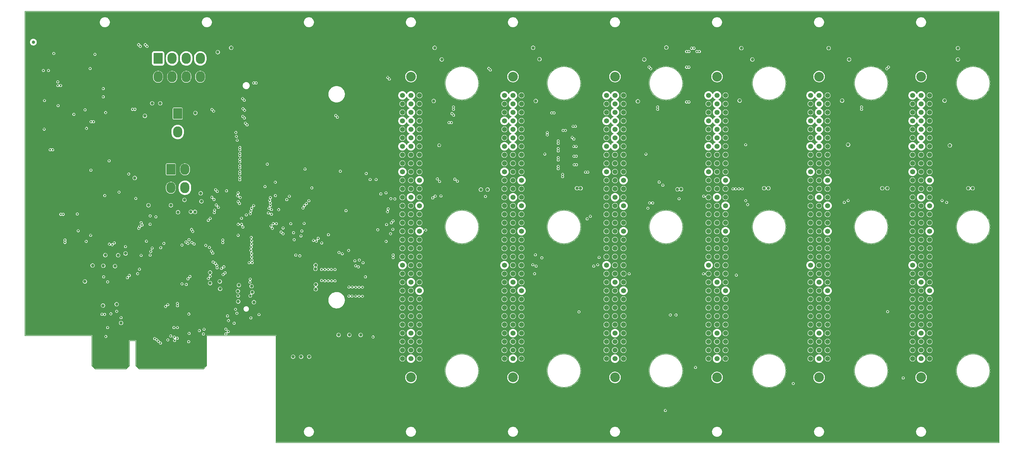
<source format=gbr>
G04 #@! TF.GenerationSoftware,KiCad,Pcbnew,6.0.7-f9a2dced07~116~ubuntu22.04.1*
G04 #@! TF.CreationDate,2023-05-03T15:08:02+01:00*
G04 #@! TF.ProjectId,hiltop_backplane_brd,68696c74-6f70-45f6-9261-636b706c616e,A*
G04 #@! TF.SameCoordinates,Original*
G04 #@! TF.FileFunction,Copper,L5,Inr*
G04 #@! TF.FilePolarity,Positive*
%FSLAX46Y46*%
G04 Gerber Fmt 4.6, Leading zero omitted, Abs format (unit mm)*
G04 Created by KiCad (PCBNEW 6.0.7-f9a2dced07~116~ubuntu22.04.1) date 2023-05-03 15:08:02*
%MOMM*%
%LPD*%
G01*
G04 APERTURE LIST*
G04 Aperture macros list*
%AMRoundRect*
0 Rectangle with rounded corners*
0 $1 Rounding radius*
0 $2 $3 $4 $5 $6 $7 $8 $9 X,Y pos of 4 corners*
0 Add a 4 corners polygon primitive as box body*
4,1,4,$2,$3,$4,$5,$6,$7,$8,$9,$2,$3,0*
0 Add four circle primitives for the rounded corners*
1,1,$1+$1,$2,$3*
1,1,$1+$1,$4,$5*
1,1,$1+$1,$6,$7*
1,1,$1+$1,$8,$9*
0 Add four rect primitives between the rounded corners*
20,1,$1+$1,$2,$3,$4,$5,0*
20,1,$1+$1,$4,$5,$6,$7,0*
20,1,$1+$1,$6,$7,$8,$9,0*
20,1,$1+$1,$8,$9,$2,$3,0*%
G04 Aperture macros list end*
G04 #@! TA.AperFunction,Profile*
%ADD10C,0.150000*%
G04 #@! TD*
G04 #@! TA.AperFunction,ComponentPad*
%ADD11C,2.900680*%
G04 #@! TD*
G04 #@! TA.AperFunction,ComponentPad*
%ADD12C,1.501140*%
G04 #@! TD*
G04 #@! TA.AperFunction,ComponentPad*
%ADD13RoundRect,0.250001X-1.099999X-1.399999X1.099999X-1.399999X1.099999X1.399999X-1.099999X1.399999X0*%
G04 #@! TD*
G04 #@! TA.AperFunction,ComponentPad*
%ADD14O,2.700000X3.300000*%
G04 #@! TD*
G04 #@! TA.AperFunction,ComponentPad*
%ADD15C,1.000000*%
G04 #@! TD*
G04 #@! TA.AperFunction,ViaPad*
%ADD16C,0.600000*%
G04 #@! TD*
G04 #@! TA.AperFunction,ViaPad*
%ADD17C,0.800000*%
G04 #@! TD*
G04 #@! TA.AperFunction,ViaPad*
%ADD18C,1.000000*%
G04 #@! TD*
G04 APERTURE END LIST*
D10*
X179840000Y-50700000D02*
G75*
G03*
X179840000Y-50700000I-5000000J0D01*
G01*
X210320000Y-50700000D02*
G75*
G03*
X210320000Y-50700000I-5000000J0D01*
G01*
X240800000Y-50700000D02*
G75*
G03*
X240800000Y-50700000I-5000000J0D01*
G01*
X210320000Y-93700000D02*
G75*
G03*
X210320000Y-93700000I-5000000J0D01*
G01*
X240800000Y-93700000D02*
G75*
G03*
X240800000Y-93700000I-5000000J0D01*
G01*
X179840000Y-136700000D02*
G75*
G03*
X179840000Y-136700000I-5000000J0D01*
G01*
X210320000Y-136700000D02*
G75*
G03*
X210320000Y-136700000I-5000000J0D01*
G01*
X240800000Y-136700000D02*
G75*
G03*
X240800000Y-136700000I-5000000J0D01*
G01*
X179840000Y-93700000D02*
G75*
G03*
X179840000Y-93700000I-5000000J0D01*
G01*
X271600000Y-136700000D02*
G75*
G03*
X271600000Y-136700000I-5000000J0D01*
G01*
X65300000Y-136200000D02*
X74500000Y-136200000D01*
X75500000Y-135200000D02*
X75500000Y-127700000D01*
X98600000Y-126200000D02*
X119300000Y-126200000D01*
X302080000Y-136700000D02*
G75*
G03*
X302080000Y-136700000I-5000000J0D01*
G01*
X332560000Y-93700000D02*
G75*
G03*
X332560000Y-93700000I-5000000J0D01*
G01*
X75500000Y-135200000D02*
X74500000Y-136200000D01*
X97600000Y-136200000D02*
X98600000Y-135200000D01*
X332560000Y-50700000D02*
G75*
G03*
X332560000Y-50700000I-5000000J0D01*
G01*
X271600000Y-50700000D02*
G75*
G03*
X271600000Y-50700000I-5000000J0D01*
G01*
X302080000Y-93700000D02*
G75*
G03*
X302080000Y-93700000I-5000000J0D01*
G01*
X44300000Y-29200000D02*
X335300000Y-29200000D01*
X64300000Y-135200000D02*
X64300000Y-126200000D01*
X271600000Y-93700000D02*
G75*
G03*
X271600000Y-93700000I-5000000J0D01*
G01*
X332560000Y-136700000D02*
G75*
G03*
X332560000Y-136700000I-5000000J0D01*
G01*
X77400000Y-135200000D02*
X78400000Y-136200000D01*
X119300000Y-136200000D02*
X119300000Y-158200000D01*
X44300000Y-126200000D02*
X44300000Y-29200000D01*
X119300000Y-126200000D02*
X119300000Y-136200000D01*
X78400000Y-136200000D02*
X97600000Y-136200000D01*
X64300000Y-135200000D02*
X65300000Y-136200000D01*
X75500000Y-127700000D02*
X77400000Y-127700000D01*
X98600000Y-135200000D02*
X98600000Y-127700000D01*
X335300000Y-29200000D02*
X335300000Y-158200000D01*
X302080000Y-50700000D02*
G75*
G03*
X302080000Y-50700000I-5000000J0D01*
G01*
X98600000Y-127700000D02*
X98600000Y-126200000D01*
X335300000Y-158200000D02*
X119300000Y-158200000D01*
X77400000Y-127700000D02*
X77400000Y-135200000D01*
X64300000Y-126200000D02*
X44300000Y-126200000D01*
D11*
X159600000Y-48703900D03*
X159600000Y-138696100D03*
D12*
X157060000Y-54330000D03*
X159600000Y-54330000D03*
X162140000Y-54330000D03*
X157060000Y-56870000D03*
X159600000Y-56870000D03*
X162140000Y-56870000D03*
X157060000Y-59410000D03*
X159600000Y-59410000D03*
X162140000Y-59410000D03*
X157060000Y-61950000D03*
X159600000Y-61950000D03*
X162140000Y-61950000D03*
X157060000Y-64490000D03*
X159600000Y-64490000D03*
X162140000Y-64490000D03*
X157060000Y-67030000D03*
X159600000Y-67030000D03*
X162140000Y-67030000D03*
X157060000Y-69570000D03*
X159600000Y-69570000D03*
X162140000Y-69570000D03*
X157060000Y-72110000D03*
X159600000Y-72110000D03*
X162140000Y-72110000D03*
X157060000Y-74650000D03*
X159600000Y-74650000D03*
X162140000Y-74650000D03*
X157060000Y-77190000D03*
X159600000Y-77190000D03*
X162140000Y-77190000D03*
X157060000Y-79730000D03*
X159600000Y-79730000D03*
X162140000Y-79730000D03*
X157060000Y-82270000D03*
X159600000Y-82270000D03*
X162140000Y-82270000D03*
X157060000Y-84810000D03*
X159600000Y-84810000D03*
X162140000Y-84810000D03*
X157060000Y-87350000D03*
X159600000Y-87350000D03*
X162140000Y-87350000D03*
X157060000Y-89890000D03*
X159600000Y-89890000D03*
X162140000Y-89890000D03*
X157060000Y-92430000D03*
X159600000Y-92430000D03*
X162140000Y-92430000D03*
X157060000Y-94970000D03*
X159600000Y-94970000D03*
X162140000Y-94970000D03*
X157060000Y-97510000D03*
X159600000Y-97510000D03*
X162140000Y-97510000D03*
X157060000Y-100050000D03*
X159600000Y-100050000D03*
X162140000Y-100050000D03*
X157060000Y-102590000D03*
X159600000Y-102590000D03*
X162140000Y-102590000D03*
X157060000Y-105130000D03*
X159600000Y-105130000D03*
X162140000Y-105130000D03*
X157060000Y-107670000D03*
X159600000Y-107670000D03*
X162140000Y-107670000D03*
X157060000Y-110210000D03*
X159600000Y-110210000D03*
X162140000Y-110210000D03*
X157060000Y-112750000D03*
X159600000Y-112750000D03*
X162140000Y-112750000D03*
X157060000Y-115290000D03*
X159600000Y-115290000D03*
X162140000Y-115290000D03*
X157060000Y-117830000D03*
X159600000Y-117830000D03*
X162140000Y-117830000D03*
X157060000Y-120370000D03*
X159600000Y-120370000D03*
X162140000Y-120370000D03*
X157060000Y-122910000D03*
X159600000Y-122910000D03*
X162140000Y-122910000D03*
X157060000Y-125450000D03*
X159600000Y-125450000D03*
X162140000Y-125450000D03*
X157060000Y-127990000D03*
X159600000Y-127990000D03*
X162140000Y-127990000D03*
X157060000Y-130530000D03*
X159600000Y-130530000D03*
X162140000Y-130530000D03*
X157060000Y-133070000D03*
X159600000Y-133070000D03*
X162140000Y-133070000D03*
D11*
X190080000Y-138696100D03*
X190080000Y-48703900D03*
D12*
X187540000Y-54330000D03*
X190080000Y-54330000D03*
X192620000Y-54330000D03*
X187540000Y-56870000D03*
X190080000Y-56870000D03*
X192620000Y-56870000D03*
X187540000Y-59410000D03*
X190080000Y-59410000D03*
X192620000Y-59410000D03*
X187540000Y-61950000D03*
X190080000Y-61950000D03*
X192620000Y-61950000D03*
X187540000Y-64490000D03*
X190080000Y-64490000D03*
X192620000Y-64490000D03*
X187540000Y-67030000D03*
X190080000Y-67030000D03*
X192620000Y-67030000D03*
X187540000Y-69570000D03*
X190080000Y-69570000D03*
X192620000Y-69570000D03*
X187540000Y-72110000D03*
X190080000Y-72110000D03*
X192620000Y-72110000D03*
X187540000Y-74650000D03*
X190080000Y-74650000D03*
X192620000Y-74650000D03*
X187540000Y-77190000D03*
X190080000Y-77190000D03*
X192620000Y-77190000D03*
X187540000Y-79730000D03*
X190080000Y-79730000D03*
X192620000Y-79730000D03*
X187540000Y-82270000D03*
X190080000Y-82270000D03*
X192620000Y-82270000D03*
X187540000Y-84810000D03*
X190080000Y-84810000D03*
X192620000Y-84810000D03*
X187540000Y-87350000D03*
X190080000Y-87350000D03*
X192620000Y-87350000D03*
X187540000Y-89890000D03*
X190080000Y-89890000D03*
X192620000Y-89890000D03*
X187540000Y-92430000D03*
X190080000Y-92430000D03*
X192620000Y-92430000D03*
X187540000Y-94970000D03*
X190080000Y-94970000D03*
X192620000Y-94970000D03*
X187540000Y-97510000D03*
X190080000Y-97510000D03*
X192620000Y-97510000D03*
X187540000Y-100050000D03*
X190080000Y-100050000D03*
X192620000Y-100050000D03*
X187540000Y-102590000D03*
X190080000Y-102590000D03*
X192620000Y-102590000D03*
X187540000Y-105130000D03*
X190080000Y-105130000D03*
X192620000Y-105130000D03*
X187540000Y-107670000D03*
X190080000Y-107670000D03*
X192620000Y-107670000D03*
X187540000Y-110210000D03*
X190080000Y-110210000D03*
X192620000Y-110210000D03*
X187540000Y-112750000D03*
X190080000Y-112750000D03*
X192620000Y-112750000D03*
X187540000Y-115290000D03*
X190080000Y-115290000D03*
X192620000Y-115290000D03*
X187540000Y-117830000D03*
X190080000Y-117830000D03*
X192620000Y-117830000D03*
X187540000Y-120370000D03*
X190080000Y-120370000D03*
X192620000Y-120370000D03*
X187540000Y-122910000D03*
X190080000Y-122910000D03*
X192620000Y-122910000D03*
X187540000Y-125450000D03*
X190080000Y-125450000D03*
X192620000Y-125450000D03*
X187540000Y-127990000D03*
X190080000Y-127990000D03*
X192620000Y-127990000D03*
X187540000Y-130530000D03*
X190080000Y-130530000D03*
X192620000Y-130530000D03*
X187540000Y-133070000D03*
X190080000Y-133070000D03*
X192620000Y-133070000D03*
D11*
X220560000Y-48703900D03*
X220560000Y-138696100D03*
D12*
X218020000Y-54330000D03*
X220560000Y-54330000D03*
X223100000Y-54330000D03*
X218020000Y-56870000D03*
X220560000Y-56870000D03*
X223100000Y-56870000D03*
X218020000Y-59410000D03*
X220560000Y-59410000D03*
X223100000Y-59410000D03*
X218020000Y-61950000D03*
X220560000Y-61950000D03*
X223100000Y-61950000D03*
X218020000Y-64490000D03*
X220560000Y-64490000D03*
X223100000Y-64490000D03*
X218020000Y-67030000D03*
X220560000Y-67030000D03*
X223100000Y-67030000D03*
X218020000Y-69570000D03*
X220560000Y-69570000D03*
X223100000Y-69570000D03*
X218020000Y-72110000D03*
X220560000Y-72110000D03*
X223100000Y-72110000D03*
X218020000Y-74650000D03*
X220560000Y-74650000D03*
X223100000Y-74650000D03*
X218020000Y-77190000D03*
X220560000Y-77190000D03*
X223100000Y-77190000D03*
X218020000Y-79730000D03*
X220560000Y-79730000D03*
X223100000Y-79730000D03*
X218020000Y-82270000D03*
X220560000Y-82270000D03*
X223100000Y-82270000D03*
X218020000Y-84810000D03*
X220560000Y-84810000D03*
X223100000Y-84810000D03*
X218020000Y-87350000D03*
X220560000Y-87350000D03*
X223100000Y-87350000D03*
X218020000Y-89890000D03*
X220560000Y-89890000D03*
X223100000Y-89890000D03*
X218020000Y-92430000D03*
X220560000Y-92430000D03*
X223100000Y-92430000D03*
X218020000Y-94970000D03*
X220560000Y-94970000D03*
X223100000Y-94970000D03*
X218020000Y-97510000D03*
X220560000Y-97510000D03*
X223100000Y-97510000D03*
X218020000Y-100050000D03*
X220560000Y-100050000D03*
X223100000Y-100050000D03*
X218020000Y-102590000D03*
X220560000Y-102590000D03*
X223100000Y-102590000D03*
X218020000Y-105130000D03*
X220560000Y-105130000D03*
X223100000Y-105130000D03*
X218020000Y-107670000D03*
X220560000Y-107670000D03*
X223100000Y-107670000D03*
X218020000Y-110210000D03*
X220560000Y-110210000D03*
X223100000Y-110210000D03*
X218020000Y-112750000D03*
X220560000Y-112750000D03*
X223100000Y-112750000D03*
X218020000Y-115290000D03*
X220560000Y-115290000D03*
X223100000Y-115290000D03*
X218020000Y-117830000D03*
X220560000Y-117830000D03*
X223100000Y-117830000D03*
X218020000Y-120370000D03*
X220560000Y-120370000D03*
X223100000Y-120370000D03*
X218020000Y-122910000D03*
X220560000Y-122910000D03*
X223100000Y-122910000D03*
X218020000Y-125450000D03*
X220560000Y-125450000D03*
X223100000Y-125450000D03*
X218020000Y-127990000D03*
X220560000Y-127990000D03*
X223100000Y-127990000D03*
X218020000Y-130530000D03*
X220560000Y-130530000D03*
X223100000Y-130530000D03*
X218020000Y-133070000D03*
X220560000Y-133070000D03*
X223100000Y-133070000D03*
D13*
X84074000Y-43268000D03*
D14*
X88274000Y-43268000D03*
X92474000Y-43268000D03*
X96674000Y-43268000D03*
X84074000Y-48768000D03*
X88274000Y-48768000D03*
X92474000Y-48768000D03*
X96674000Y-48768000D03*
D13*
X89916000Y-59778000D03*
D14*
X89916000Y-65278000D03*
D13*
X87884000Y-76454000D03*
D14*
X92084000Y-76454000D03*
X87884000Y-81954000D03*
X92084000Y-81954000D03*
D15*
X67600000Y-117200000D03*
X71700000Y-116800000D03*
X62200000Y-110000000D03*
X73000000Y-122400000D03*
X138000000Y-126000000D03*
X141200000Y-126000000D03*
X144600000Y-126000000D03*
X68300000Y-102100000D03*
X67700000Y-105300000D03*
X64500000Y-105200000D03*
X71200000Y-105400000D03*
X102600000Y-112200000D03*
X102500000Y-110000000D03*
X99600000Y-110500000D03*
X77090000Y-79040000D03*
X99600000Y-107300000D03*
X81200000Y-87200000D03*
X72130000Y-102140000D03*
X74350000Y-101620000D03*
X46800000Y-38400000D03*
X101900000Y-41400000D03*
X95200000Y-59600000D03*
X82300000Y-56700000D03*
X84700000Y-56700000D03*
X80120000Y-60470000D03*
X87900000Y-87200000D03*
X96800000Y-83600000D03*
X97010000Y-86030000D03*
X124400000Y-132500000D03*
D11*
X251040000Y-138696100D03*
X251040000Y-48703900D03*
D12*
X248500000Y-54330000D03*
X251040000Y-54330000D03*
X253580000Y-54330000D03*
X248500000Y-56870000D03*
X251040000Y-56870000D03*
X253580000Y-56870000D03*
X248500000Y-59410000D03*
X251040000Y-59410000D03*
X253580000Y-59410000D03*
X248500000Y-61950000D03*
X251040000Y-61950000D03*
X253580000Y-61950000D03*
X248500000Y-64490000D03*
X251040000Y-64490000D03*
X253580000Y-64490000D03*
X248500000Y-67030000D03*
X251040000Y-67030000D03*
X253580000Y-67030000D03*
X248500000Y-69570000D03*
X251040000Y-69570000D03*
X253580000Y-69570000D03*
X248500000Y-72110000D03*
X251040000Y-72110000D03*
X253580000Y-72110000D03*
X248500000Y-74650000D03*
X251040000Y-74650000D03*
X253580000Y-74650000D03*
X248500000Y-77190000D03*
X251040000Y-77190000D03*
X253580000Y-77190000D03*
X248500000Y-79730000D03*
X251040000Y-79730000D03*
X253580000Y-79730000D03*
X248500000Y-82270000D03*
X251040000Y-82270000D03*
X253580000Y-82270000D03*
X248500000Y-84810000D03*
X251040000Y-84810000D03*
X253580000Y-84810000D03*
X248500000Y-87350000D03*
X251040000Y-87350000D03*
X253580000Y-87350000D03*
X248500000Y-89890000D03*
X251040000Y-89890000D03*
X253580000Y-89890000D03*
X248500000Y-92430000D03*
X251040000Y-92430000D03*
X253580000Y-92430000D03*
X248500000Y-94970000D03*
X251040000Y-94970000D03*
X253580000Y-94970000D03*
X248500000Y-97510000D03*
X251040000Y-97510000D03*
X253580000Y-97510000D03*
X248500000Y-100050000D03*
X251040000Y-100050000D03*
X253580000Y-100050000D03*
X248500000Y-102590000D03*
X251040000Y-102590000D03*
X253580000Y-102590000D03*
X248500000Y-105130000D03*
X251040000Y-105130000D03*
X253580000Y-105130000D03*
X248500000Y-107670000D03*
X251040000Y-107670000D03*
X253580000Y-107670000D03*
X248500000Y-110210000D03*
X251040000Y-110210000D03*
X253580000Y-110210000D03*
X248500000Y-112750000D03*
X251040000Y-112750000D03*
X253580000Y-112750000D03*
X248500000Y-115290000D03*
X251040000Y-115290000D03*
X253580000Y-115290000D03*
X248500000Y-117830000D03*
X251040000Y-117830000D03*
X253580000Y-117830000D03*
X248500000Y-120370000D03*
X251040000Y-120370000D03*
X253580000Y-120370000D03*
X248500000Y-122910000D03*
X251040000Y-122910000D03*
X253580000Y-122910000D03*
X248500000Y-125450000D03*
X251040000Y-125450000D03*
X253580000Y-125450000D03*
X248500000Y-127990000D03*
X251040000Y-127990000D03*
X253580000Y-127990000D03*
X248500000Y-130530000D03*
X251040000Y-130530000D03*
X253580000Y-130530000D03*
X248500000Y-133070000D03*
X251040000Y-133070000D03*
X253580000Y-133070000D03*
D15*
X129200000Y-132500000D03*
D11*
X312000000Y-138696100D03*
X312000000Y-48703900D03*
D12*
X309460000Y-54330000D03*
X312000000Y-54330000D03*
X314540000Y-54330000D03*
X309460000Y-56870000D03*
X312000000Y-56870000D03*
X314540000Y-56870000D03*
X309460000Y-59410000D03*
X312000000Y-59410000D03*
X314540000Y-59410000D03*
X309460000Y-61950000D03*
X312000000Y-61950000D03*
X314540000Y-61950000D03*
X309460000Y-64490000D03*
X312000000Y-64490000D03*
X314540000Y-64490000D03*
X309460000Y-67030000D03*
X312000000Y-67030000D03*
X314540000Y-67030000D03*
X309460000Y-69570000D03*
X312000000Y-69570000D03*
X314540000Y-69570000D03*
X309460000Y-72110000D03*
X312000000Y-72110000D03*
X314540000Y-72110000D03*
X309460000Y-74650000D03*
X312000000Y-74650000D03*
X314540000Y-74650000D03*
X309460000Y-77190000D03*
X312000000Y-77190000D03*
X314540000Y-77190000D03*
X309460000Y-79730000D03*
X312000000Y-79730000D03*
X314540000Y-79730000D03*
X309460000Y-82270000D03*
X312000000Y-82270000D03*
X314540000Y-82270000D03*
X309460000Y-84810000D03*
X312000000Y-84810000D03*
X314540000Y-84810000D03*
X309460000Y-87350000D03*
X312000000Y-87350000D03*
X314540000Y-87350000D03*
X309460000Y-89890000D03*
X312000000Y-89890000D03*
X314540000Y-89890000D03*
X309460000Y-92430000D03*
X312000000Y-92430000D03*
X314540000Y-92430000D03*
X309460000Y-94970000D03*
X312000000Y-94970000D03*
X314540000Y-94970000D03*
X309460000Y-97510000D03*
X312000000Y-97510000D03*
X314540000Y-97510000D03*
X309460000Y-100050000D03*
X312000000Y-100050000D03*
X314540000Y-100050000D03*
X309460000Y-102590000D03*
X312000000Y-102590000D03*
X314540000Y-102590000D03*
X309460000Y-105130000D03*
X312000000Y-105130000D03*
X314540000Y-105130000D03*
X309460000Y-107670000D03*
X312000000Y-107670000D03*
X314540000Y-107670000D03*
X309460000Y-110210000D03*
X312000000Y-110210000D03*
X314540000Y-110210000D03*
X309460000Y-112750000D03*
X312000000Y-112750000D03*
X314540000Y-112750000D03*
X309460000Y-115290000D03*
X312000000Y-115290000D03*
X314540000Y-115290000D03*
X309460000Y-117830000D03*
X312000000Y-117830000D03*
X314540000Y-117830000D03*
X309460000Y-120370000D03*
X312000000Y-120370000D03*
X314540000Y-120370000D03*
X309460000Y-122910000D03*
X312000000Y-122910000D03*
X314540000Y-122910000D03*
X309460000Y-125450000D03*
X312000000Y-125450000D03*
X314540000Y-125450000D03*
X309460000Y-127990000D03*
X312000000Y-127990000D03*
X314540000Y-127990000D03*
X309460000Y-130530000D03*
X312000000Y-130530000D03*
X314540000Y-130530000D03*
X309460000Y-133070000D03*
X312000000Y-133070000D03*
X314540000Y-133070000D03*
D11*
X281520000Y-138696100D03*
X281520000Y-48703900D03*
D12*
X278980000Y-54330000D03*
X281520000Y-54330000D03*
X284060000Y-54330000D03*
X278980000Y-56870000D03*
X281520000Y-56870000D03*
X284060000Y-56870000D03*
X278980000Y-59410000D03*
X281520000Y-59410000D03*
X284060000Y-59410000D03*
X278980000Y-61950000D03*
X281520000Y-61950000D03*
X284060000Y-61950000D03*
X278980000Y-64490000D03*
X281520000Y-64490000D03*
X284060000Y-64490000D03*
X278980000Y-67030000D03*
X281520000Y-67030000D03*
X284060000Y-67030000D03*
X278980000Y-69570000D03*
X281520000Y-69570000D03*
X284060000Y-69570000D03*
X278980000Y-72110000D03*
X281520000Y-72110000D03*
X284060000Y-72110000D03*
X278980000Y-74650000D03*
X281520000Y-74650000D03*
X284060000Y-74650000D03*
X278980000Y-77190000D03*
X281520000Y-77190000D03*
X284060000Y-77190000D03*
X278980000Y-79730000D03*
X281520000Y-79730000D03*
X284060000Y-79730000D03*
X278980000Y-82270000D03*
X281520000Y-82270000D03*
X284060000Y-82270000D03*
X278980000Y-84810000D03*
X281520000Y-84810000D03*
X284060000Y-84810000D03*
X278980000Y-87350000D03*
X281520000Y-87350000D03*
X284060000Y-87350000D03*
X278980000Y-89890000D03*
X281520000Y-89890000D03*
X284060000Y-89890000D03*
X278980000Y-92430000D03*
X281520000Y-92430000D03*
X284060000Y-92430000D03*
X278980000Y-94970000D03*
X281520000Y-94970000D03*
X284060000Y-94970000D03*
X278980000Y-97510000D03*
X281520000Y-97510000D03*
X284060000Y-97510000D03*
X278980000Y-100050000D03*
X281520000Y-100050000D03*
X284060000Y-100050000D03*
X278980000Y-102590000D03*
X281520000Y-102590000D03*
X284060000Y-102590000D03*
X278980000Y-105130000D03*
X281520000Y-105130000D03*
X284060000Y-105130000D03*
X278980000Y-107670000D03*
X281520000Y-107670000D03*
X284060000Y-107670000D03*
X278980000Y-110210000D03*
X281520000Y-110210000D03*
X284060000Y-110210000D03*
X278980000Y-112750000D03*
X281520000Y-112750000D03*
X284060000Y-112750000D03*
X278980000Y-115290000D03*
X281520000Y-115290000D03*
X284060000Y-115290000D03*
X278980000Y-117830000D03*
X281520000Y-117830000D03*
X284060000Y-117830000D03*
X278980000Y-120370000D03*
X281520000Y-120370000D03*
X284060000Y-120370000D03*
X278980000Y-122910000D03*
X281520000Y-122910000D03*
X284060000Y-122910000D03*
X278980000Y-125450000D03*
X281520000Y-125450000D03*
X284060000Y-125450000D03*
X278980000Y-127990000D03*
X281520000Y-127990000D03*
X284060000Y-127990000D03*
X278980000Y-130530000D03*
X281520000Y-130530000D03*
X284060000Y-130530000D03*
X278980000Y-133070000D03*
X281520000Y-133070000D03*
X284060000Y-133070000D03*
D15*
X126800000Y-132500000D03*
D16*
X316000000Y-49000000D03*
X139000000Y-58000000D03*
X63000000Y-74000000D03*
X62000000Y-102000000D03*
X69000000Y-113000000D03*
X82500000Y-32500000D03*
X72500000Y-32500000D03*
X62500000Y-32500000D03*
X92500000Y-32500000D03*
X102500000Y-32500000D03*
X112500000Y-32500000D03*
X125000000Y-32500000D03*
X135000000Y-32500000D03*
X145000000Y-32500000D03*
X155000000Y-32500000D03*
X165000000Y-32500000D03*
X175000000Y-32500000D03*
X185000000Y-32500000D03*
X195000000Y-32500000D03*
X215000000Y-32500000D03*
X205000000Y-32500000D03*
X236000000Y-32000000D03*
X232500000Y-77500000D03*
X240000000Y-77500000D03*
X232350000Y-142940000D03*
X240000000Y-142500000D03*
X247000000Y-155000000D03*
X225000000Y-155000000D03*
X236000000Y-155000000D03*
X215000000Y-155000000D03*
X195000000Y-155000000D03*
X205000000Y-155000000D03*
X185000000Y-155000000D03*
X165000000Y-155000000D03*
X177500000Y-155000000D03*
X152500000Y-155000000D03*
X132500000Y-155000000D03*
X142500000Y-155000000D03*
X122500000Y-155000000D03*
X122200000Y-129000000D03*
X142500000Y-140000000D03*
X122500000Y-140000000D03*
X60000000Y-120000000D03*
X65070000Y-119100000D03*
X60000000Y-125000000D03*
X52500000Y-125000000D03*
X47500000Y-125000000D03*
X47500000Y-117500000D03*
X47500000Y-110000000D03*
X47500000Y-100000000D03*
X47500000Y-82500000D03*
X47500000Y-72500000D03*
X47500000Y-65000000D03*
X47500000Y-57500000D03*
X45000000Y-57500000D03*
X45000000Y-65000000D03*
X45000000Y-82500000D03*
X45000000Y-100000000D03*
X57500000Y-117500000D03*
X60000000Y-107500000D03*
X55000000Y-100000000D03*
X47500000Y-80000000D03*
X102500000Y-62500000D03*
X85000000Y-62500000D03*
X85000000Y-70000000D03*
X92500000Y-70000000D03*
X84600000Y-87600000D03*
X97900000Y-81700000D03*
X170000000Y-97500000D03*
X167500000Y-92500000D03*
X202400000Y-66700000D03*
X210000000Y-75000000D03*
X170000000Y-75000000D03*
X180000000Y-97500000D03*
X170000000Y-105000000D03*
X180000000Y-105000000D03*
X182500000Y-115000000D03*
X200000000Y-110000000D03*
X212500000Y-110000000D03*
X200000000Y-132500000D03*
X200000000Y-140000000D03*
X217500000Y-142500000D03*
X225000000Y-142500000D03*
X167500000Y-142500000D03*
X102500000Y-70000000D03*
X75000000Y-67500000D03*
X61976000Y-53086000D03*
X60506000Y-51616000D03*
X63446000Y-51616000D03*
X60506000Y-54556000D03*
X63446000Y-54556000D03*
X69450000Y-89770000D03*
X75000000Y-89770000D03*
X69450000Y-95650000D03*
X75000000Y-95650000D03*
X54600000Y-97380000D03*
X179900000Y-142390000D03*
X181490000Y-145230000D03*
X186060000Y-142030000D03*
X72390000Y-92710000D03*
X51400000Y-42600000D03*
X75350000Y-81110000D03*
X104750000Y-87370000D03*
X92057984Y-127242016D03*
X116900000Y-101900000D03*
X116110000Y-102050000D03*
X91600000Y-113800000D03*
D17*
X128800000Y-115800000D03*
D16*
X123900000Y-102000000D03*
X277000000Y-155000000D03*
X297000000Y-155000000D03*
X277300000Y-81800000D03*
X112600000Y-71900000D03*
X295000000Y-114800000D03*
X49200000Y-54400000D03*
X149200000Y-97200000D03*
X126000000Y-68600000D03*
X80000000Y-96550000D03*
X104740000Y-85570000D03*
X67175000Y-84000000D03*
X111600000Y-76500000D03*
X110400000Y-99900000D03*
X208400000Y-119000000D03*
X148200000Y-112400000D03*
X325000000Y-32000000D03*
X104670000Y-74940000D03*
X110400000Y-103500000D03*
X225000000Y-32000000D03*
X78080000Y-95480000D03*
X317000000Y-155000000D03*
X94155191Y-128113421D03*
X74980000Y-87270000D03*
X112970000Y-60920000D03*
X305000000Y-68000000D03*
X111400000Y-74700000D03*
X73020000Y-85550000D03*
X50000000Y-51400000D03*
X90190000Y-128119986D03*
X62080000Y-86090000D03*
X64490000Y-47550000D03*
X117300000Y-104624500D03*
X111600000Y-72700000D03*
X116400000Y-99924501D03*
X241000000Y-90000000D03*
X63220000Y-90270000D03*
X104700000Y-71150000D03*
X72330000Y-73910000D03*
X203800000Y-122899500D03*
X212368761Y-117368761D03*
X290800000Y-115600000D03*
X112780006Y-112300010D03*
X278000000Y-32000000D03*
X110400000Y-98200000D03*
X78910000Y-91070000D03*
D17*
X132400000Y-111800000D03*
D16*
X267000000Y-32000000D03*
X104600000Y-91000000D03*
X98124980Y-127902103D03*
X111699998Y-115200000D03*
X59200000Y-42800000D03*
X116094000Y-89486000D03*
X104730000Y-69390000D03*
X296800000Y-122800000D03*
X65500000Y-66110000D03*
X296000000Y-65000000D03*
X70600000Y-65400000D03*
X104580000Y-92880000D03*
X62820000Y-66380000D03*
X104760000Y-107160000D03*
X62230000Y-82880000D03*
X333000000Y-155000000D03*
X112682461Y-114100022D03*
X63980000Y-125060000D03*
X308000000Y-155000000D03*
X104620000Y-96300000D03*
X71600000Y-60600000D03*
X70220000Y-128240000D03*
X333000000Y-119000000D03*
X116422375Y-92972375D03*
X101200000Y-124800000D03*
X290800000Y-93100000D03*
X116000000Y-110100000D03*
X116003998Y-87686000D03*
X255000000Y-155000000D03*
X119600000Y-96574500D03*
X72950000Y-98170000D03*
X66790000Y-93485010D03*
X67440000Y-128220000D03*
X113400000Y-46400000D03*
X308000000Y-32000000D03*
X65420000Y-86210000D03*
X104070000Y-62180000D03*
X333000000Y-61000000D03*
X47500000Y-32500000D03*
X115996000Y-84086000D03*
X56000000Y-74600000D03*
X104800000Y-115000000D03*
X50800000Y-57400000D03*
X103900000Y-76570000D03*
X104680000Y-72670000D03*
X285000000Y-32000000D03*
X61700000Y-64200000D03*
X333000000Y-140000000D03*
X333000000Y-76000000D03*
X199000000Y-93600000D03*
X211000000Y-85000000D03*
X104700000Y-112000000D03*
X205200000Y-123000000D03*
X284400000Y-50800000D03*
X112900000Y-84700000D03*
X202400000Y-123000000D03*
X104700000Y-113600000D03*
X235800000Y-115200000D03*
X71150000Y-46050000D03*
X316000000Y-32000000D03*
X73240000Y-128180000D03*
X81674990Y-129100000D03*
X259800000Y-94000000D03*
X247000000Y-32000000D03*
X286000000Y-81000000D03*
X104080000Y-63930000D03*
X109800000Y-120800000D03*
X300200000Y-119200000D03*
X333000000Y-44000000D03*
X103800000Y-93300000D03*
X153200000Y-46200000D03*
X295600000Y-122800500D03*
X70357994Y-101697994D03*
X104670000Y-105330000D03*
X228400000Y-93600000D03*
X70600000Y-51800000D03*
X58300000Y-62700000D03*
X333000000Y-32000000D03*
X116100000Y-94800000D03*
X183400000Y-52000000D03*
X303200000Y-115000000D03*
X203110000Y-114860000D03*
X107820000Y-109650000D03*
X224400000Y-49800000D03*
X63080000Y-96190000D03*
X70130000Y-70460000D03*
X87194635Y-128129546D03*
X74500000Y-128040000D03*
X293800000Y-122800000D03*
X116046000Y-85886000D03*
X117100000Y-70000000D03*
X256000000Y-49000000D03*
X266000000Y-155000000D03*
X75434429Y-86354990D03*
X116850000Y-91250000D03*
X114860000Y-52740000D03*
X112990000Y-64290000D03*
X70500000Y-54800000D03*
X201500000Y-56000000D03*
X83751002Y-128491136D03*
X138000000Y-50000000D03*
X150400000Y-132000000D03*
X67490000Y-88240000D03*
X67710000Y-70190000D03*
X99100000Y-102250000D03*
X66740000Y-96900000D03*
X124200000Y-86600000D03*
X104050000Y-54430000D03*
X264200000Y-115800000D03*
X112600000Y-81900000D03*
X301800000Y-89600000D03*
X66310000Y-95470000D03*
X63420000Y-83120000D03*
X136000000Y-123400000D03*
X54400000Y-83600000D03*
X104590000Y-89130000D03*
X116090000Y-103875000D03*
X270700000Y-98500000D03*
X212000000Y-94000000D03*
X200000000Y-46400000D03*
X110400000Y-101800000D03*
X286000000Y-155000000D03*
X116090000Y-71440000D03*
X333000000Y-98000000D03*
X143000000Y-89000000D03*
X255000000Y-32000000D03*
X65860000Y-94260000D03*
X72200000Y-65400000D03*
X297000000Y-32000000D03*
X112960000Y-62790000D03*
X265600000Y-64600000D03*
X75650000Y-101090000D03*
X90940000Y-119680000D03*
X237000000Y-62000000D03*
X69530795Y-98826672D03*
X71000000Y-98469994D03*
X54940000Y-51390000D03*
X51308000Y-46880000D03*
X63920000Y-96190000D03*
X68130000Y-84290000D03*
X81675000Y-92874990D03*
X70347869Y-99003359D03*
X80580000Y-97960000D03*
X72400000Y-83260000D03*
X74320000Y-99570000D03*
X81696239Y-90363761D03*
X64050000Y-62200000D03*
X56250000Y-97600000D03*
X64750000Y-62200000D03*
X56250000Y-98300000D03*
X52550000Y-70600000D03*
X55015775Y-89916020D03*
X55715775Y-89916020D03*
X51850000Y-70600000D03*
X49784000Y-46880000D03*
X54130000Y-51400000D03*
X86275021Y-117485578D03*
X152150000Y-83475500D03*
X259600000Y-85800000D03*
X290214430Y-85785570D03*
X89876628Y-117269949D03*
X318285570Y-85785570D03*
X101450000Y-87100000D03*
X166100000Y-85000000D03*
X319650000Y-86350000D03*
X289050000Y-86350000D03*
X86995807Y-116934461D03*
X102080000Y-87800000D03*
X150600000Y-83800000D03*
X260200000Y-87000000D03*
X89831810Y-116571373D03*
X99043760Y-91713762D03*
X154270000Y-91870000D03*
X212233750Y-91266250D03*
X89870000Y-123790000D03*
X88790000Y-123780000D03*
X99647778Y-91109744D03*
X213200000Y-90500000D03*
X80747488Y-39647488D03*
X243450000Y-40223942D03*
X244150000Y-40223942D03*
X80252512Y-39152512D03*
X78747488Y-39647488D03*
X245050000Y-41202252D03*
X245750000Y-41202252D03*
X78252512Y-39152512D03*
X68985009Y-123783744D03*
X105045105Y-124987583D03*
X111800000Y-120900000D03*
X106800000Y-122500000D03*
X237100000Y-120000500D03*
X104311799Y-124254277D03*
X73025042Y-120825042D03*
X238800000Y-120000500D03*
X107600000Y-119500000D03*
X104300000Y-125700000D03*
X148300000Y-126600000D03*
X104800000Y-120300000D03*
X68459999Y-126440000D03*
X235600000Y-148600000D03*
X69955000Y-119655000D03*
X105103737Y-121689992D03*
X107200000Y-118311915D03*
X71700000Y-118900009D03*
X114200000Y-119900000D03*
X94825010Y-98769359D03*
X94130000Y-98340000D03*
X93200002Y-128000000D03*
X89800365Y-126963620D03*
X94413625Y-95024099D03*
X88898304Y-126632505D03*
X153740000Y-92460000D03*
X94051537Y-94425008D03*
X88991781Y-127674516D03*
X100870000Y-89410000D03*
X100930000Y-88650000D03*
X87846752Y-126295045D03*
X100790000Y-85500000D03*
X86966752Y-127459629D03*
X147400000Y-79500000D03*
X166850000Y-84450000D03*
X168561693Y-84419937D03*
X100130000Y-84820000D03*
X168150000Y-80100000D03*
X146250000Y-77700000D03*
X173500000Y-80000000D03*
X84801013Y-128438481D03*
X172700000Y-79400000D03*
X84174968Y-127901453D03*
X107700000Y-67750000D03*
X167500000Y-79300000D03*
X107450000Y-66600000D03*
X83649958Y-127424357D03*
X107300000Y-65400000D03*
X83034191Y-127091420D03*
X146019997Y-108604990D03*
X67300000Y-119810000D03*
X68100000Y-119850000D03*
D18*
X91948000Y-85598000D03*
D16*
X67700000Y-52300000D03*
X259600000Y-69100000D03*
X50140000Y-55890000D03*
D18*
X290200000Y-69100000D03*
D17*
X168045000Y-69245000D03*
D16*
X54210000Y-57400000D03*
X199600000Y-71900000D03*
X58900000Y-60000000D03*
D18*
X320600000Y-69300000D03*
D16*
X62250000Y-58650000D03*
X62600000Y-98010000D03*
X93270000Y-119740000D03*
X63990000Y-76700000D03*
X302000000Y-119000000D03*
X229800000Y-71900000D03*
D18*
X131170000Y-112290000D03*
D16*
X63760000Y-46300000D03*
X52899998Y-41776500D03*
X54098761Y-50261239D03*
X83410000Y-90650000D03*
X65200000Y-42050000D03*
X93350000Y-125520000D03*
X68390000Y-59460000D03*
X67700000Y-54749500D03*
X209800000Y-119074500D03*
X60198000Y-94842000D03*
X59930000Y-89800000D03*
X75300000Y-77850000D03*
X69460000Y-73910000D03*
X50050000Y-64450000D03*
X77396239Y-85153761D03*
X62700000Y-64200000D03*
D18*
X90020000Y-89270000D03*
X131200000Y-110900000D03*
X131140000Y-105125010D03*
X95095000Y-89175000D03*
X93860000Y-89150002D03*
X131078699Y-106223312D03*
X288400000Y-55900000D03*
X319000000Y-55900000D03*
X196900000Y-56000000D03*
X257800000Y-55900000D03*
X166400000Y-56000000D03*
X227400000Y-56100000D03*
X196100000Y-40100000D03*
X166700000Y-40100000D03*
X323000000Y-40200000D03*
X258300000Y-40200000D03*
X105900000Y-40100000D03*
X235900000Y-40000000D03*
X284400000Y-40200000D03*
X290500000Y-43600000D03*
X198000000Y-43500000D03*
X229300000Y-43600000D03*
X261600000Y-43600000D03*
X168800000Y-43600000D03*
X323000000Y-43600000D03*
X301894500Y-82105500D03*
X240300000Y-82400000D03*
X239223000Y-82423000D03*
X182500000Y-82500000D03*
X266394500Y-82105500D03*
X180500000Y-82500000D03*
X209194500Y-82105500D03*
X326105500Y-82105500D03*
X265105500Y-82105500D03*
X210280000Y-82100000D03*
X327394500Y-82105500D03*
X300394500Y-82105500D03*
D17*
X108000000Y-114300000D03*
X111600000Y-114300000D03*
D18*
X112700000Y-116200000D03*
X108000000Y-116000000D03*
X108200000Y-111100000D03*
X112000000Y-111400000D03*
X107900000Y-112900000D03*
X112200012Y-113200012D03*
D16*
X112000000Y-102600000D03*
X126400000Y-102300000D03*
X134944585Y-96002108D03*
X142100000Y-111685000D03*
X141100000Y-111685000D03*
X154300000Y-102064990D03*
X112000000Y-101600000D03*
X139100000Y-101700000D03*
X136900000Y-106400000D03*
X111800000Y-100700000D03*
X138094990Y-101305010D03*
X111900000Y-99700000D03*
X135800000Y-106400000D03*
X141000000Y-100700000D03*
X142833977Y-103798069D03*
X112100000Y-103600000D03*
X143100000Y-105300000D03*
X143100000Y-111700000D03*
X112200000Y-104400000D03*
X145300000Y-104400000D03*
X144100000Y-111715000D03*
X111300000Y-104400000D03*
X143900000Y-105644990D03*
X145100000Y-111715000D03*
X144169364Y-103573113D03*
X112650000Y-50600000D03*
X183347488Y-46747488D03*
X231247488Y-46347488D03*
X294200000Y-57790000D03*
X172300000Y-57790000D03*
X233300000Y-57790000D03*
X301752512Y-46347488D03*
X172300000Y-58490000D03*
X230752512Y-45852512D03*
X113350000Y-50600000D03*
X302247488Y-45852512D03*
X294200000Y-58490000D03*
X182852512Y-46252512D03*
X233300000Y-58490000D03*
X153147488Y-49447488D03*
X109817488Y-55777488D03*
X152652512Y-48952512D03*
X109322512Y-55282512D03*
X100647488Y-59047488D03*
X137647488Y-60847488D03*
X100152512Y-58552512D03*
X137152512Y-60352512D03*
X112000000Y-98800000D03*
X224800000Y-107700000D03*
X132968731Y-98484833D03*
X256800000Y-108100000D03*
X196530000Y-107670000D03*
X247000000Y-107700000D03*
X134900000Y-106400000D03*
X133900000Y-106400000D03*
X112000000Y-97800000D03*
X131366099Y-97920246D03*
X130487518Y-97725010D03*
X111900000Y-96800000D03*
X132900000Y-106400000D03*
X138500000Y-77000000D03*
X116700000Y-74900000D03*
X154300000Y-102875989D03*
X125200000Y-102100000D03*
X126736817Y-96366043D03*
X152200000Y-98000000D03*
X153500000Y-95700000D03*
X126999980Y-94900024D03*
X152301710Y-92969736D03*
X127712288Y-92638258D03*
X127373003Y-88000000D03*
X152600000Y-89100000D03*
X152797137Y-88285685D03*
X127800000Y-87300000D03*
X128400000Y-86700000D03*
X181850000Y-84550000D03*
X129100000Y-85849929D03*
X127978193Y-76378191D03*
X170980000Y-62470000D03*
X109372512Y-60612512D03*
X109867488Y-61107488D03*
X171680000Y-62470000D03*
X171852512Y-59752512D03*
X109403751Y-58287604D03*
X172347488Y-60247488D03*
X109898727Y-58782580D03*
X110647488Y-63147488D03*
X202350000Y-59560000D03*
X110152512Y-62652512D03*
X201650000Y-59560000D03*
X108500000Y-70600000D03*
X208750000Y-63600000D03*
X108500000Y-69900000D03*
X208050000Y-63600000D03*
X123300000Y-84500000D03*
X154800000Y-85300000D03*
X153600000Y-85200000D03*
X122500000Y-85500000D03*
X149200000Y-79500000D03*
X119092628Y-80307372D03*
X154200000Y-94400000D03*
X124524500Y-95400000D03*
X123700000Y-92700000D03*
X164000000Y-94600000D03*
X131900000Y-97100045D03*
X214200000Y-105400000D03*
X197000000Y-105400000D03*
X124713179Y-97499774D03*
X196000000Y-105000000D03*
X140200000Y-88800000D03*
X120100000Y-88500000D03*
X215400000Y-105000000D03*
X130000000Y-82000000D03*
X198700000Y-102900000D03*
X116000000Y-81600000D03*
X215800000Y-102800000D03*
X119100000Y-84300000D03*
X149684018Y-94524979D03*
X196800000Y-102030011D03*
X121400000Y-94000000D03*
X103400000Y-97600000D03*
X85800000Y-98600000D03*
X132900000Y-109700000D03*
X84874990Y-99902963D03*
X103400000Y-98400000D03*
X133900000Y-109800000D03*
X98300000Y-99200000D03*
X82300000Y-100000000D03*
X134900000Y-109800000D03*
X81900000Y-101000000D03*
X135900000Y-109800000D03*
X99400000Y-99800000D03*
X100000000Y-100900000D03*
X136900000Y-109800000D03*
X81700000Y-102100000D03*
X79000000Y-102200000D03*
X100400000Y-101500000D03*
X141100000Y-114385000D03*
X142000000Y-114385000D03*
X100497037Y-104174990D03*
X78500000Y-106325010D03*
X77954001Y-107654001D03*
X101167701Y-104574990D03*
X143100000Y-114400000D03*
X101613055Y-105226110D03*
X144100000Y-114415000D03*
X75490000Y-108190000D03*
X74900000Y-108874990D03*
X101702627Y-105920368D03*
X145100000Y-114415000D03*
X103700000Y-105600000D03*
X103000000Y-106100000D03*
X104100000Y-107400000D03*
X67800000Y-108600000D03*
X103500000Y-107900000D03*
X69000000Y-110100000D03*
X78613055Y-93485010D03*
X92400000Y-98200000D03*
X92500000Y-110900000D03*
X111600000Y-109300000D03*
X93600001Y-108528102D03*
X79000000Y-92400000D03*
X99640107Y-108414153D03*
X93300000Y-97500000D03*
X91200000Y-99100000D03*
X91200000Y-110700000D03*
X78295497Y-94108847D03*
X111500000Y-110200000D03*
X93000000Y-109200000D03*
X92974990Y-98600000D03*
X99100000Y-109100000D03*
X79300000Y-93100000D03*
X96400000Y-124700000D03*
X244600000Y-135700000D03*
X273800000Y-140500000D03*
X97800000Y-124300000D03*
X306650000Y-138850000D03*
X97600000Y-125700000D03*
X205750000Y-64800000D03*
X200337520Y-66149806D03*
X108500000Y-72400000D03*
X205050000Y-64800000D03*
X108500000Y-71700000D03*
X200337520Y-65449806D03*
X203600000Y-68650000D03*
X208260261Y-67392876D03*
X108500000Y-74200000D03*
X203600000Y-67950000D03*
X108463363Y-73466093D03*
X207765285Y-66897900D03*
X203600000Y-70950000D03*
X108500000Y-76000000D03*
X208950000Y-69612595D03*
X108500000Y-75300000D03*
X203600000Y-70250000D03*
X208250000Y-69612595D03*
X108500000Y-77800000D03*
X203600000Y-73650000D03*
X208992389Y-72526676D03*
X203600000Y-72950000D03*
X208292389Y-72526676D03*
X108500000Y-77100000D03*
X209071496Y-75071680D03*
X203600000Y-76250000D03*
X108500000Y-79600000D03*
X203600000Y-75550000D03*
X208371496Y-75071680D03*
X108500000Y-78900000D03*
X204900000Y-78650000D03*
X101747488Y-83047488D03*
X212450000Y-77300000D03*
X211750000Y-77300000D03*
X101252512Y-82552512D03*
X204900000Y-77950000D03*
X104524500Y-82870878D03*
X108000000Y-83500000D03*
X107800000Y-84350000D03*
X231800000Y-86500000D03*
X117600000Y-84900000D03*
X233750000Y-80250000D03*
X108598436Y-84868913D03*
X230902672Y-86474307D03*
X234850000Y-81200000D03*
X117400000Y-85700000D03*
X108000000Y-86100000D03*
X247050000Y-84475500D03*
X239700000Y-85261070D03*
X230378688Y-88081718D03*
X117600000Y-86500000D03*
X108400000Y-86700000D03*
X117600000Y-87300000D03*
X112600000Y-87300000D03*
X117200000Y-88100000D03*
X112000000Y-88100000D03*
X117925500Y-88479500D03*
X111800000Y-88900000D03*
X117000000Y-89500000D03*
X111600000Y-89700000D03*
X117925500Y-89884394D03*
X110408628Y-90076872D03*
X119400000Y-92700000D03*
X109000000Y-91100000D03*
X118500000Y-92700000D03*
X108000000Y-92900000D03*
X117800000Y-93400000D03*
X255800000Y-82300000D03*
X109000000Y-92900000D03*
X256600000Y-82300000D03*
X118200000Y-94100000D03*
X109400000Y-93700000D03*
X257600000Y-82300000D03*
X120800000Y-95200000D03*
X108000000Y-96199512D03*
X258600000Y-82300000D03*
X121400000Y-95700000D03*
X77150000Y-58500000D03*
X241950000Y-56300000D03*
X241950000Y-45899500D03*
X241950000Y-41200000D03*
X242650000Y-56300000D03*
X76450000Y-58500000D03*
X242650000Y-41200000D03*
X242650000Y-45899500D03*
G04 #@! TA.AperFunction,Conductor*
G36*
X335114621Y-29347502D02*
G01*
X335161114Y-29401158D01*
X335172500Y-29453500D01*
X335172500Y-157946500D01*
X335152498Y-158014621D01*
X335098842Y-158061114D01*
X335046500Y-158072500D01*
X119553500Y-158072500D01*
X119485379Y-158052498D01*
X119438886Y-157998842D01*
X119427500Y-157946500D01*
X119427500Y-155055028D01*
X127618025Y-155055028D01*
X127655347Y-155298930D01*
X127732003Y-155533460D01*
X127845935Y-155752321D01*
X127994083Y-155949636D01*
X128172468Y-156120104D01*
X128176740Y-156123018D01*
X128176741Y-156123019D01*
X128205893Y-156142905D01*
X128376300Y-156259149D01*
X128488202Y-156311092D01*
X128595409Y-156360856D01*
X128595413Y-156360857D01*
X128600104Y-156363035D01*
X128837871Y-156428974D01*
X128843008Y-156429523D01*
X129035957Y-156450144D01*
X129035965Y-156450144D01*
X129039292Y-156450500D01*
X129182554Y-156450500D01*
X129185127Y-156450288D01*
X129185138Y-156450288D01*
X129360760Y-156435849D01*
X129360766Y-156435848D01*
X129365911Y-156435425D01*
X129605217Y-156375316D01*
X129831493Y-156276928D01*
X130038661Y-156142905D01*
X130060516Y-156123019D01*
X130096536Y-156090243D01*
X130221158Y-155976846D01*
X130224357Y-155972795D01*
X130224361Y-155972791D01*
X130370881Y-155787264D01*
X130370884Y-155787259D01*
X130374082Y-155783210D01*
X130376577Y-155778691D01*
X130490830Y-155571722D01*
X130490832Y-155571718D01*
X130493327Y-155567198D01*
X130505275Y-155533460D01*
X130573965Y-155339485D01*
X130573966Y-155339481D01*
X130575691Y-155334610D01*
X130618961Y-155091694D01*
X130619409Y-155055028D01*
X158098025Y-155055028D01*
X158135347Y-155298930D01*
X158212003Y-155533460D01*
X158325935Y-155752321D01*
X158474083Y-155949636D01*
X158652468Y-156120104D01*
X158656740Y-156123018D01*
X158656741Y-156123019D01*
X158685893Y-156142905D01*
X158856300Y-156259149D01*
X158968202Y-156311092D01*
X159075409Y-156360856D01*
X159075413Y-156360857D01*
X159080104Y-156363035D01*
X159317871Y-156428974D01*
X159323008Y-156429523D01*
X159515957Y-156450144D01*
X159515965Y-156450144D01*
X159519292Y-156450500D01*
X159662554Y-156450500D01*
X159665127Y-156450288D01*
X159665138Y-156450288D01*
X159840760Y-156435849D01*
X159840766Y-156435848D01*
X159845911Y-156435425D01*
X160085217Y-156375316D01*
X160311493Y-156276928D01*
X160518661Y-156142905D01*
X160540516Y-156123019D01*
X160576536Y-156090243D01*
X160701158Y-155976846D01*
X160704357Y-155972795D01*
X160704361Y-155972791D01*
X160850881Y-155787264D01*
X160850884Y-155787259D01*
X160854082Y-155783210D01*
X160856577Y-155778691D01*
X160970830Y-155571722D01*
X160970832Y-155571718D01*
X160973327Y-155567198D01*
X160985275Y-155533460D01*
X161053965Y-155339485D01*
X161053966Y-155339481D01*
X161055691Y-155334610D01*
X161098961Y-155091694D01*
X161099409Y-155055028D01*
X188578025Y-155055028D01*
X188615347Y-155298930D01*
X188692003Y-155533460D01*
X188805935Y-155752321D01*
X188954083Y-155949636D01*
X189132468Y-156120104D01*
X189136740Y-156123018D01*
X189136741Y-156123019D01*
X189165893Y-156142905D01*
X189336300Y-156259149D01*
X189448202Y-156311092D01*
X189555409Y-156360856D01*
X189555413Y-156360857D01*
X189560104Y-156363035D01*
X189797871Y-156428974D01*
X189803008Y-156429523D01*
X189995957Y-156450144D01*
X189995965Y-156450144D01*
X189999292Y-156450500D01*
X190142554Y-156450500D01*
X190145127Y-156450288D01*
X190145138Y-156450288D01*
X190320760Y-156435849D01*
X190320766Y-156435848D01*
X190325911Y-156435425D01*
X190565217Y-156375316D01*
X190791493Y-156276928D01*
X190998661Y-156142905D01*
X191020516Y-156123019D01*
X191056536Y-156090243D01*
X191181158Y-155976846D01*
X191184357Y-155972795D01*
X191184361Y-155972791D01*
X191330881Y-155787264D01*
X191330884Y-155787259D01*
X191334082Y-155783210D01*
X191336577Y-155778691D01*
X191450830Y-155571722D01*
X191450832Y-155571718D01*
X191453327Y-155567198D01*
X191465275Y-155533460D01*
X191533965Y-155339485D01*
X191533966Y-155339481D01*
X191535691Y-155334610D01*
X191578961Y-155091694D01*
X191579409Y-155055028D01*
X219058025Y-155055028D01*
X219095347Y-155298930D01*
X219172003Y-155533460D01*
X219285935Y-155752321D01*
X219434083Y-155949636D01*
X219612468Y-156120104D01*
X219616740Y-156123018D01*
X219616741Y-156123019D01*
X219645893Y-156142905D01*
X219816300Y-156259149D01*
X219928202Y-156311092D01*
X220035409Y-156360856D01*
X220035413Y-156360857D01*
X220040104Y-156363035D01*
X220277871Y-156428974D01*
X220283008Y-156429523D01*
X220475957Y-156450144D01*
X220475965Y-156450144D01*
X220479292Y-156450500D01*
X220622554Y-156450500D01*
X220625127Y-156450288D01*
X220625138Y-156450288D01*
X220800760Y-156435849D01*
X220800766Y-156435848D01*
X220805911Y-156435425D01*
X221045217Y-156375316D01*
X221271493Y-156276928D01*
X221478661Y-156142905D01*
X221500516Y-156123019D01*
X221536536Y-156090243D01*
X221661158Y-155976846D01*
X221664357Y-155972795D01*
X221664361Y-155972791D01*
X221810881Y-155787264D01*
X221810884Y-155787259D01*
X221814082Y-155783210D01*
X221816577Y-155778691D01*
X221930830Y-155571722D01*
X221930832Y-155571718D01*
X221933327Y-155567198D01*
X221945275Y-155533460D01*
X222013965Y-155339485D01*
X222013966Y-155339481D01*
X222015691Y-155334610D01*
X222058961Y-155091694D01*
X222059409Y-155055028D01*
X249538025Y-155055028D01*
X249575347Y-155298930D01*
X249652003Y-155533460D01*
X249765935Y-155752321D01*
X249914083Y-155949636D01*
X250092468Y-156120104D01*
X250096740Y-156123018D01*
X250096741Y-156123019D01*
X250125893Y-156142905D01*
X250296300Y-156259149D01*
X250408202Y-156311092D01*
X250515409Y-156360856D01*
X250515413Y-156360857D01*
X250520104Y-156363035D01*
X250757871Y-156428974D01*
X250763008Y-156429523D01*
X250955957Y-156450144D01*
X250955965Y-156450144D01*
X250959292Y-156450500D01*
X251102554Y-156450500D01*
X251105127Y-156450288D01*
X251105138Y-156450288D01*
X251280760Y-156435849D01*
X251280766Y-156435848D01*
X251285911Y-156435425D01*
X251525217Y-156375316D01*
X251751493Y-156276928D01*
X251958661Y-156142905D01*
X251980516Y-156123019D01*
X252016536Y-156090243D01*
X252141158Y-155976846D01*
X252144357Y-155972795D01*
X252144361Y-155972791D01*
X252290881Y-155787264D01*
X252290884Y-155787259D01*
X252294082Y-155783210D01*
X252296577Y-155778691D01*
X252410830Y-155571722D01*
X252410832Y-155571718D01*
X252413327Y-155567198D01*
X252425275Y-155533460D01*
X252493965Y-155339485D01*
X252493966Y-155339481D01*
X252495691Y-155334610D01*
X252538961Y-155091694D01*
X252539409Y-155055028D01*
X280018025Y-155055028D01*
X280055347Y-155298930D01*
X280132003Y-155533460D01*
X280245935Y-155752321D01*
X280394083Y-155949636D01*
X280572468Y-156120104D01*
X280576740Y-156123018D01*
X280576741Y-156123019D01*
X280605893Y-156142905D01*
X280776300Y-156259149D01*
X280888202Y-156311092D01*
X280995409Y-156360856D01*
X280995413Y-156360857D01*
X281000104Y-156363035D01*
X281237871Y-156428974D01*
X281243008Y-156429523D01*
X281435957Y-156450144D01*
X281435965Y-156450144D01*
X281439292Y-156450500D01*
X281582554Y-156450500D01*
X281585127Y-156450288D01*
X281585138Y-156450288D01*
X281760760Y-156435849D01*
X281760766Y-156435848D01*
X281765911Y-156435425D01*
X282005217Y-156375316D01*
X282231493Y-156276928D01*
X282438661Y-156142905D01*
X282460516Y-156123019D01*
X282496536Y-156090243D01*
X282621158Y-155976846D01*
X282624357Y-155972795D01*
X282624361Y-155972791D01*
X282770881Y-155787264D01*
X282770884Y-155787259D01*
X282774082Y-155783210D01*
X282776577Y-155778691D01*
X282890830Y-155571722D01*
X282890832Y-155571718D01*
X282893327Y-155567198D01*
X282905275Y-155533460D01*
X282973965Y-155339485D01*
X282973966Y-155339481D01*
X282975691Y-155334610D01*
X283018961Y-155091694D01*
X283019409Y-155055028D01*
X310498025Y-155055028D01*
X310535347Y-155298930D01*
X310612003Y-155533460D01*
X310725935Y-155752321D01*
X310874083Y-155949636D01*
X311052468Y-156120104D01*
X311056740Y-156123018D01*
X311056741Y-156123019D01*
X311085893Y-156142905D01*
X311256300Y-156259149D01*
X311368202Y-156311092D01*
X311475409Y-156360856D01*
X311475413Y-156360857D01*
X311480104Y-156363035D01*
X311717871Y-156428974D01*
X311723008Y-156429523D01*
X311915957Y-156450144D01*
X311915965Y-156450144D01*
X311919292Y-156450500D01*
X312062554Y-156450500D01*
X312065127Y-156450288D01*
X312065138Y-156450288D01*
X312240760Y-156435849D01*
X312240766Y-156435848D01*
X312245911Y-156435425D01*
X312485217Y-156375316D01*
X312711493Y-156276928D01*
X312918661Y-156142905D01*
X312940516Y-156123019D01*
X312976536Y-156090243D01*
X313101158Y-155976846D01*
X313104357Y-155972795D01*
X313104361Y-155972791D01*
X313250881Y-155787264D01*
X313250884Y-155787259D01*
X313254082Y-155783210D01*
X313256577Y-155778691D01*
X313370830Y-155571722D01*
X313370832Y-155571718D01*
X313373327Y-155567198D01*
X313385275Y-155533460D01*
X313453965Y-155339485D01*
X313453966Y-155339481D01*
X313455691Y-155334610D01*
X313498961Y-155091694D01*
X313501975Y-154844972D01*
X313464653Y-154601070D01*
X313387997Y-154366540D01*
X313274065Y-154147679D01*
X313125917Y-153950364D01*
X312947532Y-153779896D01*
X312919212Y-153760577D01*
X312747979Y-153643770D01*
X312747980Y-153643770D01*
X312743700Y-153640851D01*
X312631798Y-153588908D01*
X312524591Y-153539144D01*
X312524587Y-153539143D01*
X312519896Y-153536965D01*
X312282129Y-153471026D01*
X312276992Y-153470477D01*
X312084043Y-153449856D01*
X312084035Y-153449856D01*
X312080708Y-153449500D01*
X311937446Y-153449500D01*
X311934873Y-153449712D01*
X311934862Y-153449712D01*
X311759240Y-153464151D01*
X311759234Y-153464152D01*
X311754089Y-153464575D01*
X311514783Y-153524684D01*
X311288507Y-153623072D01*
X311081339Y-153757095D01*
X311077514Y-153760575D01*
X311077512Y-153760577D01*
X311056281Y-153779896D01*
X310898842Y-153923154D01*
X310895643Y-153927205D01*
X310895639Y-153927209D01*
X310749119Y-154112736D01*
X310749116Y-154112741D01*
X310745918Y-154116790D01*
X310743425Y-154121306D01*
X310743423Y-154121309D01*
X310731150Y-154143543D01*
X310626673Y-154332802D01*
X310624949Y-154337671D01*
X310624947Y-154337675D01*
X310612984Y-154371458D01*
X310544309Y-154565390D01*
X310501039Y-154808306D01*
X310498025Y-155055028D01*
X283019409Y-155055028D01*
X283021975Y-154844972D01*
X282984653Y-154601070D01*
X282907997Y-154366540D01*
X282794065Y-154147679D01*
X282645917Y-153950364D01*
X282467532Y-153779896D01*
X282439212Y-153760577D01*
X282267979Y-153643770D01*
X282267980Y-153643770D01*
X282263700Y-153640851D01*
X282151798Y-153588908D01*
X282044591Y-153539144D01*
X282044587Y-153539143D01*
X282039896Y-153536965D01*
X281802129Y-153471026D01*
X281796992Y-153470477D01*
X281604043Y-153449856D01*
X281604035Y-153449856D01*
X281600708Y-153449500D01*
X281457446Y-153449500D01*
X281454873Y-153449712D01*
X281454862Y-153449712D01*
X281279240Y-153464151D01*
X281279234Y-153464152D01*
X281274089Y-153464575D01*
X281034783Y-153524684D01*
X280808507Y-153623072D01*
X280601339Y-153757095D01*
X280597514Y-153760575D01*
X280597512Y-153760577D01*
X280576281Y-153779896D01*
X280418842Y-153923154D01*
X280415643Y-153927205D01*
X280415639Y-153927209D01*
X280269119Y-154112736D01*
X280269116Y-154112741D01*
X280265918Y-154116790D01*
X280263425Y-154121306D01*
X280263423Y-154121309D01*
X280251150Y-154143543D01*
X280146673Y-154332802D01*
X280144949Y-154337671D01*
X280144947Y-154337675D01*
X280132984Y-154371458D01*
X280064309Y-154565390D01*
X280021039Y-154808306D01*
X280018025Y-155055028D01*
X252539409Y-155055028D01*
X252541975Y-154844972D01*
X252504653Y-154601070D01*
X252427997Y-154366540D01*
X252314065Y-154147679D01*
X252165917Y-153950364D01*
X251987532Y-153779896D01*
X251959212Y-153760577D01*
X251787979Y-153643770D01*
X251787980Y-153643770D01*
X251783700Y-153640851D01*
X251671798Y-153588908D01*
X251564591Y-153539144D01*
X251564587Y-153539143D01*
X251559896Y-153536965D01*
X251322129Y-153471026D01*
X251316992Y-153470477D01*
X251124043Y-153449856D01*
X251124035Y-153449856D01*
X251120708Y-153449500D01*
X250977446Y-153449500D01*
X250974873Y-153449712D01*
X250974862Y-153449712D01*
X250799240Y-153464151D01*
X250799234Y-153464152D01*
X250794089Y-153464575D01*
X250554783Y-153524684D01*
X250328507Y-153623072D01*
X250121339Y-153757095D01*
X250117514Y-153760575D01*
X250117512Y-153760577D01*
X250096281Y-153779896D01*
X249938842Y-153923154D01*
X249935643Y-153927205D01*
X249935639Y-153927209D01*
X249789119Y-154112736D01*
X249789116Y-154112741D01*
X249785918Y-154116790D01*
X249783425Y-154121306D01*
X249783423Y-154121309D01*
X249771150Y-154143543D01*
X249666673Y-154332802D01*
X249664949Y-154337671D01*
X249664947Y-154337675D01*
X249652984Y-154371458D01*
X249584309Y-154565390D01*
X249541039Y-154808306D01*
X249538025Y-155055028D01*
X222059409Y-155055028D01*
X222061975Y-154844972D01*
X222024653Y-154601070D01*
X221947997Y-154366540D01*
X221834065Y-154147679D01*
X221685917Y-153950364D01*
X221507532Y-153779896D01*
X221479212Y-153760577D01*
X221307979Y-153643770D01*
X221307980Y-153643770D01*
X221303700Y-153640851D01*
X221191798Y-153588908D01*
X221084591Y-153539144D01*
X221084587Y-153539143D01*
X221079896Y-153536965D01*
X220842129Y-153471026D01*
X220836992Y-153470477D01*
X220644043Y-153449856D01*
X220644035Y-153449856D01*
X220640708Y-153449500D01*
X220497446Y-153449500D01*
X220494873Y-153449712D01*
X220494862Y-153449712D01*
X220319240Y-153464151D01*
X220319234Y-153464152D01*
X220314089Y-153464575D01*
X220074783Y-153524684D01*
X219848507Y-153623072D01*
X219641339Y-153757095D01*
X219637514Y-153760575D01*
X219637512Y-153760577D01*
X219616281Y-153779896D01*
X219458842Y-153923154D01*
X219455643Y-153927205D01*
X219455639Y-153927209D01*
X219309119Y-154112736D01*
X219309116Y-154112741D01*
X219305918Y-154116790D01*
X219303425Y-154121306D01*
X219303423Y-154121309D01*
X219291150Y-154143543D01*
X219186673Y-154332802D01*
X219184949Y-154337671D01*
X219184947Y-154337675D01*
X219172984Y-154371458D01*
X219104309Y-154565390D01*
X219061039Y-154808306D01*
X219058025Y-155055028D01*
X191579409Y-155055028D01*
X191581975Y-154844972D01*
X191544653Y-154601070D01*
X191467997Y-154366540D01*
X191354065Y-154147679D01*
X191205917Y-153950364D01*
X191027532Y-153779896D01*
X190999212Y-153760577D01*
X190827979Y-153643770D01*
X190827980Y-153643770D01*
X190823700Y-153640851D01*
X190711798Y-153588908D01*
X190604591Y-153539144D01*
X190604587Y-153539143D01*
X190599896Y-153536965D01*
X190362129Y-153471026D01*
X190356992Y-153470477D01*
X190164043Y-153449856D01*
X190164035Y-153449856D01*
X190160708Y-153449500D01*
X190017446Y-153449500D01*
X190014873Y-153449712D01*
X190014862Y-153449712D01*
X189839240Y-153464151D01*
X189839234Y-153464152D01*
X189834089Y-153464575D01*
X189594783Y-153524684D01*
X189368507Y-153623072D01*
X189161339Y-153757095D01*
X189157514Y-153760575D01*
X189157512Y-153760577D01*
X189136281Y-153779896D01*
X188978842Y-153923154D01*
X188975643Y-153927205D01*
X188975639Y-153927209D01*
X188829119Y-154112736D01*
X188829116Y-154112741D01*
X188825918Y-154116790D01*
X188823425Y-154121306D01*
X188823423Y-154121309D01*
X188811150Y-154143543D01*
X188706673Y-154332802D01*
X188704949Y-154337671D01*
X188704947Y-154337675D01*
X188692984Y-154371458D01*
X188624309Y-154565390D01*
X188581039Y-154808306D01*
X188578025Y-155055028D01*
X161099409Y-155055028D01*
X161101975Y-154844972D01*
X161064653Y-154601070D01*
X160987997Y-154366540D01*
X160874065Y-154147679D01*
X160725917Y-153950364D01*
X160547532Y-153779896D01*
X160519212Y-153760577D01*
X160347979Y-153643770D01*
X160347980Y-153643770D01*
X160343700Y-153640851D01*
X160231798Y-153588908D01*
X160124591Y-153539144D01*
X160124587Y-153539143D01*
X160119896Y-153536965D01*
X159882129Y-153471026D01*
X159876992Y-153470477D01*
X159684043Y-153449856D01*
X159684035Y-153449856D01*
X159680708Y-153449500D01*
X159537446Y-153449500D01*
X159534873Y-153449712D01*
X159534862Y-153449712D01*
X159359240Y-153464151D01*
X159359234Y-153464152D01*
X159354089Y-153464575D01*
X159114783Y-153524684D01*
X158888507Y-153623072D01*
X158681339Y-153757095D01*
X158677514Y-153760575D01*
X158677512Y-153760577D01*
X158656281Y-153779896D01*
X158498842Y-153923154D01*
X158495643Y-153927205D01*
X158495639Y-153927209D01*
X158349119Y-154112736D01*
X158349116Y-154112741D01*
X158345918Y-154116790D01*
X158343425Y-154121306D01*
X158343423Y-154121309D01*
X158331150Y-154143543D01*
X158226673Y-154332802D01*
X158224949Y-154337671D01*
X158224947Y-154337675D01*
X158212984Y-154371458D01*
X158144309Y-154565390D01*
X158101039Y-154808306D01*
X158098025Y-155055028D01*
X130619409Y-155055028D01*
X130621975Y-154844972D01*
X130584653Y-154601070D01*
X130507997Y-154366540D01*
X130394065Y-154147679D01*
X130245917Y-153950364D01*
X130067532Y-153779896D01*
X130039212Y-153760577D01*
X129867979Y-153643770D01*
X129867980Y-153643770D01*
X129863700Y-153640851D01*
X129751798Y-153588908D01*
X129644591Y-153539144D01*
X129644587Y-153539143D01*
X129639896Y-153536965D01*
X129402129Y-153471026D01*
X129396992Y-153470477D01*
X129204043Y-153449856D01*
X129204035Y-153449856D01*
X129200708Y-153449500D01*
X129057446Y-153449500D01*
X129054873Y-153449712D01*
X129054862Y-153449712D01*
X128879240Y-153464151D01*
X128879234Y-153464152D01*
X128874089Y-153464575D01*
X128634783Y-153524684D01*
X128408507Y-153623072D01*
X128201339Y-153757095D01*
X128197514Y-153760575D01*
X128197512Y-153760577D01*
X128176281Y-153779896D01*
X128018842Y-153923154D01*
X128015643Y-153927205D01*
X128015639Y-153927209D01*
X127869119Y-154112736D01*
X127869116Y-154112741D01*
X127865918Y-154116790D01*
X127863425Y-154121306D01*
X127863423Y-154121309D01*
X127851150Y-154143543D01*
X127746673Y-154332802D01*
X127744949Y-154337671D01*
X127744947Y-154337675D01*
X127732984Y-154371458D01*
X127664309Y-154565390D01*
X127621039Y-154808306D01*
X127618025Y-155055028D01*
X119427500Y-155055028D01*
X119427500Y-148594724D01*
X235168136Y-148594724D01*
X235169300Y-148603626D01*
X235169300Y-148603629D01*
X235182850Y-148707246D01*
X235184014Y-148716145D01*
X235233333Y-148828230D01*
X235312127Y-148921968D01*
X235414064Y-148989823D01*
X235530948Y-149026340D01*
X235653383Y-149028584D01*
X235671434Y-149023663D01*
X235762863Y-148998737D01*
X235771527Y-148996375D01*
X235875881Y-148932301D01*
X235958058Y-148841513D01*
X236011451Y-148731311D01*
X236014003Y-148716145D01*
X236030960Y-148615348D01*
X236031767Y-148610552D01*
X236031896Y-148600000D01*
X236014536Y-148478781D01*
X235963852Y-148367307D01*
X235883918Y-148274539D01*
X235781160Y-148207935D01*
X235663838Y-148172848D01*
X235654862Y-148172793D01*
X235654861Y-148172793D01*
X235604483Y-148172485D01*
X235541385Y-148172100D01*
X235423644Y-148205751D01*
X235320080Y-148271095D01*
X235239018Y-148362879D01*
X235186976Y-148473726D01*
X235168136Y-148594724D01*
X119427500Y-148594724D01*
X119427500Y-138605773D01*
X157876461Y-138605773D01*
X157879050Y-138715600D01*
X157882332Y-138854859D01*
X157882630Y-138867516D01*
X157883464Y-138872222D01*
X157923507Y-139098167D01*
X157928318Y-139125315D01*
X158012476Y-139373236D01*
X158014679Y-139377477D01*
X158094493Y-139531124D01*
X158133167Y-139605575D01*
X158135993Y-139609443D01*
X158135994Y-139609445D01*
X158161103Y-139643815D01*
X158287612Y-139816985D01*
X158290983Y-139820374D01*
X158290985Y-139820376D01*
X158468883Y-139999208D01*
X158468888Y-139999212D01*
X158472259Y-140002601D01*
X158682857Y-140158151D01*
X158687087Y-140160377D01*
X158687091Y-140160379D01*
X158905865Y-140275481D01*
X158914561Y-140280056D01*
X159162038Y-140365511D01*
X159234698Y-140378781D01*
X159415622Y-140411824D01*
X159415628Y-140411825D01*
X159419594Y-140412549D01*
X159465031Y-140414930D01*
X159501708Y-140416853D01*
X159501724Y-140416853D01*
X159503376Y-140416940D01*
X159666574Y-140416940D01*
X159668954Y-140416759D01*
X159856295Y-140402509D01*
X159856300Y-140402508D01*
X159861062Y-140402146D01*
X159865715Y-140401067D01*
X159865718Y-140401067D01*
X160111452Y-140344108D01*
X160111451Y-140344108D01*
X160116116Y-140343027D01*
X160359293Y-140246009D01*
X160584997Y-140113325D01*
X160788034Y-139948027D01*
X160963732Y-139753919D01*
X161108047Y-139535468D01*
X161152635Y-139438751D01*
X161215653Y-139302054D01*
X161215654Y-139302051D01*
X161217659Y-139297702D01*
X161223207Y-139278419D01*
X161288724Y-139050684D01*
X161288725Y-139050680D01*
X161290045Y-139046091D01*
X161323539Y-138786427D01*
X161317370Y-138524684D01*
X161305538Y-138457920D01*
X161272516Y-138271589D01*
X161272515Y-138271585D01*
X161271682Y-138266885D01*
X161187524Y-138018964D01*
X161106119Y-137862254D01*
X161069042Y-137790877D01*
X161069040Y-137790874D01*
X161066833Y-137786625D01*
X160912388Y-137575215D01*
X160785559Y-137447720D01*
X160731117Y-137392992D01*
X160731112Y-137392988D01*
X160727741Y-137389599D01*
X160517143Y-137234049D01*
X160512913Y-137231823D01*
X160512909Y-137231821D01*
X160289676Y-137114373D01*
X160289674Y-137114372D01*
X160285439Y-137112144D01*
X160037962Y-137026689D01*
X159953028Y-137011177D01*
X159784378Y-136980376D01*
X159784372Y-136980375D01*
X159780406Y-136979651D01*
X159734969Y-136977270D01*
X159698292Y-136975347D01*
X159698276Y-136975347D01*
X159696624Y-136975260D01*
X159533426Y-136975260D01*
X159531047Y-136975441D01*
X159531046Y-136975441D01*
X159343705Y-136989691D01*
X159343700Y-136989692D01*
X159338938Y-136990054D01*
X159334285Y-136991133D01*
X159334282Y-136991133D01*
X159174138Y-137028253D01*
X159083884Y-137049173D01*
X158840707Y-137146191D01*
X158615003Y-137278875D01*
X158411966Y-137444173D01*
X158236268Y-137638281D01*
X158091953Y-137856732D01*
X158089952Y-137861072D01*
X158089950Y-137861076D01*
X158011622Y-138030983D01*
X157982341Y-138094498D01*
X157981017Y-138099099D01*
X157981017Y-138099100D01*
X157931394Y-138271589D01*
X157909955Y-138346109D01*
X157876461Y-138605773D01*
X119427500Y-138605773D01*
X119427500Y-136700000D01*
X169707615Y-136700000D01*
X169727145Y-137147317D01*
X169738938Y-137236894D01*
X169783479Y-137575215D01*
X169785587Y-137591229D01*
X169786184Y-137593924D01*
X169786185Y-137593927D01*
X169829848Y-137790877D01*
X169882497Y-138028359D01*
X169883322Y-138030976D01*
X169883324Y-138030983D01*
X170006862Y-138422793D01*
X170017136Y-138455379D01*
X170154261Y-138786427D01*
X170178599Y-138845184D01*
X170188480Y-138869040D01*
X170395224Y-139266192D01*
X170635796Y-139643815D01*
X170637460Y-139645983D01*
X170637468Y-139645995D01*
X170723008Y-139757472D01*
X170908365Y-139999033D01*
X170910223Y-140001061D01*
X170910230Y-140001069D01*
X171075416Y-140181337D01*
X171210856Y-140329144D01*
X171212876Y-140330995D01*
X171538931Y-140629770D01*
X171538939Y-140629777D01*
X171540967Y-140631635D01*
X171543159Y-140633317D01*
X171894005Y-140902532D01*
X171894017Y-140902540D01*
X171896185Y-140904204D01*
X171898497Y-140905677D01*
X171898500Y-140905679D01*
X171931189Y-140926504D01*
X172273807Y-141144776D01*
X172670960Y-141351520D01*
X173084621Y-141522864D01*
X173087241Y-141523690D01*
X173087249Y-141523693D01*
X173509017Y-141656676D01*
X173509024Y-141656678D01*
X173511641Y-141657503D01*
X173514326Y-141658098D01*
X173514325Y-141658098D01*
X173946073Y-141753815D01*
X173946076Y-141753816D01*
X173948771Y-141754413D01*
X173951501Y-141754772D01*
X173951510Y-141754774D01*
X174170727Y-141783634D01*
X174392683Y-141812855D01*
X174840000Y-141832385D01*
X175287317Y-141812855D01*
X175509273Y-141783634D01*
X175728490Y-141754774D01*
X175728499Y-141754772D01*
X175731229Y-141754413D01*
X175733924Y-141753816D01*
X175733927Y-141753815D01*
X176165675Y-141658098D01*
X176165674Y-141658098D01*
X176168359Y-141657503D01*
X176170976Y-141656678D01*
X176170983Y-141656676D01*
X176592751Y-141523693D01*
X176592759Y-141523690D01*
X176595379Y-141522864D01*
X177009040Y-141351520D01*
X177406193Y-141144776D01*
X177748811Y-140926504D01*
X177781500Y-140905679D01*
X177781503Y-140905677D01*
X177783815Y-140904204D01*
X177785983Y-140902540D01*
X177785995Y-140902532D01*
X178136841Y-140633317D01*
X178139033Y-140631635D01*
X178141061Y-140629777D01*
X178141069Y-140629770D01*
X178467124Y-140330995D01*
X178469144Y-140329144D01*
X178604584Y-140181337D01*
X178769770Y-140001069D01*
X178769777Y-140001061D01*
X178771635Y-139999033D01*
X178956992Y-139757472D01*
X179042532Y-139645995D01*
X179042540Y-139645983D01*
X179044204Y-139643815D01*
X179284776Y-139266192D01*
X179491520Y-138869040D01*
X179501402Y-138845184D01*
X179525739Y-138786427D01*
X179600569Y-138605773D01*
X188356461Y-138605773D01*
X188359050Y-138715600D01*
X188362332Y-138854859D01*
X188362630Y-138867516D01*
X188363464Y-138872222D01*
X188403507Y-139098167D01*
X188408318Y-139125315D01*
X188492476Y-139373236D01*
X188494679Y-139377477D01*
X188574493Y-139531124D01*
X188613167Y-139605575D01*
X188615993Y-139609443D01*
X188615994Y-139609445D01*
X188641103Y-139643815D01*
X188767612Y-139816985D01*
X188770983Y-139820374D01*
X188770985Y-139820376D01*
X188948883Y-139999208D01*
X188948888Y-139999212D01*
X188952259Y-140002601D01*
X189162857Y-140158151D01*
X189167087Y-140160377D01*
X189167091Y-140160379D01*
X189385865Y-140275481D01*
X189394561Y-140280056D01*
X189642038Y-140365511D01*
X189714698Y-140378781D01*
X189895622Y-140411824D01*
X189895628Y-140411825D01*
X189899594Y-140412549D01*
X189945031Y-140414930D01*
X189981708Y-140416853D01*
X189981724Y-140416853D01*
X189983376Y-140416940D01*
X190146574Y-140416940D01*
X190148954Y-140416759D01*
X190336295Y-140402509D01*
X190336300Y-140402508D01*
X190341062Y-140402146D01*
X190345715Y-140401067D01*
X190345718Y-140401067D01*
X190591452Y-140344108D01*
X190591451Y-140344108D01*
X190596116Y-140343027D01*
X190839293Y-140246009D01*
X191064997Y-140113325D01*
X191268034Y-139948027D01*
X191443732Y-139753919D01*
X191588047Y-139535468D01*
X191632635Y-139438751D01*
X191695653Y-139302054D01*
X191695654Y-139302051D01*
X191697659Y-139297702D01*
X191703207Y-139278419D01*
X191768724Y-139050684D01*
X191768725Y-139050680D01*
X191770045Y-139046091D01*
X191803539Y-138786427D01*
X191797370Y-138524684D01*
X191785538Y-138457920D01*
X191752516Y-138271589D01*
X191752515Y-138271585D01*
X191751682Y-138266885D01*
X191667524Y-138018964D01*
X191586119Y-137862254D01*
X191549042Y-137790877D01*
X191549040Y-137790874D01*
X191546833Y-137786625D01*
X191392388Y-137575215D01*
X191265559Y-137447720D01*
X191211117Y-137392992D01*
X191211112Y-137392988D01*
X191207741Y-137389599D01*
X190997143Y-137234049D01*
X190992913Y-137231823D01*
X190992909Y-137231821D01*
X190769676Y-137114373D01*
X190769674Y-137114372D01*
X190765439Y-137112144D01*
X190517962Y-137026689D01*
X190433028Y-137011177D01*
X190264378Y-136980376D01*
X190264372Y-136980375D01*
X190260406Y-136979651D01*
X190214969Y-136977270D01*
X190178292Y-136975347D01*
X190178276Y-136975347D01*
X190176624Y-136975260D01*
X190013426Y-136975260D01*
X190011047Y-136975441D01*
X190011046Y-136975441D01*
X189823705Y-136989691D01*
X189823700Y-136989692D01*
X189818938Y-136990054D01*
X189814285Y-136991133D01*
X189814282Y-136991133D01*
X189654138Y-137028253D01*
X189563884Y-137049173D01*
X189320707Y-137146191D01*
X189095003Y-137278875D01*
X188891966Y-137444173D01*
X188716268Y-137638281D01*
X188571953Y-137856732D01*
X188569952Y-137861072D01*
X188569950Y-137861076D01*
X188491622Y-138030983D01*
X188462341Y-138094498D01*
X188461017Y-138099099D01*
X188461017Y-138099100D01*
X188411394Y-138271589D01*
X188389955Y-138346109D01*
X188356461Y-138605773D01*
X179600569Y-138605773D01*
X179662864Y-138455379D01*
X179673139Y-138422793D01*
X179796676Y-138030983D01*
X179796678Y-138030976D01*
X179797503Y-138028359D01*
X179850152Y-137790877D01*
X179893815Y-137593927D01*
X179893816Y-137593924D01*
X179894413Y-137591229D01*
X179896522Y-137575215D01*
X179941062Y-137236894D01*
X179952855Y-137147317D01*
X179972385Y-136700000D01*
X200187615Y-136700000D01*
X200207145Y-137147317D01*
X200218938Y-137236894D01*
X200263479Y-137575215D01*
X200265587Y-137591229D01*
X200266184Y-137593924D01*
X200266185Y-137593927D01*
X200309848Y-137790877D01*
X200362497Y-138028359D01*
X200363322Y-138030976D01*
X200363324Y-138030983D01*
X200486862Y-138422793D01*
X200497136Y-138455379D01*
X200634261Y-138786427D01*
X200658599Y-138845184D01*
X200668480Y-138869040D01*
X200875224Y-139266192D01*
X201115796Y-139643815D01*
X201117460Y-139645983D01*
X201117468Y-139645995D01*
X201203008Y-139757472D01*
X201388365Y-139999033D01*
X201390223Y-140001061D01*
X201390230Y-140001069D01*
X201555416Y-140181337D01*
X201690856Y-140329144D01*
X201692876Y-140330995D01*
X202018931Y-140629770D01*
X202018939Y-140629777D01*
X202020967Y-140631635D01*
X202023159Y-140633317D01*
X202374005Y-140902532D01*
X202374017Y-140902540D01*
X202376185Y-140904204D01*
X202378497Y-140905677D01*
X202378500Y-140905679D01*
X202411189Y-140926504D01*
X202753807Y-141144776D01*
X203150960Y-141351520D01*
X203564621Y-141522864D01*
X203567241Y-141523690D01*
X203567249Y-141523693D01*
X203989017Y-141656676D01*
X203989024Y-141656678D01*
X203991641Y-141657503D01*
X203994326Y-141658098D01*
X203994325Y-141658098D01*
X204426073Y-141753815D01*
X204426076Y-141753816D01*
X204428771Y-141754413D01*
X204431501Y-141754772D01*
X204431510Y-141754774D01*
X204650727Y-141783634D01*
X204872683Y-141812855D01*
X205320000Y-141832385D01*
X205767317Y-141812855D01*
X205989273Y-141783634D01*
X206208490Y-141754774D01*
X206208499Y-141754772D01*
X206211229Y-141754413D01*
X206213924Y-141753816D01*
X206213927Y-141753815D01*
X206645675Y-141658098D01*
X206645674Y-141658098D01*
X206648359Y-141657503D01*
X206650976Y-141656678D01*
X206650983Y-141656676D01*
X207072751Y-141523693D01*
X207072759Y-141523690D01*
X207075379Y-141522864D01*
X207489040Y-141351520D01*
X207886193Y-141144776D01*
X208228811Y-140926504D01*
X208261500Y-140905679D01*
X208261503Y-140905677D01*
X208263815Y-140904204D01*
X208265983Y-140902540D01*
X208265995Y-140902532D01*
X208616841Y-140633317D01*
X208619033Y-140631635D01*
X208621061Y-140629777D01*
X208621069Y-140629770D01*
X208947124Y-140330995D01*
X208949144Y-140329144D01*
X209084584Y-140181337D01*
X209249770Y-140001069D01*
X209249777Y-140001061D01*
X209251635Y-139999033D01*
X209436992Y-139757472D01*
X209522532Y-139645995D01*
X209522540Y-139645983D01*
X209524204Y-139643815D01*
X209764776Y-139266192D01*
X209971520Y-138869040D01*
X209981402Y-138845184D01*
X210005739Y-138786427D01*
X210080569Y-138605773D01*
X218836461Y-138605773D01*
X218839050Y-138715600D01*
X218842332Y-138854859D01*
X218842630Y-138867516D01*
X218843464Y-138872222D01*
X218883507Y-139098167D01*
X218888318Y-139125315D01*
X218972476Y-139373236D01*
X218974679Y-139377477D01*
X219054493Y-139531124D01*
X219093167Y-139605575D01*
X219095993Y-139609443D01*
X219095994Y-139609445D01*
X219121103Y-139643815D01*
X219247612Y-139816985D01*
X219250983Y-139820374D01*
X219250985Y-139820376D01*
X219428883Y-139999208D01*
X219428888Y-139999212D01*
X219432259Y-140002601D01*
X219642857Y-140158151D01*
X219647087Y-140160377D01*
X219647091Y-140160379D01*
X219865865Y-140275481D01*
X219874561Y-140280056D01*
X220122038Y-140365511D01*
X220194698Y-140378781D01*
X220375622Y-140411824D01*
X220375628Y-140411825D01*
X220379594Y-140412549D01*
X220425031Y-140414930D01*
X220461708Y-140416853D01*
X220461724Y-140416853D01*
X220463376Y-140416940D01*
X220626574Y-140416940D01*
X220628954Y-140416759D01*
X220816295Y-140402509D01*
X220816300Y-140402508D01*
X220821062Y-140402146D01*
X220825715Y-140401067D01*
X220825718Y-140401067D01*
X221071452Y-140344108D01*
X221071451Y-140344108D01*
X221076116Y-140343027D01*
X221319293Y-140246009D01*
X221544997Y-140113325D01*
X221748034Y-139948027D01*
X221923732Y-139753919D01*
X222068047Y-139535468D01*
X222112635Y-139438751D01*
X222175653Y-139302054D01*
X222175654Y-139302051D01*
X222177659Y-139297702D01*
X222183207Y-139278419D01*
X222248724Y-139050684D01*
X222248725Y-139050680D01*
X222250045Y-139046091D01*
X222283539Y-138786427D01*
X222277370Y-138524684D01*
X222265538Y-138457920D01*
X222232516Y-138271589D01*
X222232515Y-138271585D01*
X222231682Y-138266885D01*
X222147524Y-138018964D01*
X222066119Y-137862254D01*
X222029042Y-137790877D01*
X222029040Y-137790874D01*
X222026833Y-137786625D01*
X221872388Y-137575215D01*
X221745559Y-137447720D01*
X221691117Y-137392992D01*
X221691112Y-137392988D01*
X221687741Y-137389599D01*
X221477143Y-137234049D01*
X221472913Y-137231823D01*
X221472909Y-137231821D01*
X221249676Y-137114373D01*
X221249674Y-137114372D01*
X221245439Y-137112144D01*
X220997962Y-137026689D01*
X220913028Y-137011177D01*
X220744378Y-136980376D01*
X220744372Y-136980375D01*
X220740406Y-136979651D01*
X220694969Y-136977270D01*
X220658292Y-136975347D01*
X220658276Y-136975347D01*
X220656624Y-136975260D01*
X220493426Y-136975260D01*
X220491047Y-136975441D01*
X220491046Y-136975441D01*
X220303705Y-136989691D01*
X220303700Y-136989692D01*
X220298938Y-136990054D01*
X220294285Y-136991133D01*
X220294282Y-136991133D01*
X220134138Y-137028253D01*
X220043884Y-137049173D01*
X219800707Y-137146191D01*
X219575003Y-137278875D01*
X219371966Y-137444173D01*
X219196268Y-137638281D01*
X219051953Y-137856732D01*
X219049952Y-137861072D01*
X219049950Y-137861076D01*
X218971622Y-138030983D01*
X218942341Y-138094498D01*
X218941017Y-138099099D01*
X218941017Y-138099100D01*
X218891394Y-138271589D01*
X218869955Y-138346109D01*
X218836461Y-138605773D01*
X210080569Y-138605773D01*
X210142864Y-138455379D01*
X210153139Y-138422793D01*
X210276676Y-138030983D01*
X210276678Y-138030976D01*
X210277503Y-138028359D01*
X210330152Y-137790877D01*
X210373815Y-137593927D01*
X210373816Y-137593924D01*
X210374413Y-137591229D01*
X210376522Y-137575215D01*
X210421062Y-137236894D01*
X210432855Y-137147317D01*
X210452385Y-136700000D01*
X230667615Y-136700000D01*
X230687145Y-137147317D01*
X230698938Y-137236894D01*
X230743479Y-137575215D01*
X230745587Y-137591229D01*
X230746184Y-137593924D01*
X230746185Y-137593927D01*
X230789848Y-137790877D01*
X230842497Y-138028359D01*
X230843322Y-138030976D01*
X230843324Y-138030983D01*
X230966862Y-138422793D01*
X230977136Y-138455379D01*
X231114261Y-138786427D01*
X231138599Y-138845184D01*
X231148480Y-138869040D01*
X231355224Y-139266192D01*
X231595796Y-139643815D01*
X231597460Y-139645983D01*
X231597468Y-139645995D01*
X231683008Y-139757472D01*
X231868365Y-139999033D01*
X231870223Y-140001061D01*
X231870230Y-140001069D01*
X232035416Y-140181337D01*
X232170856Y-140329144D01*
X232172876Y-140330995D01*
X232498931Y-140629770D01*
X232498939Y-140629777D01*
X232500967Y-140631635D01*
X232503159Y-140633317D01*
X232854005Y-140902532D01*
X232854017Y-140902540D01*
X232856185Y-140904204D01*
X232858497Y-140905677D01*
X232858500Y-140905679D01*
X232891189Y-140926504D01*
X233233807Y-141144776D01*
X233630960Y-141351520D01*
X234044621Y-141522864D01*
X234047241Y-141523690D01*
X234047249Y-141523693D01*
X234469017Y-141656676D01*
X234469024Y-141656678D01*
X234471641Y-141657503D01*
X234474326Y-141658098D01*
X234474325Y-141658098D01*
X234906073Y-141753815D01*
X234906076Y-141753816D01*
X234908771Y-141754413D01*
X234911501Y-141754772D01*
X234911510Y-141754774D01*
X235130727Y-141783634D01*
X235352683Y-141812855D01*
X235800000Y-141832385D01*
X236247317Y-141812855D01*
X236469273Y-141783634D01*
X236688490Y-141754774D01*
X236688499Y-141754772D01*
X236691229Y-141754413D01*
X236693924Y-141753816D01*
X236693927Y-141753815D01*
X237125675Y-141658098D01*
X237125674Y-141658098D01*
X237128359Y-141657503D01*
X237130976Y-141656678D01*
X237130983Y-141656676D01*
X237552751Y-141523693D01*
X237552759Y-141523690D01*
X237555379Y-141522864D01*
X237969040Y-141351520D01*
X238366193Y-141144776D01*
X238708811Y-140926504D01*
X238741500Y-140905679D01*
X238741503Y-140905677D01*
X238743815Y-140904204D01*
X238745983Y-140902540D01*
X238745995Y-140902532D01*
X239096841Y-140633317D01*
X239099033Y-140631635D01*
X239101061Y-140629777D01*
X239101069Y-140629770D01*
X239427124Y-140330995D01*
X239429144Y-140329144D01*
X239564584Y-140181337D01*
X239729770Y-140001069D01*
X239729777Y-140001061D01*
X239731635Y-139999033D01*
X239916992Y-139757472D01*
X240002532Y-139645995D01*
X240002540Y-139645983D01*
X240004204Y-139643815D01*
X240244776Y-139266192D01*
X240451520Y-138869040D01*
X240461402Y-138845184D01*
X240485739Y-138786427D01*
X240560569Y-138605773D01*
X249316461Y-138605773D01*
X249319050Y-138715600D01*
X249322332Y-138854859D01*
X249322630Y-138867516D01*
X249323464Y-138872222D01*
X249363507Y-139098167D01*
X249368318Y-139125315D01*
X249452476Y-139373236D01*
X249454679Y-139377477D01*
X249534493Y-139531124D01*
X249573167Y-139605575D01*
X249575993Y-139609443D01*
X249575994Y-139609445D01*
X249601103Y-139643815D01*
X249727612Y-139816985D01*
X249730983Y-139820374D01*
X249730985Y-139820376D01*
X249908883Y-139999208D01*
X249908888Y-139999212D01*
X249912259Y-140002601D01*
X250122857Y-140158151D01*
X250127087Y-140160377D01*
X250127091Y-140160379D01*
X250345865Y-140275481D01*
X250354561Y-140280056D01*
X250602038Y-140365511D01*
X250674698Y-140378781D01*
X250855622Y-140411824D01*
X250855628Y-140411825D01*
X250859594Y-140412549D01*
X250905031Y-140414930D01*
X250941708Y-140416853D01*
X250941724Y-140416853D01*
X250943376Y-140416940D01*
X251106574Y-140416940D01*
X251108954Y-140416759D01*
X251296295Y-140402509D01*
X251296300Y-140402508D01*
X251301062Y-140402146D01*
X251305715Y-140401067D01*
X251305718Y-140401067D01*
X251551452Y-140344108D01*
X251551451Y-140344108D01*
X251556116Y-140343027D01*
X251799293Y-140246009D01*
X252024997Y-140113325D01*
X252228034Y-139948027D01*
X252403732Y-139753919D01*
X252548047Y-139535468D01*
X252592635Y-139438751D01*
X252655653Y-139302054D01*
X252655654Y-139302051D01*
X252657659Y-139297702D01*
X252663207Y-139278419D01*
X252728724Y-139050684D01*
X252728725Y-139050680D01*
X252730045Y-139046091D01*
X252763539Y-138786427D01*
X252757370Y-138524684D01*
X252745538Y-138457920D01*
X252712516Y-138271589D01*
X252712515Y-138271585D01*
X252711682Y-138266885D01*
X252627524Y-138018964D01*
X252546119Y-137862254D01*
X252509042Y-137790877D01*
X252509040Y-137790874D01*
X252506833Y-137786625D01*
X252352388Y-137575215D01*
X252225559Y-137447720D01*
X252171117Y-137392992D01*
X252171112Y-137392988D01*
X252167741Y-137389599D01*
X251957143Y-137234049D01*
X251952913Y-137231823D01*
X251952909Y-137231821D01*
X251729676Y-137114373D01*
X251729674Y-137114372D01*
X251725439Y-137112144D01*
X251477962Y-137026689D01*
X251393028Y-137011177D01*
X251224378Y-136980376D01*
X251224372Y-136980375D01*
X251220406Y-136979651D01*
X251174969Y-136977270D01*
X251138292Y-136975347D01*
X251138276Y-136975347D01*
X251136624Y-136975260D01*
X250973426Y-136975260D01*
X250971047Y-136975441D01*
X250971046Y-136975441D01*
X250783705Y-136989691D01*
X250783700Y-136989692D01*
X250778938Y-136990054D01*
X250774285Y-136991133D01*
X250774282Y-136991133D01*
X250614138Y-137028253D01*
X250523884Y-137049173D01*
X250280707Y-137146191D01*
X250055003Y-137278875D01*
X249851966Y-137444173D01*
X249676268Y-137638281D01*
X249531953Y-137856732D01*
X249529952Y-137861072D01*
X249529950Y-137861076D01*
X249451622Y-138030983D01*
X249422341Y-138094498D01*
X249421017Y-138099099D01*
X249421017Y-138099100D01*
X249371394Y-138271589D01*
X249349955Y-138346109D01*
X249316461Y-138605773D01*
X240560569Y-138605773D01*
X240622864Y-138455379D01*
X240633139Y-138422793D01*
X240756676Y-138030983D01*
X240756678Y-138030976D01*
X240757503Y-138028359D01*
X240810152Y-137790877D01*
X240853815Y-137593927D01*
X240853816Y-137593924D01*
X240854413Y-137591229D01*
X240856522Y-137575215D01*
X240901062Y-137236894D01*
X240912855Y-137147317D01*
X240932385Y-136700000D01*
X261467615Y-136700000D01*
X261487145Y-137147317D01*
X261498938Y-137236894D01*
X261543479Y-137575215D01*
X261545587Y-137591229D01*
X261546184Y-137593924D01*
X261546185Y-137593927D01*
X261589848Y-137790877D01*
X261642497Y-138028359D01*
X261643322Y-138030976D01*
X261643324Y-138030983D01*
X261766862Y-138422793D01*
X261777136Y-138455379D01*
X261914261Y-138786427D01*
X261938599Y-138845184D01*
X261948480Y-138869040D01*
X262155224Y-139266192D01*
X262395796Y-139643815D01*
X262397460Y-139645983D01*
X262397468Y-139645995D01*
X262483008Y-139757472D01*
X262668365Y-139999033D01*
X262670223Y-140001061D01*
X262670230Y-140001069D01*
X262835416Y-140181337D01*
X262970856Y-140329144D01*
X262972876Y-140330995D01*
X263298931Y-140629770D01*
X263298939Y-140629777D01*
X263300967Y-140631635D01*
X263303159Y-140633317D01*
X263654005Y-140902532D01*
X263654017Y-140902540D01*
X263656185Y-140904204D01*
X263658497Y-140905677D01*
X263658500Y-140905679D01*
X263691189Y-140926504D01*
X264033807Y-141144776D01*
X264430960Y-141351520D01*
X264844621Y-141522864D01*
X264847241Y-141523690D01*
X264847249Y-141523693D01*
X265269017Y-141656676D01*
X265269024Y-141656678D01*
X265271641Y-141657503D01*
X265274326Y-141658098D01*
X265274325Y-141658098D01*
X265706073Y-141753815D01*
X265706076Y-141753816D01*
X265708771Y-141754413D01*
X265711501Y-141754772D01*
X265711510Y-141754774D01*
X265930727Y-141783634D01*
X266152683Y-141812855D01*
X266600000Y-141832385D01*
X267047317Y-141812855D01*
X267269273Y-141783634D01*
X267488490Y-141754774D01*
X267488499Y-141754772D01*
X267491229Y-141754413D01*
X267493924Y-141753816D01*
X267493927Y-141753815D01*
X267925675Y-141658098D01*
X267925674Y-141658098D01*
X267928359Y-141657503D01*
X267930976Y-141656678D01*
X267930983Y-141656676D01*
X268352751Y-141523693D01*
X268352759Y-141523690D01*
X268355379Y-141522864D01*
X268769040Y-141351520D01*
X269166193Y-141144776D01*
X269508811Y-140926504D01*
X269541500Y-140905679D01*
X269541503Y-140905677D01*
X269543815Y-140904204D01*
X269545983Y-140902540D01*
X269545995Y-140902532D01*
X269896841Y-140633317D01*
X269899033Y-140631635D01*
X269901061Y-140629777D01*
X269901069Y-140629770D01*
X270048446Y-140494724D01*
X273368136Y-140494724D01*
X273369300Y-140503626D01*
X273369300Y-140503629D01*
X273382850Y-140607246D01*
X273384014Y-140616145D01*
X273433333Y-140728230D01*
X273512127Y-140821968D01*
X273614064Y-140889823D01*
X273730948Y-140926340D01*
X273853383Y-140928584D01*
X273871434Y-140923663D01*
X273932939Y-140906895D01*
X273971527Y-140896375D01*
X274075881Y-140832301D01*
X274158058Y-140741513D01*
X274211451Y-140631311D01*
X274214003Y-140616145D01*
X274230960Y-140515348D01*
X274231767Y-140510552D01*
X274231896Y-140500000D01*
X274220001Y-140416940D01*
X274215809Y-140387667D01*
X274215808Y-140387664D01*
X274214536Y-140378781D01*
X274207792Y-140363947D01*
X274191049Y-140327124D01*
X274163852Y-140267307D01*
X274083918Y-140174539D01*
X273981160Y-140107935D01*
X273863838Y-140072848D01*
X273854862Y-140072793D01*
X273854861Y-140072793D01*
X273804483Y-140072485D01*
X273741385Y-140072100D01*
X273623644Y-140105751D01*
X273616057Y-140110538D01*
X273616055Y-140110539D01*
X273562300Y-140144456D01*
X273520080Y-140171095D01*
X273514137Y-140177824D01*
X273452350Y-140247784D01*
X273439018Y-140262879D01*
X273386976Y-140373726D01*
X273385595Y-140382595D01*
X273380276Y-140416759D01*
X273368136Y-140494724D01*
X270048446Y-140494724D01*
X270227124Y-140330995D01*
X270229144Y-140329144D01*
X270364584Y-140181337D01*
X270529770Y-140001069D01*
X270529777Y-140001061D01*
X270531635Y-139999033D01*
X270716992Y-139757472D01*
X270802532Y-139645995D01*
X270802540Y-139645983D01*
X270804204Y-139643815D01*
X271044776Y-139266192D01*
X271251520Y-138869040D01*
X271261402Y-138845184D01*
X271285739Y-138786427D01*
X271360569Y-138605773D01*
X279796461Y-138605773D01*
X279799050Y-138715600D01*
X279802332Y-138854859D01*
X279802630Y-138867516D01*
X279803464Y-138872222D01*
X279843507Y-139098167D01*
X279848318Y-139125315D01*
X279932476Y-139373236D01*
X279934679Y-139377477D01*
X280014493Y-139531124D01*
X280053167Y-139605575D01*
X280055993Y-139609443D01*
X280055994Y-139609445D01*
X280081103Y-139643815D01*
X280207612Y-139816985D01*
X280210983Y-139820374D01*
X280210985Y-139820376D01*
X280388883Y-139999208D01*
X280388888Y-139999212D01*
X280392259Y-140002601D01*
X280602857Y-140158151D01*
X280607087Y-140160377D01*
X280607091Y-140160379D01*
X280825865Y-140275481D01*
X280834561Y-140280056D01*
X281082038Y-140365511D01*
X281154698Y-140378781D01*
X281335622Y-140411824D01*
X281335628Y-140411825D01*
X281339594Y-140412549D01*
X281385031Y-140414930D01*
X281421708Y-140416853D01*
X281421724Y-140416853D01*
X281423376Y-140416940D01*
X281586574Y-140416940D01*
X281588954Y-140416759D01*
X281776295Y-140402509D01*
X281776300Y-140402508D01*
X281781062Y-140402146D01*
X281785715Y-140401067D01*
X281785718Y-140401067D01*
X282031452Y-140344108D01*
X282031451Y-140344108D01*
X282036116Y-140343027D01*
X282279293Y-140246009D01*
X282504997Y-140113325D01*
X282708034Y-139948027D01*
X282883732Y-139753919D01*
X283028047Y-139535468D01*
X283072635Y-139438751D01*
X283135653Y-139302054D01*
X283135654Y-139302051D01*
X283137659Y-139297702D01*
X283143207Y-139278419D01*
X283208724Y-139050684D01*
X283208725Y-139050680D01*
X283210045Y-139046091D01*
X283243539Y-138786427D01*
X283237370Y-138524684D01*
X283225538Y-138457920D01*
X283192516Y-138271589D01*
X283192515Y-138271585D01*
X283191682Y-138266885D01*
X283107524Y-138018964D01*
X283026119Y-137862254D01*
X282989042Y-137790877D01*
X282989040Y-137790874D01*
X282986833Y-137786625D01*
X282832388Y-137575215D01*
X282705559Y-137447720D01*
X282651117Y-137392992D01*
X282651112Y-137392988D01*
X282647741Y-137389599D01*
X282437143Y-137234049D01*
X282432913Y-137231823D01*
X282432909Y-137231821D01*
X282209676Y-137114373D01*
X282209674Y-137114372D01*
X282205439Y-137112144D01*
X281957962Y-137026689D01*
X281873028Y-137011177D01*
X281704378Y-136980376D01*
X281704372Y-136980375D01*
X281700406Y-136979651D01*
X281654969Y-136977270D01*
X281618292Y-136975347D01*
X281618276Y-136975347D01*
X281616624Y-136975260D01*
X281453426Y-136975260D01*
X281451047Y-136975441D01*
X281451046Y-136975441D01*
X281263705Y-136989691D01*
X281263700Y-136989692D01*
X281258938Y-136990054D01*
X281254285Y-136991133D01*
X281254282Y-136991133D01*
X281094138Y-137028253D01*
X281003884Y-137049173D01*
X280760707Y-137146191D01*
X280535003Y-137278875D01*
X280331966Y-137444173D01*
X280156268Y-137638281D01*
X280011953Y-137856732D01*
X280009952Y-137861072D01*
X280009950Y-137861076D01*
X279931622Y-138030983D01*
X279902341Y-138094498D01*
X279901017Y-138099099D01*
X279901017Y-138099100D01*
X279851394Y-138271589D01*
X279829955Y-138346109D01*
X279796461Y-138605773D01*
X271360569Y-138605773D01*
X271422864Y-138455379D01*
X271433139Y-138422793D01*
X271556676Y-138030983D01*
X271556678Y-138030976D01*
X271557503Y-138028359D01*
X271610152Y-137790877D01*
X271653815Y-137593927D01*
X271653816Y-137593924D01*
X271654413Y-137591229D01*
X271656522Y-137575215D01*
X271701062Y-137236894D01*
X271712855Y-137147317D01*
X271732385Y-136700000D01*
X291947615Y-136700000D01*
X291967145Y-137147317D01*
X291978938Y-137236894D01*
X292023479Y-137575215D01*
X292025587Y-137591229D01*
X292026184Y-137593924D01*
X292026185Y-137593927D01*
X292069848Y-137790877D01*
X292122497Y-138028359D01*
X292123322Y-138030976D01*
X292123324Y-138030983D01*
X292246862Y-138422793D01*
X292257136Y-138455379D01*
X292394261Y-138786427D01*
X292418599Y-138845184D01*
X292428480Y-138869040D01*
X292635224Y-139266192D01*
X292875796Y-139643815D01*
X292877460Y-139645983D01*
X292877468Y-139645995D01*
X292963008Y-139757472D01*
X293148365Y-139999033D01*
X293150223Y-140001061D01*
X293150230Y-140001069D01*
X293315416Y-140181337D01*
X293450856Y-140329144D01*
X293452876Y-140330995D01*
X293778931Y-140629770D01*
X293778939Y-140629777D01*
X293780967Y-140631635D01*
X293783159Y-140633317D01*
X294134005Y-140902532D01*
X294134017Y-140902540D01*
X294136185Y-140904204D01*
X294138497Y-140905677D01*
X294138500Y-140905679D01*
X294171189Y-140926504D01*
X294513807Y-141144776D01*
X294910960Y-141351520D01*
X295324621Y-141522864D01*
X295327241Y-141523690D01*
X295327249Y-141523693D01*
X295749017Y-141656676D01*
X295749024Y-141656678D01*
X295751641Y-141657503D01*
X295754326Y-141658098D01*
X295754325Y-141658098D01*
X296186073Y-141753815D01*
X296186076Y-141753816D01*
X296188771Y-141754413D01*
X296191501Y-141754772D01*
X296191510Y-141754774D01*
X296410727Y-141783634D01*
X296632683Y-141812855D01*
X297080000Y-141832385D01*
X297527317Y-141812855D01*
X297749273Y-141783634D01*
X297968490Y-141754774D01*
X297968499Y-141754772D01*
X297971229Y-141754413D01*
X297973924Y-141753816D01*
X297973927Y-141753815D01*
X298405675Y-141658098D01*
X298405674Y-141658098D01*
X298408359Y-141657503D01*
X298410976Y-141656678D01*
X298410983Y-141656676D01*
X298832751Y-141523693D01*
X298832759Y-141523690D01*
X298835379Y-141522864D01*
X299249040Y-141351520D01*
X299646193Y-141144776D01*
X299988811Y-140926504D01*
X300021500Y-140905679D01*
X300021503Y-140905677D01*
X300023815Y-140904204D01*
X300025983Y-140902540D01*
X300025995Y-140902532D01*
X300376841Y-140633317D01*
X300379033Y-140631635D01*
X300381061Y-140629777D01*
X300381069Y-140629770D01*
X300707124Y-140330995D01*
X300709144Y-140329144D01*
X300844584Y-140181337D01*
X301009770Y-140001069D01*
X301009777Y-140001061D01*
X301011635Y-139999033D01*
X301196992Y-139757472D01*
X301282532Y-139645995D01*
X301282540Y-139645983D01*
X301284204Y-139643815D01*
X301524776Y-139266192D01*
X301731520Y-138869040D01*
X301741402Y-138845184D01*
X301741593Y-138844724D01*
X306218136Y-138844724D01*
X306219300Y-138853626D01*
X306219300Y-138853629D01*
X306232850Y-138957246D01*
X306234014Y-138966145D01*
X306283333Y-139078230D01*
X306362127Y-139171968D01*
X306464064Y-139239823D01*
X306580948Y-139276340D01*
X306703383Y-139278584D01*
X306721434Y-139273663D01*
X306812863Y-139248737D01*
X306821527Y-139246375D01*
X306925881Y-139182301D01*
X306973364Y-139129843D01*
X307002035Y-139098167D01*
X307008058Y-139091513D01*
X307061451Y-138981311D01*
X307064003Y-138966145D01*
X307079804Y-138872222D01*
X307081767Y-138860552D01*
X307081896Y-138850000D01*
X307064536Y-138728781D01*
X307013852Y-138617307D01*
X307003914Y-138605773D01*
X310276461Y-138605773D01*
X310279050Y-138715600D01*
X310282332Y-138854859D01*
X310282630Y-138867516D01*
X310283464Y-138872222D01*
X310323507Y-139098167D01*
X310328318Y-139125315D01*
X310412476Y-139373236D01*
X310414679Y-139377477D01*
X310494493Y-139531124D01*
X310533167Y-139605575D01*
X310535993Y-139609443D01*
X310535994Y-139609445D01*
X310561103Y-139643815D01*
X310687612Y-139816985D01*
X310690983Y-139820374D01*
X310690985Y-139820376D01*
X310868883Y-139999208D01*
X310868888Y-139999212D01*
X310872259Y-140002601D01*
X311082857Y-140158151D01*
X311087087Y-140160377D01*
X311087091Y-140160379D01*
X311305865Y-140275481D01*
X311314561Y-140280056D01*
X311562038Y-140365511D01*
X311634698Y-140378781D01*
X311815622Y-140411824D01*
X311815628Y-140411825D01*
X311819594Y-140412549D01*
X311865031Y-140414930D01*
X311901708Y-140416853D01*
X311901724Y-140416853D01*
X311903376Y-140416940D01*
X312066574Y-140416940D01*
X312068954Y-140416759D01*
X312256295Y-140402509D01*
X312256300Y-140402508D01*
X312261062Y-140402146D01*
X312265715Y-140401067D01*
X312265718Y-140401067D01*
X312511452Y-140344108D01*
X312511451Y-140344108D01*
X312516116Y-140343027D01*
X312759293Y-140246009D01*
X312984997Y-140113325D01*
X313188034Y-139948027D01*
X313363732Y-139753919D01*
X313508047Y-139535468D01*
X313552635Y-139438751D01*
X313615653Y-139302054D01*
X313615654Y-139302051D01*
X313617659Y-139297702D01*
X313623207Y-139278419D01*
X313688724Y-139050684D01*
X313688725Y-139050680D01*
X313690045Y-139046091D01*
X313723539Y-138786427D01*
X313717370Y-138524684D01*
X313705538Y-138457920D01*
X313672516Y-138271589D01*
X313672515Y-138271585D01*
X313671682Y-138266885D01*
X313587524Y-138018964D01*
X313506119Y-137862254D01*
X313469042Y-137790877D01*
X313469040Y-137790874D01*
X313466833Y-137786625D01*
X313312388Y-137575215D01*
X313185559Y-137447720D01*
X313131117Y-137392992D01*
X313131112Y-137392988D01*
X313127741Y-137389599D01*
X312917143Y-137234049D01*
X312912913Y-137231823D01*
X312912909Y-137231821D01*
X312689676Y-137114373D01*
X312689674Y-137114372D01*
X312685439Y-137112144D01*
X312437962Y-137026689D01*
X312353028Y-137011177D01*
X312184378Y-136980376D01*
X312184372Y-136980375D01*
X312180406Y-136979651D01*
X312134969Y-136977270D01*
X312098292Y-136975347D01*
X312098276Y-136975347D01*
X312096624Y-136975260D01*
X311933426Y-136975260D01*
X311931047Y-136975441D01*
X311931046Y-136975441D01*
X311743705Y-136989691D01*
X311743700Y-136989692D01*
X311738938Y-136990054D01*
X311734285Y-136991133D01*
X311734282Y-136991133D01*
X311574138Y-137028253D01*
X311483884Y-137049173D01*
X311240707Y-137146191D01*
X311015003Y-137278875D01*
X310811966Y-137444173D01*
X310636268Y-137638281D01*
X310491953Y-137856732D01*
X310489952Y-137861072D01*
X310489950Y-137861076D01*
X310411622Y-138030983D01*
X310382341Y-138094498D01*
X310381017Y-138099099D01*
X310381017Y-138099100D01*
X310331394Y-138271589D01*
X310309955Y-138346109D01*
X310276461Y-138605773D01*
X307003914Y-138605773D01*
X306933918Y-138524539D01*
X306831160Y-138457935D01*
X306713838Y-138422848D01*
X306704862Y-138422793D01*
X306704861Y-138422793D01*
X306654483Y-138422485D01*
X306591385Y-138422100D01*
X306473644Y-138455751D01*
X306370080Y-138521095D01*
X306364137Y-138527824D01*
X306299478Y-138601036D01*
X306289018Y-138612879D01*
X306236976Y-138723726D01*
X306235595Y-138732595D01*
X306226476Y-138791164D01*
X306218136Y-138844724D01*
X301741593Y-138844724D01*
X301765739Y-138786427D01*
X301902864Y-138455379D01*
X301913139Y-138422793D01*
X302036676Y-138030983D01*
X302036678Y-138030976D01*
X302037503Y-138028359D01*
X302090152Y-137790877D01*
X302133815Y-137593927D01*
X302133816Y-137593924D01*
X302134413Y-137591229D01*
X302136522Y-137575215D01*
X302181062Y-137236894D01*
X302192855Y-137147317D01*
X302212385Y-136700000D01*
X322427615Y-136700000D01*
X322447145Y-137147317D01*
X322458938Y-137236894D01*
X322503479Y-137575215D01*
X322505587Y-137591229D01*
X322506184Y-137593924D01*
X322506185Y-137593927D01*
X322549848Y-137790877D01*
X322602497Y-138028359D01*
X322603322Y-138030976D01*
X322603324Y-138030983D01*
X322726862Y-138422793D01*
X322737136Y-138455379D01*
X322874261Y-138786427D01*
X322898599Y-138845184D01*
X322908480Y-138869040D01*
X323115224Y-139266192D01*
X323355796Y-139643815D01*
X323357460Y-139645983D01*
X323357468Y-139645995D01*
X323443008Y-139757472D01*
X323628365Y-139999033D01*
X323630223Y-140001061D01*
X323630230Y-140001069D01*
X323795416Y-140181337D01*
X323930856Y-140329144D01*
X323932876Y-140330995D01*
X324258931Y-140629770D01*
X324258939Y-140629777D01*
X324260967Y-140631635D01*
X324263159Y-140633317D01*
X324614005Y-140902532D01*
X324614017Y-140902540D01*
X324616185Y-140904204D01*
X324618497Y-140905677D01*
X324618500Y-140905679D01*
X324651189Y-140926504D01*
X324993807Y-141144776D01*
X325390960Y-141351520D01*
X325804621Y-141522864D01*
X325807241Y-141523690D01*
X325807249Y-141523693D01*
X326229017Y-141656676D01*
X326229024Y-141656678D01*
X326231641Y-141657503D01*
X326234326Y-141658098D01*
X326234325Y-141658098D01*
X326666073Y-141753815D01*
X326666076Y-141753816D01*
X326668771Y-141754413D01*
X326671501Y-141754772D01*
X326671510Y-141754774D01*
X326890727Y-141783634D01*
X327112683Y-141812855D01*
X327560000Y-141832385D01*
X328007317Y-141812855D01*
X328229273Y-141783634D01*
X328448490Y-141754774D01*
X328448499Y-141754772D01*
X328451229Y-141754413D01*
X328453924Y-141753816D01*
X328453927Y-141753815D01*
X328885675Y-141658098D01*
X328885674Y-141658098D01*
X328888359Y-141657503D01*
X328890976Y-141656678D01*
X328890983Y-141656676D01*
X329312751Y-141523693D01*
X329312759Y-141523690D01*
X329315379Y-141522864D01*
X329729040Y-141351520D01*
X330126193Y-141144776D01*
X330468811Y-140926504D01*
X330501500Y-140905679D01*
X330501503Y-140905677D01*
X330503815Y-140904204D01*
X330505983Y-140902540D01*
X330505995Y-140902532D01*
X330856841Y-140633317D01*
X330859033Y-140631635D01*
X330861061Y-140629777D01*
X330861069Y-140629770D01*
X331187124Y-140330995D01*
X331189144Y-140329144D01*
X331324584Y-140181337D01*
X331489770Y-140001069D01*
X331489777Y-140001061D01*
X331491635Y-139999033D01*
X331676992Y-139757472D01*
X331762532Y-139645995D01*
X331762540Y-139645983D01*
X331764204Y-139643815D01*
X332004776Y-139266192D01*
X332211520Y-138869040D01*
X332221402Y-138845184D01*
X332245739Y-138786427D01*
X332382864Y-138455379D01*
X332393139Y-138422793D01*
X332516676Y-138030983D01*
X332516678Y-138030976D01*
X332517503Y-138028359D01*
X332570152Y-137790877D01*
X332613815Y-137593927D01*
X332613816Y-137593924D01*
X332614413Y-137591229D01*
X332616522Y-137575215D01*
X332661062Y-137236894D01*
X332672855Y-137147317D01*
X332692385Y-136700000D01*
X332672855Y-136252683D01*
X332618150Y-135837155D01*
X332614774Y-135811510D01*
X332614772Y-135811501D01*
X332614413Y-135808771D01*
X332593702Y-135715348D01*
X332518098Y-135374325D01*
X332517503Y-135371641D01*
X332496606Y-135305363D01*
X332383693Y-134947249D01*
X332383690Y-134947241D01*
X332382864Y-134944621D01*
X332211520Y-134530960D01*
X332004776Y-134133808D01*
X331764204Y-133756185D01*
X331762540Y-133754017D01*
X331762532Y-133754005D01*
X331493317Y-133403159D01*
X331491635Y-133400967D01*
X331489777Y-133398939D01*
X331489770Y-133398931D01*
X331190995Y-133072876D01*
X331189144Y-133070856D01*
X331140735Y-133026497D01*
X330861069Y-132770230D01*
X330861061Y-132770223D01*
X330859033Y-132768365D01*
X330856841Y-132766683D01*
X330505995Y-132497468D01*
X330505983Y-132497460D01*
X330503815Y-132495796D01*
X330126193Y-132255224D01*
X329729040Y-132048480D01*
X329315379Y-131877136D01*
X329312759Y-131876310D01*
X329312751Y-131876307D01*
X328890983Y-131743324D01*
X328890976Y-131743322D01*
X328888359Y-131742497D01*
X328802942Y-131723560D01*
X328453927Y-131646185D01*
X328453924Y-131646184D01*
X328451229Y-131645587D01*
X328448499Y-131645228D01*
X328448490Y-131645226D01*
X328229273Y-131616366D01*
X328007317Y-131587145D01*
X327560000Y-131567615D01*
X327112683Y-131587145D01*
X326890727Y-131616366D01*
X326671510Y-131645226D01*
X326671501Y-131645228D01*
X326668771Y-131645587D01*
X326666076Y-131646184D01*
X326666073Y-131646185D01*
X326317058Y-131723560D01*
X326231641Y-131742497D01*
X326229024Y-131743322D01*
X326229017Y-131743324D01*
X325807249Y-131876307D01*
X325807241Y-131876310D01*
X325804621Y-131877136D01*
X325390960Y-132048480D01*
X324993808Y-132255224D01*
X324616185Y-132495796D01*
X324614017Y-132497460D01*
X324614005Y-132497468D01*
X324263159Y-132766683D01*
X324260967Y-132768365D01*
X324258939Y-132770223D01*
X324258931Y-132770230D01*
X323979265Y-133026497D01*
X323930856Y-133070856D01*
X323929005Y-133072876D01*
X323630230Y-133398931D01*
X323630223Y-133398939D01*
X323628365Y-133400967D01*
X323626683Y-133403159D01*
X323357468Y-133754005D01*
X323357460Y-133754017D01*
X323355796Y-133756185D01*
X323115224Y-134133808D01*
X322908480Y-134530960D01*
X322737136Y-134944621D01*
X322736310Y-134947241D01*
X322736307Y-134947249D01*
X322623394Y-135305363D01*
X322602497Y-135371641D01*
X322601902Y-135374325D01*
X322526299Y-135715348D01*
X322505587Y-135808771D01*
X322505228Y-135811501D01*
X322505226Y-135811510D01*
X322501850Y-135837155D01*
X322447145Y-136252683D01*
X322433184Y-136572453D01*
X322427615Y-136700000D01*
X302212385Y-136700000D01*
X302192855Y-136252683D01*
X302138150Y-135837155D01*
X302134774Y-135811510D01*
X302134772Y-135811501D01*
X302134413Y-135808771D01*
X302113702Y-135715348D01*
X302038098Y-135374325D01*
X302037503Y-135371641D01*
X302016606Y-135305363D01*
X301903693Y-134947249D01*
X301903690Y-134947241D01*
X301902864Y-134944621D01*
X301731520Y-134530960D01*
X301524776Y-134133808D01*
X301284204Y-133756185D01*
X301282540Y-133754017D01*
X301282532Y-133754005D01*
X301013317Y-133403159D01*
X301011635Y-133400967D01*
X301009777Y-133398939D01*
X301009770Y-133398931D01*
X300710995Y-133072876D01*
X300709144Y-133070856D01*
X300708210Y-133070000D01*
X308577093Y-133070000D01*
X308577783Y-133076565D01*
X308590855Y-133200930D01*
X308596387Y-133253567D01*
X308598427Y-133259845D01*
X308598427Y-133259846D01*
X308644280Y-133400967D01*
X308653424Y-133429111D01*
X308656727Y-133434833D01*
X308656728Y-133434834D01*
X308731699Y-133564687D01*
X308745713Y-133588960D01*
X308869220Y-133726128D01*
X309018546Y-133834620D01*
X309024575Y-133837304D01*
X309024578Y-133837306D01*
X309181131Y-133907007D01*
X309181134Y-133907008D01*
X309187167Y-133909694D01*
X309227375Y-133918241D01*
X309361254Y-133946698D01*
X309361259Y-133946698D01*
X309367711Y-133948070D01*
X309552289Y-133948070D01*
X309558741Y-133946698D01*
X309558746Y-133946698D01*
X309692625Y-133918241D01*
X309732833Y-133909694D01*
X309738866Y-133907008D01*
X309738869Y-133907007D01*
X309895422Y-133837306D01*
X309895425Y-133837304D01*
X309901454Y-133834620D01*
X310050780Y-133726128D01*
X310174287Y-133588960D01*
X310188301Y-133564687D01*
X310263272Y-133434834D01*
X310263273Y-133434833D01*
X310266576Y-133429111D01*
X310275721Y-133400967D01*
X310321573Y-133259846D01*
X310321573Y-133259845D01*
X310323613Y-133253567D01*
X310329146Y-133200930D01*
X310342217Y-133076565D01*
X310342907Y-133070000D01*
X310736121Y-133070000D01*
X310755322Y-133289470D01*
X310756746Y-133294783D01*
X310756746Y-133294785D01*
X310792739Y-133429111D01*
X310812342Y-133502272D01*
X310814664Y-133507252D01*
X310814665Y-133507254D01*
X310852766Y-133588960D01*
X310905449Y-133701939D01*
X311031813Y-133882406D01*
X311187594Y-134038187D01*
X311192102Y-134041344D01*
X311192105Y-134041346D01*
X311267191Y-134093921D01*
X311368060Y-134164551D01*
X311373042Y-134166874D01*
X311373047Y-134166877D01*
X311486318Y-134219696D01*
X311567728Y-134257658D01*
X311573036Y-134259080D01*
X311573038Y-134259081D01*
X311775215Y-134313254D01*
X311775217Y-134313254D01*
X311780530Y-134314678D01*
X312000000Y-134333879D01*
X312219470Y-134314678D01*
X312224783Y-134313254D01*
X312224785Y-134313254D01*
X312426962Y-134259081D01*
X312426964Y-134259080D01*
X312432272Y-134257658D01*
X312513682Y-134219696D01*
X312626953Y-134166877D01*
X312626958Y-134166874D01*
X312631940Y-134164551D01*
X312732809Y-134093921D01*
X312807895Y-134041346D01*
X312807898Y-134041344D01*
X312812406Y-134038187D01*
X312968187Y-133882406D01*
X313094551Y-133701939D01*
X313147235Y-133588960D01*
X313185335Y-133507254D01*
X313185336Y-133507252D01*
X313187658Y-133502272D01*
X313207262Y-133429111D01*
X313243254Y-133294785D01*
X313243254Y-133294783D01*
X313244678Y-133289470D01*
X313263879Y-133070000D01*
X313657093Y-133070000D01*
X313657783Y-133076565D01*
X313670855Y-133200930D01*
X313676387Y-133253567D01*
X313678427Y-133259845D01*
X313678427Y-133259846D01*
X313724280Y-133400967D01*
X313733424Y-133429111D01*
X313736727Y-133434833D01*
X313736728Y-133434834D01*
X313811699Y-133564687D01*
X313825713Y-133588960D01*
X313949220Y-133726128D01*
X314098546Y-133834620D01*
X314104575Y-133837304D01*
X314104578Y-133837306D01*
X314261131Y-133907007D01*
X314261134Y-133907008D01*
X314267167Y-133909694D01*
X314307375Y-133918241D01*
X314441254Y-133946698D01*
X314441259Y-133946698D01*
X314447711Y-133948070D01*
X314632289Y-133948070D01*
X314638741Y-133946698D01*
X314638746Y-133946698D01*
X314772625Y-133918241D01*
X314812833Y-133909694D01*
X314818866Y-133907008D01*
X314818869Y-133907007D01*
X314975422Y-133837306D01*
X314975425Y-133837304D01*
X314981454Y-133834620D01*
X315130780Y-133726128D01*
X315254287Y-133588960D01*
X315268301Y-133564687D01*
X315343272Y-133434834D01*
X315343273Y-133434833D01*
X315346576Y-133429111D01*
X315355721Y-133400967D01*
X315401573Y-133259846D01*
X315401573Y-133259845D01*
X315403613Y-133253567D01*
X315409146Y-133200930D01*
X315422217Y-133076565D01*
X315422907Y-133070000D01*
X315403613Y-132886433D01*
X315365251Y-132768365D01*
X315348618Y-132717173D01*
X315348617Y-132717171D01*
X315346576Y-132710889D01*
X315304337Y-132637728D01*
X315257590Y-132556761D01*
X315254287Y-132551040D01*
X315216536Y-132509113D01*
X315135195Y-132418775D01*
X315135193Y-132418774D01*
X315130780Y-132413872D01*
X315041796Y-132349221D01*
X314986796Y-132309261D01*
X314986795Y-132309260D01*
X314981454Y-132305380D01*
X314975425Y-132302696D01*
X314975422Y-132302694D01*
X314818869Y-132232993D01*
X314818866Y-132232992D01*
X314812833Y-132230306D01*
X314772625Y-132221759D01*
X314638746Y-132193302D01*
X314638741Y-132193302D01*
X314632289Y-132191930D01*
X314447711Y-132191930D01*
X314441259Y-132193302D01*
X314441254Y-132193302D01*
X314357439Y-132211118D01*
X314267167Y-132230306D01*
X314261137Y-132232991D01*
X314261136Y-132232991D01*
X314104577Y-132302695D01*
X314104575Y-132302696D01*
X314098547Y-132305380D01*
X314093206Y-132309260D01*
X314093205Y-132309261D01*
X314047981Y-132342118D01*
X313949220Y-132413872D01*
X313944807Y-132418774D01*
X313944805Y-132418775D01*
X313863464Y-132509113D01*
X313825713Y-132551040D01*
X313822410Y-132556761D01*
X313775664Y-132637728D01*
X313733424Y-132710889D01*
X313731383Y-132717171D01*
X313731382Y-132717173D01*
X313714749Y-132768365D01*
X313676387Y-132886433D01*
X313657093Y-133070000D01*
X313263879Y-133070000D01*
X313244678Y-132850530D01*
X313229336Y-132793274D01*
X313189081Y-132643038D01*
X313189080Y-132643036D01*
X313187658Y-132637728D01*
X313149902Y-132556761D01*
X313096874Y-132443042D01*
X313096872Y-132443039D01*
X313094551Y-132438061D01*
X312968187Y-132257594D01*
X312812406Y-132101813D01*
X312807898Y-132098656D01*
X312807895Y-132098654D01*
X312728268Y-132042899D01*
X312631940Y-131975449D01*
X312626958Y-131973126D01*
X312626953Y-131973123D01*
X312437254Y-131884665D01*
X312437253Y-131884664D01*
X312432272Y-131882342D01*
X312426964Y-131880920D01*
X312426962Y-131880919D01*
X312224785Y-131826746D01*
X312224783Y-131826746D01*
X312219470Y-131825322D01*
X312000000Y-131806121D01*
X311780530Y-131825322D01*
X311775217Y-131826746D01*
X311775215Y-131826746D01*
X311573038Y-131880919D01*
X311573036Y-131880920D01*
X311567728Y-131882342D01*
X311562748Y-131884664D01*
X311562746Y-131884665D01*
X311373042Y-131973126D01*
X311373039Y-131973128D01*
X311368061Y-131975449D01*
X311187594Y-132101813D01*
X311031813Y-132257594D01*
X310905449Y-132438061D01*
X310903128Y-132443039D01*
X310903126Y-132443042D01*
X310850098Y-132556761D01*
X310812342Y-132637728D01*
X310810920Y-132643036D01*
X310810919Y-132643038D01*
X310770664Y-132793274D01*
X310755322Y-132850530D01*
X310736121Y-133070000D01*
X310342907Y-133070000D01*
X310323613Y-132886433D01*
X310285251Y-132768365D01*
X310268618Y-132717173D01*
X310268617Y-132717171D01*
X310266576Y-132710889D01*
X310224337Y-132637728D01*
X310177590Y-132556761D01*
X310174287Y-132551040D01*
X310136536Y-132509113D01*
X310055195Y-132418775D01*
X310055193Y-132418774D01*
X310050780Y-132413872D01*
X309961796Y-132349221D01*
X309906796Y-132309261D01*
X309906795Y-132309260D01*
X309901454Y-132305380D01*
X309895425Y-132302696D01*
X309895422Y-132302694D01*
X309738869Y-132232993D01*
X309738866Y-132232992D01*
X309732833Y-132230306D01*
X309692625Y-132221759D01*
X309558746Y-132193302D01*
X309558741Y-132193302D01*
X309552289Y-132191930D01*
X309367711Y-132191930D01*
X309361259Y-132193302D01*
X309361254Y-132193302D01*
X309277439Y-132211118D01*
X309187167Y-132230306D01*
X309181137Y-132232991D01*
X309181136Y-132232991D01*
X309024577Y-132302695D01*
X309024575Y-132302696D01*
X309018547Y-132305380D01*
X309013206Y-132309260D01*
X309013205Y-132309261D01*
X308967981Y-132342118D01*
X308869220Y-132413872D01*
X308864807Y-132418774D01*
X308864805Y-132418775D01*
X308783464Y-132509113D01*
X308745713Y-132551040D01*
X308742410Y-132556761D01*
X308695664Y-132637728D01*
X308653424Y-132710889D01*
X308651383Y-132717171D01*
X308651382Y-132717173D01*
X308634749Y-132768365D01*
X308596387Y-132886433D01*
X308577093Y-133070000D01*
X300708210Y-133070000D01*
X300660735Y-133026497D01*
X300381069Y-132770230D01*
X300381061Y-132770223D01*
X300379033Y-132768365D01*
X300376841Y-132766683D01*
X300025995Y-132497468D01*
X300025983Y-132497460D01*
X300023815Y-132495796D01*
X299646193Y-132255224D01*
X299249040Y-132048480D01*
X298835379Y-131877136D01*
X298832759Y-131876310D01*
X298832751Y-131876307D01*
X298410983Y-131743324D01*
X298410976Y-131743322D01*
X298408359Y-131742497D01*
X298322942Y-131723560D01*
X297973927Y-131646185D01*
X297973924Y-131646184D01*
X297971229Y-131645587D01*
X297968499Y-131645228D01*
X297968490Y-131645226D01*
X297749273Y-131616366D01*
X297527317Y-131587145D01*
X297080000Y-131567615D01*
X296632683Y-131587145D01*
X296410727Y-131616366D01*
X296191510Y-131645226D01*
X296191501Y-131645228D01*
X296188771Y-131645587D01*
X296186076Y-131646184D01*
X296186073Y-131646185D01*
X295837058Y-131723560D01*
X295751641Y-131742497D01*
X295749024Y-131743322D01*
X295749017Y-131743324D01*
X295327249Y-131876307D01*
X295327241Y-131876310D01*
X295324621Y-131877136D01*
X294910960Y-132048480D01*
X294513808Y-132255224D01*
X294136185Y-132495796D01*
X294134017Y-132497460D01*
X294134005Y-132497468D01*
X293783159Y-132766683D01*
X293780967Y-132768365D01*
X293778939Y-132770223D01*
X293778931Y-132770230D01*
X293499265Y-133026497D01*
X293450856Y-133070856D01*
X293449005Y-133072876D01*
X293150230Y-133398931D01*
X293150223Y-133398939D01*
X293148365Y-133400967D01*
X293146683Y-133403159D01*
X292877468Y-133754005D01*
X292877460Y-133754017D01*
X292875796Y-133756185D01*
X292635224Y-134133808D01*
X292428480Y-134530960D01*
X292257136Y-134944621D01*
X292256310Y-134947241D01*
X292256307Y-134947249D01*
X292143394Y-135305363D01*
X292122497Y-135371641D01*
X292121902Y-135374325D01*
X292046299Y-135715348D01*
X292025587Y-135808771D01*
X292025228Y-135811501D01*
X292025226Y-135811510D01*
X292021850Y-135837155D01*
X291967145Y-136252683D01*
X291953184Y-136572453D01*
X291947615Y-136700000D01*
X271732385Y-136700000D01*
X271712855Y-136252683D01*
X271658150Y-135837155D01*
X271654774Y-135811510D01*
X271654772Y-135811501D01*
X271654413Y-135808771D01*
X271633702Y-135715348D01*
X271558098Y-135374325D01*
X271557503Y-135371641D01*
X271536606Y-135305363D01*
X271423693Y-134947249D01*
X271423690Y-134947241D01*
X271422864Y-134944621D01*
X271251520Y-134530960D01*
X271044776Y-134133808D01*
X270804204Y-133756185D01*
X270802540Y-133754017D01*
X270802532Y-133754005D01*
X270533317Y-133403159D01*
X270531635Y-133400967D01*
X270529777Y-133398939D01*
X270529770Y-133398931D01*
X270230995Y-133072876D01*
X270229144Y-133070856D01*
X270228210Y-133070000D01*
X278097093Y-133070000D01*
X278097783Y-133076565D01*
X278110855Y-133200930D01*
X278116387Y-133253567D01*
X278118427Y-133259845D01*
X278118427Y-133259846D01*
X278164280Y-133400967D01*
X278173424Y-133429111D01*
X278176727Y-133434833D01*
X278176728Y-133434834D01*
X278251699Y-133564687D01*
X278265713Y-133588960D01*
X278389220Y-133726128D01*
X278538546Y-133834620D01*
X278544575Y-133837304D01*
X278544578Y-133837306D01*
X278701131Y-133907007D01*
X278701134Y-133907008D01*
X278707167Y-133909694D01*
X278747375Y-133918241D01*
X278881254Y-133946698D01*
X278881259Y-133946698D01*
X278887711Y-133948070D01*
X279072289Y-133948070D01*
X279078741Y-133946698D01*
X279078746Y-133946698D01*
X279212625Y-133918241D01*
X279252833Y-133909694D01*
X279258866Y-133907008D01*
X279258869Y-133907007D01*
X279415422Y-133837306D01*
X279415425Y-133837304D01*
X279421454Y-133834620D01*
X279570780Y-133726128D01*
X279694287Y-133588960D01*
X279708301Y-133564687D01*
X279783272Y-133434834D01*
X279783273Y-133434833D01*
X279786576Y-133429111D01*
X279795721Y-133400967D01*
X279841573Y-133259846D01*
X279841573Y-133259845D01*
X279843613Y-133253567D01*
X279849146Y-133200930D01*
X279862217Y-133076565D01*
X279862907Y-133070000D01*
X280256121Y-133070000D01*
X280275322Y-133289470D01*
X280276746Y-133294783D01*
X280276746Y-133294785D01*
X280312739Y-133429111D01*
X280332342Y-133502272D01*
X280334664Y-133507252D01*
X280334665Y-133507254D01*
X280372766Y-133588960D01*
X280425449Y-133701939D01*
X280551813Y-133882406D01*
X280707594Y-134038187D01*
X280712102Y-134041344D01*
X280712105Y-134041346D01*
X280787191Y-134093921D01*
X280888060Y-134164551D01*
X280893042Y-134166874D01*
X280893047Y-134166877D01*
X281006318Y-134219696D01*
X281087728Y-134257658D01*
X281093036Y-134259080D01*
X281093038Y-134259081D01*
X281295215Y-134313254D01*
X281295217Y-134313254D01*
X281300530Y-134314678D01*
X281520000Y-134333879D01*
X281739470Y-134314678D01*
X281744783Y-134313254D01*
X281744785Y-134313254D01*
X281946962Y-134259081D01*
X281946964Y-134259080D01*
X281952272Y-134257658D01*
X282033682Y-134219696D01*
X282146953Y-134166877D01*
X282146958Y-134166874D01*
X282151940Y-134164551D01*
X282252809Y-134093921D01*
X282327895Y-134041346D01*
X282327898Y-134041344D01*
X282332406Y-134038187D01*
X282488187Y-133882406D01*
X282614551Y-133701939D01*
X282667235Y-133588960D01*
X282705335Y-133507254D01*
X282705336Y-133507252D01*
X282707658Y-133502272D01*
X282727262Y-133429111D01*
X282763254Y-133294785D01*
X282763254Y-133294783D01*
X282764678Y-133289470D01*
X282783879Y-133070000D01*
X283177093Y-133070000D01*
X283177783Y-133076565D01*
X283190855Y-133200930D01*
X283196387Y-133253567D01*
X283198427Y-133259845D01*
X283198427Y-133259846D01*
X283244280Y-133400967D01*
X283253424Y-133429111D01*
X283256727Y-133434833D01*
X283256728Y-133434834D01*
X283331699Y-133564687D01*
X283345713Y-133588960D01*
X283469220Y-133726128D01*
X283618546Y-133834620D01*
X283624575Y-133837304D01*
X283624578Y-133837306D01*
X283781131Y-133907007D01*
X283781134Y-133907008D01*
X283787167Y-133909694D01*
X283827375Y-133918241D01*
X283961254Y-133946698D01*
X283961259Y-133946698D01*
X283967711Y-133948070D01*
X284152289Y-133948070D01*
X284158741Y-133946698D01*
X284158746Y-133946698D01*
X284292625Y-133918241D01*
X284332833Y-133909694D01*
X284338866Y-133907008D01*
X284338869Y-133907007D01*
X284495422Y-133837306D01*
X284495425Y-133837304D01*
X284501454Y-133834620D01*
X284650780Y-133726128D01*
X284774287Y-133588960D01*
X284788301Y-133564687D01*
X284863272Y-133434834D01*
X284863273Y-133434833D01*
X284866576Y-133429111D01*
X284875721Y-133400967D01*
X284921573Y-133259846D01*
X284921573Y-133259845D01*
X284923613Y-133253567D01*
X284929146Y-133200930D01*
X284942217Y-133076565D01*
X284942907Y-133070000D01*
X284923613Y-132886433D01*
X284885251Y-132768365D01*
X284868618Y-132717173D01*
X284868617Y-132717171D01*
X284866576Y-132710889D01*
X284824337Y-132637728D01*
X284777590Y-132556761D01*
X284774287Y-132551040D01*
X284736536Y-132509113D01*
X284655195Y-132418775D01*
X284655193Y-132418774D01*
X284650780Y-132413872D01*
X284561796Y-132349221D01*
X284506796Y-132309261D01*
X284506795Y-132309260D01*
X284501454Y-132305380D01*
X284495425Y-132302696D01*
X284495422Y-132302694D01*
X284338869Y-132232993D01*
X284338866Y-132232992D01*
X284332833Y-132230306D01*
X284292625Y-132221759D01*
X284158746Y-132193302D01*
X284158741Y-132193302D01*
X284152289Y-132191930D01*
X283967711Y-132191930D01*
X283961259Y-132193302D01*
X283961254Y-132193302D01*
X283877439Y-132211118D01*
X283787167Y-132230306D01*
X283781137Y-132232991D01*
X283781136Y-132232991D01*
X283624577Y-132302695D01*
X283624575Y-132302696D01*
X283618547Y-132305380D01*
X283613206Y-132309260D01*
X283613205Y-132309261D01*
X283567981Y-132342118D01*
X283469220Y-132413872D01*
X283464807Y-132418774D01*
X283464805Y-132418775D01*
X283383464Y-132509113D01*
X283345713Y-132551040D01*
X283342410Y-132556761D01*
X283295664Y-132637728D01*
X283253424Y-132710889D01*
X283251383Y-132717171D01*
X283251382Y-132717173D01*
X283234749Y-132768365D01*
X283196387Y-132886433D01*
X283177093Y-133070000D01*
X282783879Y-133070000D01*
X282764678Y-132850530D01*
X282749336Y-132793274D01*
X282709081Y-132643038D01*
X282709080Y-132643036D01*
X282707658Y-132637728D01*
X282669902Y-132556761D01*
X282616874Y-132443042D01*
X282616872Y-132443039D01*
X282614551Y-132438061D01*
X282488187Y-132257594D01*
X282332406Y-132101813D01*
X282327898Y-132098656D01*
X282327895Y-132098654D01*
X282248268Y-132042899D01*
X282151940Y-131975449D01*
X282146958Y-131973126D01*
X282146953Y-131973123D01*
X281957254Y-131884665D01*
X281957253Y-131884664D01*
X281952272Y-131882342D01*
X281946964Y-131880920D01*
X281946962Y-131880919D01*
X281744785Y-131826746D01*
X281744783Y-131826746D01*
X281739470Y-131825322D01*
X281520000Y-131806121D01*
X281300530Y-131825322D01*
X281295217Y-131826746D01*
X281295215Y-131826746D01*
X281093038Y-131880919D01*
X281093036Y-131880920D01*
X281087728Y-131882342D01*
X281082748Y-131884664D01*
X281082746Y-131884665D01*
X280893042Y-131973126D01*
X280893039Y-131973128D01*
X280888061Y-131975449D01*
X280707594Y-132101813D01*
X280551813Y-132257594D01*
X280425449Y-132438061D01*
X280423128Y-132443039D01*
X280423126Y-132443042D01*
X280370098Y-132556761D01*
X280332342Y-132637728D01*
X280330920Y-132643036D01*
X280330919Y-132643038D01*
X280290664Y-132793274D01*
X280275322Y-132850530D01*
X280256121Y-133070000D01*
X279862907Y-133070000D01*
X279843613Y-132886433D01*
X279805251Y-132768365D01*
X279788618Y-132717173D01*
X279788617Y-132717171D01*
X279786576Y-132710889D01*
X279744337Y-132637728D01*
X279697590Y-132556761D01*
X279694287Y-132551040D01*
X279656536Y-132509113D01*
X279575195Y-132418775D01*
X279575193Y-132418774D01*
X279570780Y-132413872D01*
X279481796Y-132349221D01*
X279426796Y-132309261D01*
X279426795Y-132309260D01*
X279421454Y-132305380D01*
X279415425Y-132302696D01*
X279415422Y-132302694D01*
X279258869Y-132232993D01*
X279258866Y-132232992D01*
X279252833Y-132230306D01*
X279212625Y-132221759D01*
X279078746Y-132193302D01*
X279078741Y-132193302D01*
X279072289Y-132191930D01*
X278887711Y-132191930D01*
X278881259Y-132193302D01*
X278881254Y-132193302D01*
X278797439Y-132211118D01*
X278707167Y-132230306D01*
X278701137Y-132232991D01*
X278701136Y-132232991D01*
X278544577Y-132302695D01*
X278544575Y-132302696D01*
X278538547Y-132305380D01*
X278533206Y-132309260D01*
X278533205Y-132309261D01*
X278487981Y-132342118D01*
X278389220Y-132413872D01*
X278384807Y-132418774D01*
X278384805Y-132418775D01*
X278303464Y-132509113D01*
X278265713Y-132551040D01*
X278262410Y-132556761D01*
X278215664Y-132637728D01*
X278173424Y-132710889D01*
X278171383Y-132717171D01*
X278171382Y-132717173D01*
X278154749Y-132768365D01*
X278116387Y-132886433D01*
X278097093Y-133070000D01*
X270228210Y-133070000D01*
X270180735Y-133026497D01*
X269901069Y-132770230D01*
X269901061Y-132770223D01*
X269899033Y-132768365D01*
X269896841Y-132766683D01*
X269545995Y-132497468D01*
X269545983Y-132497460D01*
X269543815Y-132495796D01*
X269166193Y-132255224D01*
X268769040Y-132048480D01*
X268355379Y-131877136D01*
X268352759Y-131876310D01*
X268352751Y-131876307D01*
X267930983Y-131743324D01*
X267930976Y-131743322D01*
X267928359Y-131742497D01*
X267842942Y-131723560D01*
X267493927Y-131646185D01*
X267493924Y-131646184D01*
X267491229Y-131645587D01*
X267488499Y-131645228D01*
X267488490Y-131645226D01*
X267269273Y-131616366D01*
X267047317Y-131587145D01*
X266600000Y-131567615D01*
X266152683Y-131587145D01*
X265930727Y-131616366D01*
X265711510Y-131645226D01*
X265711501Y-131645228D01*
X265708771Y-131645587D01*
X265706076Y-131646184D01*
X265706073Y-131646185D01*
X265357058Y-131723560D01*
X265271641Y-131742497D01*
X265269024Y-131743322D01*
X265269017Y-131743324D01*
X264847249Y-131876307D01*
X264847241Y-131876310D01*
X264844621Y-131877136D01*
X264430960Y-132048480D01*
X264033808Y-132255224D01*
X263656185Y-132495796D01*
X263654017Y-132497460D01*
X263654005Y-132497468D01*
X263303159Y-132766683D01*
X263300967Y-132768365D01*
X263298939Y-132770223D01*
X263298931Y-132770230D01*
X263019265Y-133026497D01*
X262970856Y-133070856D01*
X262969005Y-133072876D01*
X262670230Y-133398931D01*
X262670223Y-133398939D01*
X262668365Y-133400967D01*
X262666683Y-133403159D01*
X262397468Y-133754005D01*
X262397460Y-133754017D01*
X262395796Y-133756185D01*
X262155224Y-134133808D01*
X261948480Y-134530960D01*
X261777136Y-134944621D01*
X261776310Y-134947241D01*
X261776307Y-134947249D01*
X261663394Y-135305363D01*
X261642497Y-135371641D01*
X261641902Y-135374325D01*
X261566299Y-135715348D01*
X261545587Y-135808771D01*
X261545228Y-135811501D01*
X261545226Y-135811510D01*
X261541850Y-135837155D01*
X261487145Y-136252683D01*
X261473184Y-136572453D01*
X261467615Y-136700000D01*
X240932385Y-136700000D01*
X240912855Y-136252683D01*
X240858150Y-135837155D01*
X240854774Y-135811510D01*
X240854772Y-135811501D01*
X240854413Y-135808771D01*
X240833702Y-135715348D01*
X240829130Y-135694724D01*
X244168136Y-135694724D01*
X244169300Y-135703626D01*
X244169300Y-135703629D01*
X244182697Y-135806073D01*
X244184014Y-135816145D01*
X244233333Y-135928230D01*
X244312127Y-136021968D01*
X244414064Y-136089823D01*
X244530948Y-136126340D01*
X244653383Y-136128584D01*
X244671434Y-136123663D01*
X244762863Y-136098737D01*
X244771527Y-136096375D01*
X244875881Y-136032301D01*
X244958058Y-135941513D01*
X245011451Y-135831311D01*
X245014003Y-135816145D01*
X245030960Y-135715348D01*
X245031767Y-135710552D01*
X245031896Y-135700000D01*
X245014536Y-135578781D01*
X244963852Y-135467307D01*
X244883918Y-135374539D01*
X244781160Y-135307935D01*
X244663838Y-135272848D01*
X244654862Y-135272793D01*
X244654861Y-135272793D01*
X244604483Y-135272485D01*
X244541385Y-135272100D01*
X244423644Y-135305751D01*
X244320080Y-135371095D01*
X244239018Y-135462879D01*
X244186976Y-135573726D01*
X244168136Y-135694724D01*
X240829130Y-135694724D01*
X240758098Y-135374325D01*
X240757503Y-135371641D01*
X240736606Y-135305363D01*
X240623693Y-134947249D01*
X240623690Y-134947241D01*
X240622864Y-134944621D01*
X240451520Y-134530960D01*
X240244776Y-134133808D01*
X240004204Y-133756185D01*
X240002540Y-133754017D01*
X240002532Y-133754005D01*
X239733317Y-133403159D01*
X239731635Y-133400967D01*
X239729777Y-133398939D01*
X239729770Y-133398931D01*
X239430995Y-133072876D01*
X239429144Y-133070856D01*
X239428210Y-133070000D01*
X247617093Y-133070000D01*
X247617783Y-133076565D01*
X247630855Y-133200930D01*
X247636387Y-133253567D01*
X247638427Y-133259845D01*
X247638427Y-133259846D01*
X247684280Y-133400967D01*
X247693424Y-133429111D01*
X247696727Y-133434833D01*
X247696728Y-133434834D01*
X247771699Y-133564687D01*
X247785713Y-133588960D01*
X247909220Y-133726128D01*
X248058546Y-133834620D01*
X248064575Y-133837304D01*
X248064578Y-133837306D01*
X248221131Y-133907007D01*
X248221134Y-133907008D01*
X248227167Y-133909694D01*
X248267375Y-133918241D01*
X248401254Y-133946698D01*
X248401259Y-133946698D01*
X248407711Y-133948070D01*
X248592289Y-133948070D01*
X248598741Y-133946698D01*
X248598746Y-133946698D01*
X248732625Y-133918241D01*
X248772833Y-133909694D01*
X248778866Y-133907008D01*
X248778869Y-133907007D01*
X248935422Y-133837306D01*
X248935425Y-133837304D01*
X248941454Y-133834620D01*
X249090780Y-133726128D01*
X249214287Y-133588960D01*
X249228301Y-133564687D01*
X249303272Y-133434834D01*
X249303273Y-133434833D01*
X249306576Y-133429111D01*
X249315721Y-133400967D01*
X249361573Y-133259846D01*
X249361573Y-133259845D01*
X249363613Y-133253567D01*
X249369146Y-133200930D01*
X249382217Y-133076565D01*
X249382907Y-133070000D01*
X249776121Y-133070000D01*
X249795322Y-133289470D01*
X249796746Y-133294783D01*
X249796746Y-133294785D01*
X249832739Y-133429111D01*
X249852342Y-133502272D01*
X249854664Y-133507252D01*
X249854665Y-133507254D01*
X249892766Y-133588960D01*
X249945449Y-133701939D01*
X250071813Y-133882406D01*
X250227594Y-134038187D01*
X250232102Y-134041344D01*
X250232105Y-134041346D01*
X250307191Y-134093921D01*
X250408060Y-134164551D01*
X250413042Y-134166874D01*
X250413047Y-134166877D01*
X250526318Y-134219696D01*
X250607728Y-134257658D01*
X250613036Y-134259080D01*
X250613038Y-134259081D01*
X250815215Y-134313254D01*
X250815217Y-134313254D01*
X250820530Y-134314678D01*
X251040000Y-134333879D01*
X251259470Y-134314678D01*
X251264783Y-134313254D01*
X251264785Y-134313254D01*
X251466962Y-134259081D01*
X251466964Y-134259080D01*
X251472272Y-134257658D01*
X251553682Y-134219696D01*
X251666953Y-134166877D01*
X251666958Y-134166874D01*
X251671940Y-134164551D01*
X251772809Y-134093921D01*
X251847895Y-134041346D01*
X251847898Y-134041344D01*
X251852406Y-134038187D01*
X252008187Y-133882406D01*
X252134551Y-133701939D01*
X252187235Y-133588960D01*
X252225335Y-133507254D01*
X252225336Y-133507252D01*
X252227658Y-133502272D01*
X252247262Y-133429111D01*
X252283254Y-133294785D01*
X252283254Y-133294783D01*
X252284678Y-133289470D01*
X252303879Y-133070000D01*
X252697093Y-133070000D01*
X252697783Y-133076565D01*
X252710855Y-133200930D01*
X252716387Y-133253567D01*
X252718427Y-133259845D01*
X252718427Y-133259846D01*
X252764280Y-133400967D01*
X252773424Y-133429111D01*
X252776727Y-133434833D01*
X252776728Y-133434834D01*
X252851699Y-133564687D01*
X252865713Y-133588960D01*
X252989220Y-133726128D01*
X253138546Y-133834620D01*
X253144575Y-133837304D01*
X253144578Y-133837306D01*
X253301131Y-133907007D01*
X253301134Y-133907008D01*
X253307167Y-133909694D01*
X253347375Y-133918241D01*
X253481254Y-133946698D01*
X253481259Y-133946698D01*
X253487711Y-133948070D01*
X253672289Y-133948070D01*
X253678741Y-133946698D01*
X253678746Y-133946698D01*
X253812625Y-133918241D01*
X253852833Y-133909694D01*
X253858866Y-133907008D01*
X253858869Y-133907007D01*
X254015422Y-133837306D01*
X254015425Y-133837304D01*
X254021454Y-133834620D01*
X254170780Y-133726128D01*
X254294287Y-133588960D01*
X254308301Y-133564687D01*
X254383272Y-133434834D01*
X254383273Y-133434833D01*
X254386576Y-133429111D01*
X254395721Y-133400967D01*
X254441573Y-133259846D01*
X254441573Y-133259845D01*
X254443613Y-133253567D01*
X254449146Y-133200930D01*
X254462217Y-133076565D01*
X254462907Y-133070000D01*
X254443613Y-132886433D01*
X254405251Y-132768365D01*
X254388618Y-132717173D01*
X254388617Y-132717171D01*
X254386576Y-132710889D01*
X254344337Y-132637728D01*
X254297590Y-132556761D01*
X254294287Y-132551040D01*
X254256536Y-132509113D01*
X254175195Y-132418775D01*
X254175193Y-132418774D01*
X254170780Y-132413872D01*
X254081796Y-132349221D01*
X254026796Y-132309261D01*
X254026795Y-132309260D01*
X254021454Y-132305380D01*
X254015425Y-132302696D01*
X254015422Y-132302694D01*
X253858869Y-132232993D01*
X253858866Y-132232992D01*
X253852833Y-132230306D01*
X253812625Y-132221759D01*
X253678746Y-132193302D01*
X253678741Y-132193302D01*
X253672289Y-132191930D01*
X253487711Y-132191930D01*
X253481259Y-132193302D01*
X253481254Y-132193302D01*
X253397439Y-132211118D01*
X253307167Y-132230306D01*
X253301137Y-132232991D01*
X253301136Y-132232991D01*
X253144577Y-132302695D01*
X253144575Y-132302696D01*
X253138547Y-132305380D01*
X253133206Y-132309260D01*
X253133205Y-132309261D01*
X253087981Y-132342118D01*
X252989220Y-132413872D01*
X252984807Y-132418774D01*
X252984805Y-132418775D01*
X252903464Y-132509113D01*
X252865713Y-132551040D01*
X252862410Y-132556761D01*
X252815664Y-132637728D01*
X252773424Y-132710889D01*
X252771383Y-132717171D01*
X252771382Y-132717173D01*
X252754749Y-132768365D01*
X252716387Y-132886433D01*
X252697093Y-133070000D01*
X252303879Y-133070000D01*
X252284678Y-132850530D01*
X252269336Y-132793274D01*
X252229081Y-132643038D01*
X252229080Y-132643036D01*
X252227658Y-132637728D01*
X252189902Y-132556761D01*
X252136874Y-132443042D01*
X252136872Y-132443039D01*
X252134551Y-132438061D01*
X252008187Y-132257594D01*
X251852406Y-132101813D01*
X251847898Y-132098656D01*
X251847895Y-132098654D01*
X251768268Y-132042899D01*
X251671940Y-131975449D01*
X251666958Y-131973126D01*
X251666953Y-131973123D01*
X251477254Y-131884665D01*
X251477253Y-131884664D01*
X251472272Y-131882342D01*
X251466964Y-131880920D01*
X251466962Y-131880919D01*
X251264785Y-131826746D01*
X251264783Y-131826746D01*
X251259470Y-131825322D01*
X251040000Y-131806121D01*
X250820530Y-131825322D01*
X250815217Y-131826746D01*
X250815215Y-131826746D01*
X250613038Y-131880919D01*
X250613036Y-131880920D01*
X250607728Y-131882342D01*
X250602748Y-131884664D01*
X250602746Y-131884665D01*
X250413042Y-131973126D01*
X250413039Y-131973128D01*
X250408061Y-131975449D01*
X250227594Y-132101813D01*
X250071813Y-132257594D01*
X249945449Y-132438061D01*
X249943128Y-132443039D01*
X249943126Y-132443042D01*
X249890098Y-132556761D01*
X249852342Y-132637728D01*
X249850920Y-132643036D01*
X249850919Y-132643038D01*
X249810664Y-132793274D01*
X249795322Y-132850530D01*
X249776121Y-133070000D01*
X249382907Y-133070000D01*
X249363613Y-132886433D01*
X249325251Y-132768365D01*
X249308618Y-132717173D01*
X249308617Y-132717171D01*
X249306576Y-132710889D01*
X249264337Y-132637728D01*
X249217590Y-132556761D01*
X249214287Y-132551040D01*
X249176536Y-132509113D01*
X249095195Y-132418775D01*
X249095193Y-132418774D01*
X249090780Y-132413872D01*
X249001796Y-132349221D01*
X248946796Y-132309261D01*
X248946795Y-132309260D01*
X248941454Y-132305380D01*
X248935425Y-132302696D01*
X248935422Y-132302694D01*
X248778869Y-132232993D01*
X248778866Y-132232992D01*
X248772833Y-132230306D01*
X248732625Y-132221759D01*
X248598746Y-132193302D01*
X248598741Y-132193302D01*
X248592289Y-132191930D01*
X248407711Y-132191930D01*
X248401259Y-132193302D01*
X248401254Y-132193302D01*
X248317439Y-132211118D01*
X248227167Y-132230306D01*
X248221137Y-132232991D01*
X248221136Y-132232991D01*
X248064577Y-132302695D01*
X248064575Y-132302696D01*
X248058547Y-132305380D01*
X248053206Y-132309260D01*
X248053205Y-132309261D01*
X248007981Y-132342118D01*
X247909220Y-132413872D01*
X247904807Y-132418774D01*
X247904805Y-132418775D01*
X247823464Y-132509113D01*
X247785713Y-132551040D01*
X247782410Y-132556761D01*
X247735664Y-132637728D01*
X247693424Y-132710889D01*
X247691383Y-132717171D01*
X247691382Y-132717173D01*
X247674749Y-132768365D01*
X247636387Y-132886433D01*
X247617093Y-133070000D01*
X239428210Y-133070000D01*
X239380735Y-133026497D01*
X239101069Y-132770230D01*
X239101061Y-132770223D01*
X239099033Y-132768365D01*
X239096841Y-132766683D01*
X238745995Y-132497468D01*
X238745983Y-132497460D01*
X238743815Y-132495796D01*
X238366193Y-132255224D01*
X237969040Y-132048480D01*
X237555379Y-131877136D01*
X237552759Y-131876310D01*
X237552751Y-131876307D01*
X237130983Y-131743324D01*
X237130976Y-131743322D01*
X237128359Y-131742497D01*
X237042942Y-131723560D01*
X236693927Y-131646185D01*
X236693924Y-131646184D01*
X236691229Y-131645587D01*
X236688499Y-131645228D01*
X236688490Y-131645226D01*
X236469273Y-131616366D01*
X236247317Y-131587145D01*
X235800000Y-131567615D01*
X235352683Y-131587145D01*
X235130727Y-131616366D01*
X234911510Y-131645226D01*
X234911501Y-131645228D01*
X234908771Y-131645587D01*
X234906076Y-131646184D01*
X234906073Y-131646185D01*
X234557058Y-131723560D01*
X234471641Y-131742497D01*
X234469024Y-131743322D01*
X234469017Y-131743324D01*
X234047249Y-131876307D01*
X234047241Y-131876310D01*
X234044621Y-131877136D01*
X233630960Y-132048480D01*
X233233808Y-132255224D01*
X232856185Y-132495796D01*
X232854017Y-132497460D01*
X232854005Y-132497468D01*
X232503159Y-132766683D01*
X232500967Y-132768365D01*
X232498939Y-132770223D01*
X232498931Y-132770230D01*
X232219265Y-133026497D01*
X232170856Y-133070856D01*
X232169005Y-133072876D01*
X231870230Y-133398931D01*
X231870223Y-133398939D01*
X231868365Y-133400967D01*
X231866683Y-133403159D01*
X231597468Y-133754005D01*
X231597460Y-133754017D01*
X231595796Y-133756185D01*
X231355224Y-134133808D01*
X231148480Y-134530960D01*
X230977136Y-134944621D01*
X230976310Y-134947241D01*
X230976307Y-134947249D01*
X230863394Y-135305363D01*
X230842497Y-135371641D01*
X230841902Y-135374325D01*
X230766299Y-135715348D01*
X230745587Y-135808771D01*
X230745228Y-135811501D01*
X230745226Y-135811510D01*
X230741850Y-135837155D01*
X230687145Y-136252683D01*
X230673184Y-136572453D01*
X230667615Y-136700000D01*
X210452385Y-136700000D01*
X210432855Y-136252683D01*
X210378150Y-135837155D01*
X210374774Y-135811510D01*
X210374772Y-135811501D01*
X210374413Y-135808771D01*
X210353702Y-135715348D01*
X210278098Y-135374325D01*
X210277503Y-135371641D01*
X210256606Y-135305363D01*
X210143693Y-134947249D01*
X210143690Y-134947241D01*
X210142864Y-134944621D01*
X209971520Y-134530960D01*
X209764776Y-134133808D01*
X209524204Y-133756185D01*
X209522540Y-133754017D01*
X209522532Y-133754005D01*
X209253317Y-133403159D01*
X209251635Y-133400967D01*
X209249777Y-133398939D01*
X209249770Y-133398931D01*
X208950995Y-133072876D01*
X208949144Y-133070856D01*
X208948210Y-133070000D01*
X217137093Y-133070000D01*
X217137783Y-133076565D01*
X217150855Y-133200930D01*
X217156387Y-133253567D01*
X217158427Y-133259845D01*
X217158427Y-133259846D01*
X217204280Y-133400967D01*
X217213424Y-133429111D01*
X217216727Y-133434833D01*
X217216728Y-133434834D01*
X217291699Y-133564687D01*
X217305713Y-133588960D01*
X217429220Y-133726128D01*
X217578546Y-133834620D01*
X217584575Y-133837304D01*
X217584578Y-133837306D01*
X217741131Y-133907007D01*
X217741134Y-133907008D01*
X217747167Y-133909694D01*
X217787375Y-133918241D01*
X217921254Y-133946698D01*
X217921259Y-133946698D01*
X217927711Y-133948070D01*
X218112289Y-133948070D01*
X218118741Y-133946698D01*
X218118746Y-133946698D01*
X218252625Y-133918241D01*
X218292833Y-133909694D01*
X218298866Y-133907008D01*
X218298869Y-133907007D01*
X218455422Y-133837306D01*
X218455425Y-133837304D01*
X218461454Y-133834620D01*
X218610780Y-133726128D01*
X218734287Y-133588960D01*
X218748301Y-133564687D01*
X218823272Y-133434834D01*
X218823273Y-133434833D01*
X218826576Y-133429111D01*
X218835721Y-133400967D01*
X218881573Y-133259846D01*
X218881573Y-133259845D01*
X218883613Y-133253567D01*
X218889146Y-133200930D01*
X218902217Y-133076565D01*
X218902907Y-133070000D01*
X219296121Y-133070000D01*
X219315322Y-133289470D01*
X219316746Y-133294783D01*
X219316746Y-133294785D01*
X219352739Y-133429111D01*
X219372342Y-133502272D01*
X219374664Y-133507252D01*
X219374665Y-133507254D01*
X219412766Y-133588960D01*
X219465449Y-133701939D01*
X219591813Y-133882406D01*
X219747594Y-134038187D01*
X219752102Y-134041344D01*
X219752105Y-134041346D01*
X219827191Y-134093921D01*
X219928060Y-134164551D01*
X219933042Y-134166874D01*
X219933047Y-134166877D01*
X220046318Y-134219696D01*
X220127728Y-134257658D01*
X220133036Y-134259080D01*
X220133038Y-134259081D01*
X220335215Y-134313254D01*
X220335217Y-134313254D01*
X220340530Y-134314678D01*
X220560000Y-134333879D01*
X220779470Y-134314678D01*
X220784783Y-134313254D01*
X220784785Y-134313254D01*
X220986962Y-134259081D01*
X220986964Y-134259080D01*
X220992272Y-134257658D01*
X221073682Y-134219696D01*
X221186953Y-134166877D01*
X221186958Y-134166874D01*
X221191940Y-134164551D01*
X221292809Y-134093921D01*
X221367895Y-134041346D01*
X221367898Y-134041344D01*
X221372406Y-134038187D01*
X221528187Y-133882406D01*
X221654551Y-133701939D01*
X221707235Y-133588960D01*
X221745335Y-133507254D01*
X221745336Y-133507252D01*
X221747658Y-133502272D01*
X221767262Y-133429111D01*
X221803254Y-133294785D01*
X221803254Y-133294783D01*
X221804678Y-133289470D01*
X221823879Y-133070000D01*
X222217093Y-133070000D01*
X222217783Y-133076565D01*
X222230855Y-133200930D01*
X222236387Y-133253567D01*
X222238427Y-133259845D01*
X222238427Y-133259846D01*
X222284280Y-133400967D01*
X222293424Y-133429111D01*
X222296727Y-133434833D01*
X222296728Y-133434834D01*
X222371699Y-133564687D01*
X222385713Y-133588960D01*
X222509220Y-133726128D01*
X222658546Y-133834620D01*
X222664575Y-133837304D01*
X222664578Y-133837306D01*
X222821131Y-133907007D01*
X222821134Y-133907008D01*
X222827167Y-133909694D01*
X222867375Y-133918241D01*
X223001254Y-133946698D01*
X223001259Y-133946698D01*
X223007711Y-133948070D01*
X223192289Y-133948070D01*
X223198741Y-133946698D01*
X223198746Y-133946698D01*
X223332625Y-133918241D01*
X223372833Y-133909694D01*
X223378866Y-133907008D01*
X223378869Y-133907007D01*
X223535422Y-133837306D01*
X223535425Y-133837304D01*
X223541454Y-133834620D01*
X223690780Y-133726128D01*
X223814287Y-133588960D01*
X223828301Y-133564687D01*
X223903272Y-133434834D01*
X223903273Y-133434833D01*
X223906576Y-133429111D01*
X223915721Y-133400967D01*
X223961573Y-133259846D01*
X223961573Y-133259845D01*
X223963613Y-133253567D01*
X223969146Y-133200930D01*
X223982217Y-133076565D01*
X223982907Y-133070000D01*
X223963613Y-132886433D01*
X223925251Y-132768365D01*
X223908618Y-132717173D01*
X223908617Y-132717171D01*
X223906576Y-132710889D01*
X223864337Y-132637728D01*
X223817590Y-132556761D01*
X223814287Y-132551040D01*
X223776536Y-132509113D01*
X223695195Y-132418775D01*
X223695193Y-132418774D01*
X223690780Y-132413872D01*
X223601796Y-132349221D01*
X223546796Y-132309261D01*
X223546795Y-132309260D01*
X223541454Y-132305380D01*
X223535425Y-132302696D01*
X223535422Y-132302694D01*
X223378869Y-132232993D01*
X223378866Y-132232992D01*
X223372833Y-132230306D01*
X223332625Y-132221759D01*
X223198746Y-132193302D01*
X223198741Y-132193302D01*
X223192289Y-132191930D01*
X223007711Y-132191930D01*
X223001259Y-132193302D01*
X223001254Y-132193302D01*
X222917439Y-132211118D01*
X222827167Y-132230306D01*
X222821137Y-132232991D01*
X222821136Y-132232991D01*
X222664577Y-132302695D01*
X222664575Y-132302696D01*
X222658547Y-132305380D01*
X222653206Y-132309260D01*
X222653205Y-132309261D01*
X222607981Y-132342118D01*
X222509220Y-132413872D01*
X222504807Y-132418774D01*
X222504805Y-132418775D01*
X222423464Y-132509113D01*
X222385713Y-132551040D01*
X222382410Y-132556761D01*
X222335664Y-132637728D01*
X222293424Y-132710889D01*
X222291383Y-132717171D01*
X222291382Y-132717173D01*
X222274749Y-132768365D01*
X222236387Y-132886433D01*
X222217093Y-133070000D01*
X221823879Y-133070000D01*
X221804678Y-132850530D01*
X221789336Y-132793274D01*
X221749081Y-132643038D01*
X221749080Y-132643036D01*
X221747658Y-132637728D01*
X221709902Y-132556761D01*
X221656874Y-132443042D01*
X221656872Y-132443039D01*
X221654551Y-132438061D01*
X221528187Y-132257594D01*
X221372406Y-132101813D01*
X221367898Y-132098656D01*
X221367895Y-132098654D01*
X221288268Y-132042899D01*
X221191940Y-131975449D01*
X221186958Y-131973126D01*
X221186953Y-131973123D01*
X220997254Y-131884665D01*
X220997253Y-131884664D01*
X220992272Y-131882342D01*
X220986964Y-131880920D01*
X220986962Y-131880919D01*
X220784785Y-131826746D01*
X220784783Y-131826746D01*
X220779470Y-131825322D01*
X220560000Y-131806121D01*
X220340530Y-131825322D01*
X220335217Y-131826746D01*
X220335215Y-131826746D01*
X220133038Y-131880919D01*
X220133036Y-131880920D01*
X220127728Y-131882342D01*
X220122748Y-131884664D01*
X220122746Y-131884665D01*
X219933042Y-131973126D01*
X219933039Y-131973128D01*
X219928061Y-131975449D01*
X219747594Y-132101813D01*
X219591813Y-132257594D01*
X219465449Y-132438061D01*
X219463128Y-132443039D01*
X219463126Y-132443042D01*
X219410098Y-132556761D01*
X219372342Y-132637728D01*
X219370920Y-132643036D01*
X219370919Y-132643038D01*
X219330664Y-132793274D01*
X219315322Y-132850530D01*
X219296121Y-133070000D01*
X218902907Y-133070000D01*
X218883613Y-132886433D01*
X218845251Y-132768365D01*
X218828618Y-132717173D01*
X218828617Y-132717171D01*
X218826576Y-132710889D01*
X218784337Y-132637728D01*
X218737590Y-132556761D01*
X218734287Y-132551040D01*
X218696536Y-132509113D01*
X218615195Y-132418775D01*
X218615193Y-132418774D01*
X218610780Y-132413872D01*
X218521796Y-132349221D01*
X218466796Y-132309261D01*
X218466795Y-132309260D01*
X218461454Y-132305380D01*
X218455425Y-132302696D01*
X218455422Y-132302694D01*
X218298869Y-132232993D01*
X218298866Y-132232992D01*
X218292833Y-132230306D01*
X218252625Y-132221759D01*
X218118746Y-132193302D01*
X218118741Y-132193302D01*
X218112289Y-132191930D01*
X217927711Y-132191930D01*
X217921259Y-132193302D01*
X217921254Y-132193302D01*
X217837439Y-132211118D01*
X217747167Y-132230306D01*
X217741137Y-132232991D01*
X217741136Y-132232991D01*
X217584577Y-132302695D01*
X217584575Y-132302696D01*
X217578547Y-132305380D01*
X217573206Y-132309260D01*
X217573205Y-132309261D01*
X217527981Y-132342118D01*
X217429220Y-132413872D01*
X217424807Y-132418774D01*
X217424805Y-132418775D01*
X217343464Y-132509113D01*
X217305713Y-132551040D01*
X217302410Y-132556761D01*
X217255664Y-132637728D01*
X217213424Y-132710889D01*
X217211383Y-132717171D01*
X217211382Y-132717173D01*
X217194749Y-132768365D01*
X217156387Y-132886433D01*
X217137093Y-133070000D01*
X208948210Y-133070000D01*
X208900735Y-133026497D01*
X208621069Y-132770230D01*
X208621061Y-132770223D01*
X208619033Y-132768365D01*
X208616841Y-132766683D01*
X208265995Y-132497468D01*
X208265983Y-132497460D01*
X208263815Y-132495796D01*
X207886193Y-132255224D01*
X207489040Y-132048480D01*
X207075379Y-131877136D01*
X207072759Y-131876310D01*
X207072751Y-131876307D01*
X206650983Y-131743324D01*
X206650976Y-131743322D01*
X206648359Y-131742497D01*
X206562942Y-131723560D01*
X206213927Y-131646185D01*
X206213924Y-131646184D01*
X206211229Y-131645587D01*
X206208499Y-131645228D01*
X206208490Y-131645226D01*
X205989273Y-131616366D01*
X205767317Y-131587145D01*
X205320000Y-131567615D01*
X204872683Y-131587145D01*
X204650727Y-131616366D01*
X204431510Y-131645226D01*
X204431501Y-131645228D01*
X204428771Y-131645587D01*
X204426076Y-131646184D01*
X204426073Y-131646185D01*
X204077058Y-131723560D01*
X203991641Y-131742497D01*
X203989024Y-131743322D01*
X203989017Y-131743324D01*
X203567249Y-131876307D01*
X203567241Y-131876310D01*
X203564621Y-131877136D01*
X203150960Y-132048480D01*
X202753808Y-132255224D01*
X202376185Y-132495796D01*
X202374017Y-132497460D01*
X202374005Y-132497468D01*
X202023159Y-132766683D01*
X202020967Y-132768365D01*
X202018939Y-132770223D01*
X202018931Y-132770230D01*
X201739265Y-133026497D01*
X201690856Y-133070856D01*
X201689005Y-133072876D01*
X201390230Y-133398931D01*
X201390223Y-133398939D01*
X201388365Y-133400967D01*
X201386683Y-133403159D01*
X201117468Y-133754005D01*
X201117460Y-133754017D01*
X201115796Y-133756185D01*
X200875224Y-134133808D01*
X200668480Y-134530960D01*
X200497136Y-134944621D01*
X200496310Y-134947241D01*
X200496307Y-134947249D01*
X200383394Y-135305363D01*
X200362497Y-135371641D01*
X200361902Y-135374325D01*
X200286299Y-135715348D01*
X200265587Y-135808771D01*
X200265228Y-135811501D01*
X200265226Y-135811510D01*
X200261850Y-135837155D01*
X200207145Y-136252683D01*
X200193184Y-136572453D01*
X200187615Y-136700000D01*
X179972385Y-136700000D01*
X179952855Y-136252683D01*
X179898150Y-135837155D01*
X179894774Y-135811510D01*
X179894772Y-135811501D01*
X179894413Y-135808771D01*
X179873702Y-135715348D01*
X179798098Y-135374325D01*
X179797503Y-135371641D01*
X179776606Y-135305363D01*
X179663693Y-134947249D01*
X179663690Y-134947241D01*
X179662864Y-134944621D01*
X179491520Y-134530960D01*
X179284776Y-134133808D01*
X179044204Y-133756185D01*
X179042540Y-133754017D01*
X179042532Y-133754005D01*
X178773317Y-133403159D01*
X178771635Y-133400967D01*
X178769777Y-133398939D01*
X178769770Y-133398931D01*
X178470995Y-133072876D01*
X178469144Y-133070856D01*
X178468210Y-133070000D01*
X186657093Y-133070000D01*
X186657783Y-133076565D01*
X186670855Y-133200930D01*
X186676387Y-133253567D01*
X186678427Y-133259845D01*
X186678427Y-133259846D01*
X186724280Y-133400967D01*
X186733424Y-133429111D01*
X186736727Y-133434833D01*
X186736728Y-133434834D01*
X186811699Y-133564687D01*
X186825713Y-133588960D01*
X186949220Y-133726128D01*
X187098546Y-133834620D01*
X187104575Y-133837304D01*
X187104578Y-133837306D01*
X187261131Y-133907007D01*
X187261134Y-133907008D01*
X187267167Y-133909694D01*
X187307375Y-133918241D01*
X187441254Y-133946698D01*
X187441259Y-133946698D01*
X187447711Y-133948070D01*
X187632289Y-133948070D01*
X187638741Y-133946698D01*
X187638746Y-133946698D01*
X187772625Y-133918241D01*
X187812833Y-133909694D01*
X187818866Y-133907008D01*
X187818869Y-133907007D01*
X187975422Y-133837306D01*
X187975425Y-133837304D01*
X187981454Y-133834620D01*
X188130780Y-133726128D01*
X188254287Y-133588960D01*
X188268301Y-133564687D01*
X188343272Y-133434834D01*
X188343273Y-133434833D01*
X188346576Y-133429111D01*
X188355721Y-133400967D01*
X188401573Y-133259846D01*
X188401573Y-133259845D01*
X188403613Y-133253567D01*
X188409146Y-133200930D01*
X188422217Y-133076565D01*
X188422907Y-133070000D01*
X188816121Y-133070000D01*
X188835322Y-133289470D01*
X188836746Y-133294783D01*
X188836746Y-133294785D01*
X188872739Y-133429111D01*
X188892342Y-133502272D01*
X188894664Y-133507252D01*
X188894665Y-133507254D01*
X188932766Y-133588960D01*
X188985449Y-133701939D01*
X189111813Y-133882406D01*
X189267594Y-134038187D01*
X189272102Y-134041344D01*
X189272105Y-134041346D01*
X189347191Y-134093921D01*
X189448060Y-134164551D01*
X189453042Y-134166874D01*
X189453047Y-134166877D01*
X189566318Y-134219696D01*
X189647728Y-134257658D01*
X189653036Y-134259080D01*
X189653038Y-134259081D01*
X189855215Y-134313254D01*
X189855217Y-134313254D01*
X189860530Y-134314678D01*
X190080000Y-134333879D01*
X190299470Y-134314678D01*
X190304783Y-134313254D01*
X190304785Y-134313254D01*
X190506962Y-134259081D01*
X190506964Y-134259080D01*
X190512272Y-134257658D01*
X190593682Y-134219696D01*
X190706953Y-134166877D01*
X190706958Y-134166874D01*
X190711940Y-134164551D01*
X190812809Y-134093921D01*
X190887895Y-134041346D01*
X190887898Y-134041344D01*
X190892406Y-134038187D01*
X191048187Y-133882406D01*
X191174551Y-133701939D01*
X191227235Y-133588960D01*
X191265335Y-133507254D01*
X191265336Y-133507252D01*
X191267658Y-133502272D01*
X191287262Y-133429111D01*
X191323254Y-133294785D01*
X191323254Y-133294783D01*
X191324678Y-133289470D01*
X191343879Y-133070000D01*
X191737093Y-133070000D01*
X191737783Y-133076565D01*
X191750855Y-133200930D01*
X191756387Y-133253567D01*
X191758427Y-133259845D01*
X191758427Y-133259846D01*
X191804280Y-133400967D01*
X191813424Y-133429111D01*
X191816727Y-133434833D01*
X191816728Y-133434834D01*
X191891699Y-133564687D01*
X191905713Y-133588960D01*
X192029220Y-133726128D01*
X192178546Y-133834620D01*
X192184575Y-133837304D01*
X192184578Y-133837306D01*
X192341131Y-133907007D01*
X192341134Y-133907008D01*
X192347167Y-133909694D01*
X192387375Y-133918241D01*
X192521254Y-133946698D01*
X192521259Y-133946698D01*
X192527711Y-133948070D01*
X192712289Y-133948070D01*
X192718741Y-133946698D01*
X192718746Y-133946698D01*
X192852625Y-133918241D01*
X192892833Y-133909694D01*
X192898866Y-133907008D01*
X192898869Y-133907007D01*
X193055422Y-133837306D01*
X193055425Y-133837304D01*
X193061454Y-133834620D01*
X193210780Y-133726128D01*
X193334287Y-133588960D01*
X193348301Y-133564687D01*
X193423272Y-133434834D01*
X193423273Y-133434833D01*
X193426576Y-133429111D01*
X193435721Y-133400967D01*
X193481573Y-133259846D01*
X193481573Y-133259845D01*
X193483613Y-133253567D01*
X193489146Y-133200930D01*
X193502217Y-133076565D01*
X193502907Y-133070000D01*
X193483613Y-132886433D01*
X193445251Y-132768365D01*
X193428618Y-132717173D01*
X193428617Y-132717171D01*
X193426576Y-132710889D01*
X193384337Y-132637728D01*
X193337590Y-132556761D01*
X193334287Y-132551040D01*
X193296536Y-132509113D01*
X193215195Y-132418775D01*
X193215193Y-132418774D01*
X193210780Y-132413872D01*
X193121796Y-132349221D01*
X193066796Y-132309261D01*
X193066795Y-132309260D01*
X193061454Y-132305380D01*
X193055425Y-132302696D01*
X193055422Y-132302694D01*
X192898869Y-132232993D01*
X192898866Y-132232992D01*
X192892833Y-132230306D01*
X192852625Y-132221759D01*
X192718746Y-132193302D01*
X192718741Y-132193302D01*
X192712289Y-132191930D01*
X192527711Y-132191930D01*
X192521259Y-132193302D01*
X192521254Y-132193302D01*
X192437439Y-132211118D01*
X192347167Y-132230306D01*
X192341137Y-132232991D01*
X192341136Y-132232991D01*
X192184577Y-132302695D01*
X192184575Y-132302696D01*
X192178547Y-132305380D01*
X192173206Y-132309260D01*
X192173205Y-132309261D01*
X192127981Y-132342118D01*
X192029220Y-132413872D01*
X192024807Y-132418774D01*
X192024805Y-132418775D01*
X191943464Y-132509113D01*
X191905713Y-132551040D01*
X191902410Y-132556761D01*
X191855664Y-132637728D01*
X191813424Y-132710889D01*
X191811383Y-132717171D01*
X191811382Y-132717173D01*
X191794749Y-132768365D01*
X191756387Y-132886433D01*
X191737093Y-133070000D01*
X191343879Y-133070000D01*
X191324678Y-132850530D01*
X191309336Y-132793274D01*
X191269081Y-132643038D01*
X191269080Y-132643036D01*
X191267658Y-132637728D01*
X191229902Y-132556761D01*
X191176874Y-132443042D01*
X191176872Y-132443039D01*
X191174551Y-132438061D01*
X191048187Y-132257594D01*
X190892406Y-132101813D01*
X190887898Y-132098656D01*
X190887895Y-132098654D01*
X190808268Y-132042899D01*
X190711940Y-131975449D01*
X190706958Y-131973126D01*
X190706953Y-131973123D01*
X190517254Y-131884665D01*
X190517253Y-131884664D01*
X190512272Y-131882342D01*
X190506964Y-131880920D01*
X190506962Y-131880919D01*
X190304785Y-131826746D01*
X190304783Y-131826746D01*
X190299470Y-131825322D01*
X190080000Y-131806121D01*
X189860530Y-131825322D01*
X189855217Y-131826746D01*
X189855215Y-131826746D01*
X189653038Y-131880919D01*
X189653036Y-131880920D01*
X189647728Y-131882342D01*
X189642748Y-131884664D01*
X189642746Y-131884665D01*
X189453042Y-131973126D01*
X189453039Y-131973128D01*
X189448061Y-131975449D01*
X189267594Y-132101813D01*
X189111813Y-132257594D01*
X188985449Y-132438061D01*
X188983128Y-132443039D01*
X188983126Y-132443042D01*
X188930098Y-132556761D01*
X188892342Y-132637728D01*
X188890920Y-132643036D01*
X188890919Y-132643038D01*
X188850664Y-132793274D01*
X188835322Y-132850530D01*
X188816121Y-133070000D01*
X188422907Y-133070000D01*
X188403613Y-132886433D01*
X188365251Y-132768365D01*
X188348618Y-132717173D01*
X188348617Y-132717171D01*
X188346576Y-132710889D01*
X188304337Y-132637728D01*
X188257590Y-132556761D01*
X188254287Y-132551040D01*
X188216536Y-132509113D01*
X188135195Y-132418775D01*
X188135193Y-132418774D01*
X188130780Y-132413872D01*
X188041796Y-132349221D01*
X187986796Y-132309261D01*
X187986795Y-132309260D01*
X187981454Y-132305380D01*
X187975425Y-132302696D01*
X187975422Y-132302694D01*
X187818869Y-132232993D01*
X187818866Y-132232992D01*
X187812833Y-132230306D01*
X187772625Y-132221759D01*
X187638746Y-132193302D01*
X187638741Y-132193302D01*
X187632289Y-132191930D01*
X187447711Y-132191930D01*
X187441259Y-132193302D01*
X187441254Y-132193302D01*
X187357439Y-132211118D01*
X187267167Y-132230306D01*
X187261137Y-132232991D01*
X187261136Y-132232991D01*
X187104577Y-132302695D01*
X187104575Y-132302696D01*
X187098547Y-132305380D01*
X187093206Y-132309260D01*
X187093205Y-132309261D01*
X187047981Y-132342118D01*
X186949220Y-132413872D01*
X186944807Y-132418774D01*
X186944805Y-132418775D01*
X186863464Y-132509113D01*
X186825713Y-132551040D01*
X186822410Y-132556761D01*
X186775664Y-132637728D01*
X186733424Y-132710889D01*
X186731383Y-132717171D01*
X186731382Y-132717173D01*
X186714749Y-132768365D01*
X186676387Y-132886433D01*
X186657093Y-133070000D01*
X178468210Y-133070000D01*
X178420735Y-133026497D01*
X178141069Y-132770230D01*
X178141061Y-132770223D01*
X178139033Y-132768365D01*
X178136841Y-132766683D01*
X177785995Y-132497468D01*
X177785983Y-132497460D01*
X177783815Y-132495796D01*
X177406193Y-132255224D01*
X177009040Y-132048480D01*
X176595379Y-131877136D01*
X176592759Y-131876310D01*
X176592751Y-131876307D01*
X176170983Y-131743324D01*
X176170976Y-131743322D01*
X176168359Y-131742497D01*
X176082942Y-131723560D01*
X175733927Y-131646185D01*
X175733924Y-131646184D01*
X175731229Y-131645587D01*
X175728499Y-131645228D01*
X175728490Y-131645226D01*
X175509273Y-131616366D01*
X175287317Y-131587145D01*
X174840000Y-131567615D01*
X174392683Y-131587145D01*
X174170727Y-131616366D01*
X173951510Y-131645226D01*
X173951501Y-131645228D01*
X173948771Y-131645587D01*
X173946076Y-131646184D01*
X173946073Y-131646185D01*
X173597058Y-131723560D01*
X173511641Y-131742497D01*
X173509024Y-131743322D01*
X173509017Y-131743324D01*
X173087249Y-131876307D01*
X173087241Y-131876310D01*
X173084621Y-131877136D01*
X172670960Y-132048480D01*
X172273808Y-132255224D01*
X171896185Y-132495796D01*
X171894017Y-132497460D01*
X171894005Y-132497468D01*
X171543159Y-132766683D01*
X171540967Y-132768365D01*
X171538939Y-132770223D01*
X171538931Y-132770230D01*
X171259265Y-133026497D01*
X171210856Y-133070856D01*
X171209005Y-133072876D01*
X170910230Y-133398931D01*
X170910223Y-133398939D01*
X170908365Y-133400967D01*
X170906683Y-133403159D01*
X170637468Y-133754005D01*
X170637460Y-133754017D01*
X170635796Y-133756185D01*
X170395224Y-134133808D01*
X170188480Y-134530960D01*
X170017136Y-134944621D01*
X170016310Y-134947241D01*
X170016307Y-134947249D01*
X169903394Y-135305363D01*
X169882497Y-135371641D01*
X169881902Y-135374325D01*
X169806299Y-135715348D01*
X169785587Y-135808771D01*
X169785228Y-135811501D01*
X169785226Y-135811510D01*
X169781850Y-135837155D01*
X169727145Y-136252683D01*
X169713184Y-136572453D01*
X169707615Y-136700000D01*
X119427500Y-136700000D01*
X119427500Y-132493381D01*
X123767926Y-132493381D01*
X123784592Y-132644343D01*
X123836787Y-132786971D01*
X123921497Y-132913033D01*
X124033831Y-133015250D01*
X124040504Y-133018873D01*
X124040508Y-133018876D01*
X124144752Y-133075475D01*
X124167305Y-133087720D01*
X124314213Y-133126261D01*
X124391667Y-133127477D01*
X124458474Y-133128527D01*
X124458477Y-133128527D01*
X124466073Y-133128646D01*
X124473477Y-133126950D01*
X124473479Y-133126950D01*
X124532785Y-133113367D01*
X124614119Y-133094739D01*
X124681961Y-133060618D01*
X124743021Y-133029909D01*
X124743024Y-133029907D01*
X124749804Y-133026497D01*
X124755576Y-133021568D01*
X124755578Y-133021566D01*
X124859522Y-132932789D01*
X124859523Y-132932788D01*
X124865294Y-132927859D01*
X124953921Y-132804521D01*
X124958443Y-132793274D01*
X124976324Y-132748791D01*
X125010570Y-132663602D01*
X125031970Y-132513238D01*
X125032109Y-132500000D01*
X125031308Y-132493381D01*
X126167926Y-132493381D01*
X126184592Y-132644343D01*
X126236787Y-132786971D01*
X126321497Y-132913033D01*
X126433831Y-133015250D01*
X126440504Y-133018873D01*
X126440508Y-133018876D01*
X126544752Y-133075475D01*
X126567305Y-133087720D01*
X126714213Y-133126261D01*
X126791667Y-133127477D01*
X126858474Y-133128527D01*
X126858477Y-133128527D01*
X126866073Y-133128646D01*
X126873477Y-133126950D01*
X126873479Y-133126950D01*
X126932785Y-133113367D01*
X127014119Y-133094739D01*
X127081961Y-133060618D01*
X127143021Y-133029909D01*
X127143024Y-133029907D01*
X127149804Y-133026497D01*
X127155576Y-133021568D01*
X127155578Y-133021566D01*
X127259522Y-132932789D01*
X127259523Y-132932788D01*
X127265294Y-132927859D01*
X127353921Y-132804521D01*
X127358443Y-132793274D01*
X127376324Y-132748791D01*
X127410570Y-132663602D01*
X127431970Y-132513238D01*
X127432109Y-132500000D01*
X127431308Y-132493381D01*
X128567926Y-132493381D01*
X128584592Y-132644343D01*
X128636787Y-132786971D01*
X128721497Y-132913033D01*
X128833831Y-133015250D01*
X128840504Y-133018873D01*
X128840508Y-133018876D01*
X128944752Y-133075475D01*
X128967305Y-133087720D01*
X129114213Y-133126261D01*
X129191667Y-133127477D01*
X129258474Y-133128527D01*
X129258477Y-133128527D01*
X129266073Y-133128646D01*
X129273477Y-133126950D01*
X129273479Y-133126950D01*
X129332785Y-133113367D01*
X129414119Y-133094739D01*
X129463307Y-133070000D01*
X156177093Y-133070000D01*
X156177783Y-133076565D01*
X156190855Y-133200930D01*
X156196387Y-133253567D01*
X156198427Y-133259845D01*
X156198427Y-133259846D01*
X156244280Y-133400967D01*
X156253424Y-133429111D01*
X156256727Y-133434833D01*
X156256728Y-133434834D01*
X156331699Y-133564687D01*
X156345713Y-133588960D01*
X156469220Y-133726128D01*
X156618546Y-133834620D01*
X156624575Y-133837304D01*
X156624578Y-133837306D01*
X156781131Y-133907007D01*
X156781134Y-133907008D01*
X156787167Y-133909694D01*
X156827375Y-133918241D01*
X156961254Y-133946698D01*
X156961259Y-133946698D01*
X156967711Y-133948070D01*
X157152289Y-133948070D01*
X157158741Y-133946698D01*
X157158746Y-133946698D01*
X157292625Y-133918241D01*
X157332833Y-133909694D01*
X157338866Y-133907008D01*
X157338869Y-133907007D01*
X157495422Y-133837306D01*
X157495425Y-133837304D01*
X157501454Y-133834620D01*
X157650780Y-133726128D01*
X157774287Y-133588960D01*
X157788301Y-133564687D01*
X157863272Y-133434834D01*
X157863273Y-133434833D01*
X157866576Y-133429111D01*
X157875721Y-133400967D01*
X157921573Y-133259846D01*
X157921573Y-133259845D01*
X157923613Y-133253567D01*
X157929146Y-133200930D01*
X157942217Y-133076565D01*
X157942907Y-133070000D01*
X158336121Y-133070000D01*
X158355322Y-133289470D01*
X158356746Y-133294783D01*
X158356746Y-133294785D01*
X158392739Y-133429111D01*
X158412342Y-133502272D01*
X158414664Y-133507252D01*
X158414665Y-133507254D01*
X158452766Y-133588960D01*
X158505449Y-133701939D01*
X158631813Y-133882406D01*
X158787594Y-134038187D01*
X158792102Y-134041344D01*
X158792105Y-134041346D01*
X158867191Y-134093921D01*
X158968060Y-134164551D01*
X158973042Y-134166874D01*
X158973047Y-134166877D01*
X159086318Y-134219696D01*
X159167728Y-134257658D01*
X159173036Y-134259080D01*
X159173038Y-134259081D01*
X159375215Y-134313254D01*
X159375217Y-134313254D01*
X159380530Y-134314678D01*
X159600000Y-134333879D01*
X159819470Y-134314678D01*
X159824783Y-134313254D01*
X159824785Y-134313254D01*
X160026962Y-134259081D01*
X160026964Y-134259080D01*
X160032272Y-134257658D01*
X160113682Y-134219696D01*
X160226953Y-134166877D01*
X160226958Y-134166874D01*
X160231940Y-134164551D01*
X160332809Y-134093921D01*
X160407895Y-134041346D01*
X160407898Y-134041344D01*
X160412406Y-134038187D01*
X160568187Y-133882406D01*
X160694551Y-133701939D01*
X160747235Y-133588960D01*
X160785335Y-133507254D01*
X160785336Y-133507252D01*
X160787658Y-133502272D01*
X160807262Y-133429111D01*
X160843254Y-133294785D01*
X160843254Y-133294783D01*
X160844678Y-133289470D01*
X160863879Y-133070000D01*
X161257093Y-133070000D01*
X161257783Y-133076565D01*
X161270855Y-133200930D01*
X161276387Y-133253567D01*
X161278427Y-133259845D01*
X161278427Y-133259846D01*
X161324280Y-133400967D01*
X161333424Y-133429111D01*
X161336727Y-133434833D01*
X161336728Y-133434834D01*
X161411699Y-133564687D01*
X161425713Y-133588960D01*
X161549220Y-133726128D01*
X161698546Y-133834620D01*
X161704575Y-133837304D01*
X161704578Y-133837306D01*
X161861131Y-133907007D01*
X161861134Y-133907008D01*
X161867167Y-133909694D01*
X161907375Y-133918241D01*
X162041254Y-133946698D01*
X162041259Y-133946698D01*
X162047711Y-133948070D01*
X162232289Y-133948070D01*
X162238741Y-133946698D01*
X162238746Y-133946698D01*
X162372625Y-133918241D01*
X162412833Y-133909694D01*
X162418866Y-133907008D01*
X162418869Y-133907007D01*
X162575422Y-133837306D01*
X162575425Y-133837304D01*
X162581454Y-133834620D01*
X162730780Y-133726128D01*
X162854287Y-133588960D01*
X162868301Y-133564687D01*
X162943272Y-133434834D01*
X162943273Y-133434833D01*
X162946576Y-133429111D01*
X162955721Y-133400967D01*
X163001573Y-133259846D01*
X163001573Y-133259845D01*
X163003613Y-133253567D01*
X163009146Y-133200930D01*
X163022217Y-133076565D01*
X163022907Y-133070000D01*
X163003613Y-132886433D01*
X162965251Y-132768365D01*
X162948618Y-132717173D01*
X162948617Y-132717171D01*
X162946576Y-132710889D01*
X162904337Y-132637728D01*
X162857590Y-132556761D01*
X162854287Y-132551040D01*
X162816536Y-132509113D01*
X162735195Y-132418775D01*
X162735193Y-132418774D01*
X162730780Y-132413872D01*
X162641796Y-132349221D01*
X162586796Y-132309261D01*
X162586795Y-132309260D01*
X162581454Y-132305380D01*
X162575425Y-132302696D01*
X162575422Y-132302694D01*
X162418869Y-132232993D01*
X162418866Y-132232992D01*
X162412833Y-132230306D01*
X162372625Y-132221759D01*
X162238746Y-132193302D01*
X162238741Y-132193302D01*
X162232289Y-132191930D01*
X162047711Y-132191930D01*
X162041259Y-132193302D01*
X162041254Y-132193302D01*
X161957439Y-132211118D01*
X161867167Y-132230306D01*
X161861137Y-132232991D01*
X161861136Y-132232991D01*
X161704577Y-132302695D01*
X161704575Y-132302696D01*
X161698547Y-132305380D01*
X161693206Y-132309260D01*
X161693205Y-132309261D01*
X161647981Y-132342118D01*
X161549220Y-132413872D01*
X161544807Y-132418774D01*
X161544805Y-132418775D01*
X161463464Y-132509113D01*
X161425713Y-132551040D01*
X161422410Y-132556761D01*
X161375664Y-132637728D01*
X161333424Y-132710889D01*
X161331383Y-132717171D01*
X161331382Y-132717173D01*
X161314749Y-132768365D01*
X161276387Y-132886433D01*
X161257093Y-133070000D01*
X160863879Y-133070000D01*
X160844678Y-132850530D01*
X160829336Y-132793274D01*
X160789081Y-132643038D01*
X160789080Y-132643036D01*
X160787658Y-132637728D01*
X160749902Y-132556761D01*
X160696874Y-132443042D01*
X160696872Y-132443039D01*
X160694551Y-132438061D01*
X160568187Y-132257594D01*
X160412406Y-132101813D01*
X160407898Y-132098656D01*
X160407895Y-132098654D01*
X160328268Y-132042899D01*
X160231940Y-131975449D01*
X160226958Y-131973126D01*
X160226953Y-131973123D01*
X160037254Y-131884665D01*
X160037253Y-131884664D01*
X160032272Y-131882342D01*
X160026964Y-131880920D01*
X160026962Y-131880919D01*
X159824785Y-131826746D01*
X159824783Y-131826746D01*
X159819470Y-131825322D01*
X159600000Y-131806121D01*
X159380530Y-131825322D01*
X159375217Y-131826746D01*
X159375215Y-131826746D01*
X159173038Y-131880919D01*
X159173036Y-131880920D01*
X159167728Y-131882342D01*
X159162748Y-131884664D01*
X159162746Y-131884665D01*
X158973042Y-131973126D01*
X158973039Y-131973128D01*
X158968061Y-131975449D01*
X158787594Y-132101813D01*
X158631813Y-132257594D01*
X158505449Y-132438061D01*
X158503128Y-132443039D01*
X158503126Y-132443042D01*
X158450098Y-132556761D01*
X158412342Y-132637728D01*
X158410920Y-132643036D01*
X158410919Y-132643038D01*
X158370664Y-132793274D01*
X158355322Y-132850530D01*
X158336121Y-133070000D01*
X157942907Y-133070000D01*
X157923613Y-132886433D01*
X157885251Y-132768365D01*
X157868618Y-132717173D01*
X157868617Y-132717171D01*
X157866576Y-132710889D01*
X157824337Y-132637728D01*
X157777590Y-132556761D01*
X157774287Y-132551040D01*
X157736536Y-132509113D01*
X157655195Y-132418775D01*
X157655193Y-132418774D01*
X157650780Y-132413872D01*
X157561796Y-132349221D01*
X157506796Y-132309261D01*
X157506795Y-132309260D01*
X157501454Y-132305380D01*
X157495425Y-132302696D01*
X157495422Y-132302694D01*
X157338869Y-132232993D01*
X157338866Y-132232992D01*
X157332833Y-132230306D01*
X157292625Y-132221759D01*
X157158746Y-132193302D01*
X157158741Y-132193302D01*
X157152289Y-132191930D01*
X156967711Y-132191930D01*
X156961259Y-132193302D01*
X156961254Y-132193302D01*
X156877439Y-132211118D01*
X156787167Y-132230306D01*
X156781137Y-132232991D01*
X156781136Y-132232991D01*
X156624577Y-132302695D01*
X156624575Y-132302696D01*
X156618547Y-132305380D01*
X156613206Y-132309260D01*
X156613205Y-132309261D01*
X156567981Y-132342118D01*
X156469220Y-132413872D01*
X156464807Y-132418774D01*
X156464805Y-132418775D01*
X156383464Y-132509113D01*
X156345713Y-132551040D01*
X156342410Y-132556761D01*
X156295664Y-132637728D01*
X156253424Y-132710889D01*
X156251383Y-132717171D01*
X156251382Y-132717173D01*
X156234749Y-132768365D01*
X156196387Y-132886433D01*
X156177093Y-133070000D01*
X129463307Y-133070000D01*
X129481961Y-133060618D01*
X129543021Y-133029909D01*
X129543024Y-133029907D01*
X129549804Y-133026497D01*
X129555576Y-133021568D01*
X129555578Y-133021566D01*
X129659522Y-132932789D01*
X129659523Y-132932788D01*
X129665294Y-132927859D01*
X129753921Y-132804521D01*
X129758443Y-132793274D01*
X129776324Y-132748791D01*
X129810570Y-132663602D01*
X129831970Y-132513238D01*
X129832109Y-132500000D01*
X129813863Y-132349221D01*
X129760177Y-132207146D01*
X129687784Y-132101813D01*
X129678454Y-132088238D01*
X129678453Y-132088236D01*
X129674152Y-132081979D01*
X129630290Y-132042899D01*
X129566425Y-131985997D01*
X129566422Y-131985995D01*
X129560753Y-131980944D01*
X129553673Y-131977195D01*
X129508065Y-131953047D01*
X129426528Y-131909875D01*
X129417216Y-131907536D01*
X129286595Y-131874726D01*
X129286591Y-131874726D01*
X129279224Y-131872875D01*
X129271625Y-131872835D01*
X129271623Y-131872835D01*
X129207984Y-131872502D01*
X129127347Y-131872080D01*
X129119967Y-131873852D01*
X129119965Y-131873852D01*
X128987044Y-131905764D01*
X128987043Y-131905765D01*
X128979664Y-131907536D01*
X128897544Y-131949921D01*
X128852586Y-131973126D01*
X128844702Y-131977195D01*
X128730251Y-132077037D01*
X128725884Y-132083251D01*
X128649503Y-132191930D01*
X128642920Y-132201296D01*
X128587750Y-132342801D01*
X128567926Y-132493381D01*
X127431308Y-132493381D01*
X127413863Y-132349221D01*
X127360177Y-132207146D01*
X127287784Y-132101813D01*
X127278454Y-132088238D01*
X127278453Y-132088236D01*
X127274152Y-132081979D01*
X127230290Y-132042899D01*
X127166425Y-131985997D01*
X127166422Y-131985995D01*
X127160753Y-131980944D01*
X127153673Y-131977195D01*
X127108065Y-131953047D01*
X127026528Y-131909875D01*
X127017216Y-131907536D01*
X126886595Y-131874726D01*
X126886591Y-131874726D01*
X126879224Y-131872875D01*
X126871625Y-131872835D01*
X126871623Y-131872835D01*
X126807984Y-131872502D01*
X126727347Y-131872080D01*
X126719967Y-131873852D01*
X126719965Y-131873852D01*
X126587044Y-131905764D01*
X126587043Y-131905765D01*
X126579664Y-131907536D01*
X126497544Y-131949921D01*
X126452586Y-131973126D01*
X126444702Y-131977195D01*
X126330251Y-132077037D01*
X126325884Y-132083251D01*
X126249503Y-132191930D01*
X126242920Y-132201296D01*
X126187750Y-132342801D01*
X126167926Y-132493381D01*
X125031308Y-132493381D01*
X125013863Y-132349221D01*
X124960177Y-132207146D01*
X124887784Y-132101813D01*
X124878454Y-132088238D01*
X124878453Y-132088236D01*
X124874152Y-132081979D01*
X124830290Y-132042899D01*
X124766425Y-131985997D01*
X124766422Y-131985995D01*
X124760753Y-131980944D01*
X124753673Y-131977195D01*
X124708065Y-131953047D01*
X124626528Y-131909875D01*
X124617216Y-131907536D01*
X124486595Y-131874726D01*
X124486591Y-131874726D01*
X124479224Y-131872875D01*
X124471625Y-131872835D01*
X124471623Y-131872835D01*
X124407984Y-131872502D01*
X124327347Y-131872080D01*
X124319967Y-131873852D01*
X124319965Y-131873852D01*
X124187044Y-131905764D01*
X124187043Y-131905765D01*
X124179664Y-131907536D01*
X124097544Y-131949921D01*
X124052586Y-131973126D01*
X124044702Y-131977195D01*
X123930251Y-132077037D01*
X123925884Y-132083251D01*
X123849503Y-132191930D01*
X123842920Y-132201296D01*
X123787750Y-132342801D01*
X123767926Y-132493381D01*
X119427500Y-132493381D01*
X119427500Y-130530000D01*
X156177093Y-130530000D01*
X156196387Y-130713567D01*
X156253424Y-130889111D01*
X156256727Y-130894833D01*
X156256728Y-130894834D01*
X156262159Y-130904240D01*
X156345713Y-131048960D01*
X156469220Y-131186128D01*
X156618546Y-131294620D01*
X156624575Y-131297304D01*
X156624578Y-131297306D01*
X156781131Y-131367007D01*
X156781134Y-131367008D01*
X156787167Y-131369694D01*
X156827375Y-131378241D01*
X156961254Y-131406698D01*
X156961259Y-131406698D01*
X156967711Y-131408070D01*
X157152289Y-131408070D01*
X157158741Y-131406698D01*
X157158746Y-131406698D01*
X157292625Y-131378241D01*
X157332833Y-131369694D01*
X157338866Y-131367008D01*
X157338869Y-131367007D01*
X157495422Y-131297306D01*
X157495425Y-131297304D01*
X157501454Y-131294620D01*
X157650780Y-131186128D01*
X157774287Y-131048960D01*
X157857841Y-130904240D01*
X157863272Y-130894834D01*
X157863273Y-130894833D01*
X157866576Y-130889111D01*
X157923613Y-130713567D01*
X157942907Y-130530000D01*
X158693967Y-130530000D01*
X158713766Y-130718375D01*
X158772298Y-130898517D01*
X158867004Y-131062553D01*
X158871422Y-131067460D01*
X158871423Y-131067461D01*
X158978272Y-131186128D01*
X158993746Y-131203314D01*
X159146983Y-131314648D01*
X159153011Y-131317332D01*
X159153013Y-131317333D01*
X159264583Y-131367007D01*
X159320020Y-131391689D01*
X159397087Y-131408070D01*
X159498837Y-131429698D01*
X159498841Y-131429698D01*
X159505294Y-131431070D01*
X159694706Y-131431070D01*
X159701159Y-131429698D01*
X159701163Y-131429698D01*
X159802913Y-131408070D01*
X159879980Y-131391689D01*
X159935417Y-131367007D01*
X160046987Y-131317333D01*
X160046989Y-131317332D01*
X160053017Y-131314648D01*
X160206254Y-131203314D01*
X160221729Y-131186128D01*
X160328577Y-131067461D01*
X160328578Y-131067460D01*
X160332996Y-131062553D01*
X160427702Y-130898517D01*
X160486234Y-130718375D01*
X160506033Y-130530000D01*
X161257093Y-130530000D01*
X161276387Y-130713567D01*
X161333424Y-130889111D01*
X161336727Y-130894833D01*
X161336728Y-130894834D01*
X161342159Y-130904240D01*
X161425713Y-131048960D01*
X161549220Y-131186128D01*
X161698546Y-131294620D01*
X161704575Y-131297304D01*
X161704578Y-131297306D01*
X161861131Y-131367007D01*
X161861134Y-131367008D01*
X161867167Y-131369694D01*
X161907375Y-131378241D01*
X162041254Y-131406698D01*
X162041259Y-131406698D01*
X162047711Y-131408070D01*
X162232289Y-131408070D01*
X162238741Y-131406698D01*
X162238746Y-131406698D01*
X162372625Y-131378241D01*
X162412833Y-131369694D01*
X162418866Y-131367008D01*
X162418869Y-131367007D01*
X162575422Y-131297306D01*
X162575425Y-131297304D01*
X162581454Y-131294620D01*
X162730780Y-131186128D01*
X162854287Y-131048960D01*
X162937841Y-130904240D01*
X162943272Y-130894834D01*
X162943273Y-130894833D01*
X162946576Y-130889111D01*
X163003613Y-130713567D01*
X163022907Y-130530000D01*
X186657093Y-130530000D01*
X186676387Y-130713567D01*
X186733424Y-130889111D01*
X186736727Y-130894833D01*
X186736728Y-130894834D01*
X186742159Y-130904240D01*
X186825713Y-131048960D01*
X186949220Y-131186128D01*
X187098546Y-131294620D01*
X187104575Y-131297304D01*
X187104578Y-131297306D01*
X187261131Y-131367007D01*
X187261134Y-131367008D01*
X187267167Y-131369694D01*
X187307375Y-131378241D01*
X187441254Y-131406698D01*
X187441259Y-131406698D01*
X187447711Y-131408070D01*
X187632289Y-131408070D01*
X187638741Y-131406698D01*
X187638746Y-131406698D01*
X187772625Y-131378241D01*
X187812833Y-131369694D01*
X187818866Y-131367008D01*
X187818869Y-131367007D01*
X187975422Y-131297306D01*
X187975425Y-131297304D01*
X187981454Y-131294620D01*
X188130780Y-131186128D01*
X188254287Y-131048960D01*
X188337841Y-130904240D01*
X188343272Y-130894834D01*
X188343273Y-130894833D01*
X188346576Y-130889111D01*
X188403613Y-130713567D01*
X188422907Y-130530000D01*
X189173967Y-130530000D01*
X189193766Y-130718375D01*
X189252298Y-130898517D01*
X189347004Y-131062553D01*
X189351422Y-131067460D01*
X189351423Y-131067461D01*
X189458272Y-131186128D01*
X189473746Y-131203314D01*
X189626983Y-131314648D01*
X189633011Y-131317332D01*
X189633013Y-131317333D01*
X189744583Y-131367007D01*
X189800020Y-131391689D01*
X189877087Y-131408070D01*
X189978837Y-131429698D01*
X189978841Y-131429698D01*
X189985294Y-131431070D01*
X190174706Y-131431070D01*
X190181159Y-131429698D01*
X190181163Y-131429698D01*
X190282913Y-131408070D01*
X190359980Y-131391689D01*
X190415417Y-131367007D01*
X190526987Y-131317333D01*
X190526989Y-131317332D01*
X190533017Y-131314648D01*
X190686254Y-131203314D01*
X190701729Y-131186128D01*
X190808577Y-131067461D01*
X190808578Y-131067460D01*
X190812996Y-131062553D01*
X190907702Y-130898517D01*
X190966234Y-130718375D01*
X190986033Y-130530000D01*
X191737093Y-130530000D01*
X191756387Y-130713567D01*
X191813424Y-130889111D01*
X191816727Y-130894833D01*
X191816728Y-130894834D01*
X191822159Y-130904240D01*
X191905713Y-131048960D01*
X192029220Y-131186128D01*
X192178546Y-131294620D01*
X192184575Y-131297304D01*
X192184578Y-131297306D01*
X192341131Y-131367007D01*
X192341134Y-131367008D01*
X192347167Y-131369694D01*
X192387375Y-131378241D01*
X192521254Y-131406698D01*
X192521259Y-131406698D01*
X192527711Y-131408070D01*
X192712289Y-131408070D01*
X192718741Y-131406698D01*
X192718746Y-131406698D01*
X192852625Y-131378241D01*
X192892833Y-131369694D01*
X192898866Y-131367008D01*
X192898869Y-131367007D01*
X193055422Y-131297306D01*
X193055425Y-131297304D01*
X193061454Y-131294620D01*
X193210780Y-131186128D01*
X193334287Y-131048960D01*
X193417841Y-130904240D01*
X193423272Y-130894834D01*
X193423273Y-130894833D01*
X193426576Y-130889111D01*
X193483613Y-130713567D01*
X193502907Y-130530000D01*
X217137093Y-130530000D01*
X217156387Y-130713567D01*
X217213424Y-130889111D01*
X217216727Y-130894833D01*
X217216728Y-130894834D01*
X217222159Y-130904240D01*
X217305713Y-131048960D01*
X217429220Y-131186128D01*
X217578546Y-131294620D01*
X217584575Y-131297304D01*
X217584578Y-131297306D01*
X217741131Y-131367007D01*
X217741134Y-131367008D01*
X217747167Y-131369694D01*
X217787375Y-131378241D01*
X217921254Y-131406698D01*
X217921259Y-131406698D01*
X217927711Y-131408070D01*
X218112289Y-131408070D01*
X218118741Y-131406698D01*
X218118746Y-131406698D01*
X218252625Y-131378241D01*
X218292833Y-131369694D01*
X218298866Y-131367008D01*
X218298869Y-131367007D01*
X218455422Y-131297306D01*
X218455425Y-131297304D01*
X218461454Y-131294620D01*
X218610780Y-131186128D01*
X218734287Y-131048960D01*
X218817841Y-130904240D01*
X218823272Y-130894834D01*
X218823273Y-130894833D01*
X218826576Y-130889111D01*
X218883613Y-130713567D01*
X218902907Y-130530000D01*
X219653967Y-130530000D01*
X219673766Y-130718375D01*
X219732298Y-130898517D01*
X219827004Y-131062553D01*
X219831422Y-131067460D01*
X219831423Y-131067461D01*
X219938272Y-131186128D01*
X219953746Y-131203314D01*
X220106983Y-131314648D01*
X220113011Y-131317332D01*
X220113013Y-131317333D01*
X220224583Y-131367007D01*
X220280020Y-131391689D01*
X220357087Y-131408070D01*
X220458837Y-131429698D01*
X220458841Y-131429698D01*
X220465294Y-131431070D01*
X220654706Y-131431070D01*
X220661159Y-131429698D01*
X220661163Y-131429698D01*
X220762913Y-131408070D01*
X220839980Y-131391689D01*
X220895417Y-131367007D01*
X221006987Y-131317333D01*
X221006989Y-131317332D01*
X221013017Y-131314648D01*
X221166254Y-131203314D01*
X221181729Y-131186128D01*
X221288577Y-131067461D01*
X221288578Y-131067460D01*
X221292996Y-131062553D01*
X221387702Y-130898517D01*
X221446234Y-130718375D01*
X221466033Y-130530000D01*
X222217093Y-130530000D01*
X222236387Y-130713567D01*
X222293424Y-130889111D01*
X222296727Y-130894833D01*
X222296728Y-130894834D01*
X222302159Y-130904240D01*
X222385713Y-131048960D01*
X222509220Y-131186128D01*
X222658546Y-131294620D01*
X222664575Y-131297304D01*
X222664578Y-131297306D01*
X222821131Y-131367007D01*
X222821134Y-131367008D01*
X222827167Y-131369694D01*
X222867375Y-131378241D01*
X223001254Y-131406698D01*
X223001259Y-131406698D01*
X223007711Y-131408070D01*
X223192289Y-131408070D01*
X223198741Y-131406698D01*
X223198746Y-131406698D01*
X223332625Y-131378241D01*
X223372833Y-131369694D01*
X223378866Y-131367008D01*
X223378869Y-131367007D01*
X223535422Y-131297306D01*
X223535425Y-131297304D01*
X223541454Y-131294620D01*
X223690780Y-131186128D01*
X223814287Y-131048960D01*
X223897841Y-130904240D01*
X223903272Y-130894834D01*
X223903273Y-130894833D01*
X223906576Y-130889111D01*
X223963613Y-130713567D01*
X223982907Y-130530000D01*
X247617093Y-130530000D01*
X247636387Y-130713567D01*
X247693424Y-130889111D01*
X247696727Y-130894833D01*
X247696728Y-130894834D01*
X247702159Y-130904240D01*
X247785713Y-131048960D01*
X247909220Y-131186128D01*
X248058546Y-131294620D01*
X248064575Y-131297304D01*
X248064578Y-131297306D01*
X248221131Y-131367007D01*
X248221134Y-131367008D01*
X248227167Y-131369694D01*
X248267375Y-131378241D01*
X248401254Y-131406698D01*
X248401259Y-131406698D01*
X248407711Y-131408070D01*
X248592289Y-131408070D01*
X248598741Y-131406698D01*
X248598746Y-131406698D01*
X248732625Y-131378241D01*
X248772833Y-131369694D01*
X248778866Y-131367008D01*
X248778869Y-131367007D01*
X248935422Y-131297306D01*
X248935425Y-131297304D01*
X248941454Y-131294620D01*
X249090780Y-131186128D01*
X249214287Y-131048960D01*
X249297841Y-130904240D01*
X249303272Y-130894834D01*
X249303273Y-130894833D01*
X249306576Y-130889111D01*
X249363613Y-130713567D01*
X249382907Y-130530000D01*
X250133967Y-130530000D01*
X250153766Y-130718375D01*
X250212298Y-130898517D01*
X250307004Y-131062553D01*
X250311422Y-131067460D01*
X250311423Y-131067461D01*
X250418272Y-131186128D01*
X250433746Y-131203314D01*
X250586983Y-131314648D01*
X250593011Y-131317332D01*
X250593013Y-131317333D01*
X250704583Y-131367007D01*
X250760020Y-131391689D01*
X250837087Y-131408070D01*
X250938837Y-131429698D01*
X250938841Y-131429698D01*
X250945294Y-131431070D01*
X251134706Y-131431070D01*
X251141159Y-131429698D01*
X251141163Y-131429698D01*
X251242913Y-131408070D01*
X251319980Y-131391689D01*
X251375417Y-131367007D01*
X251486987Y-131317333D01*
X251486989Y-131317332D01*
X251493017Y-131314648D01*
X251646254Y-131203314D01*
X251661729Y-131186128D01*
X251768577Y-131067461D01*
X251768578Y-131067460D01*
X251772996Y-131062553D01*
X251867702Y-130898517D01*
X251926234Y-130718375D01*
X251946033Y-130530000D01*
X252697093Y-130530000D01*
X252716387Y-130713567D01*
X252773424Y-130889111D01*
X252776727Y-130894833D01*
X252776728Y-130894834D01*
X252782159Y-130904240D01*
X252865713Y-131048960D01*
X252989220Y-131186128D01*
X253138546Y-131294620D01*
X253144575Y-131297304D01*
X253144578Y-131297306D01*
X253301131Y-131367007D01*
X253301134Y-131367008D01*
X253307167Y-131369694D01*
X253347375Y-131378241D01*
X253481254Y-131406698D01*
X253481259Y-131406698D01*
X253487711Y-131408070D01*
X253672289Y-131408070D01*
X253678741Y-131406698D01*
X253678746Y-131406698D01*
X253812625Y-131378241D01*
X253852833Y-131369694D01*
X253858866Y-131367008D01*
X253858869Y-131367007D01*
X254015422Y-131297306D01*
X254015425Y-131297304D01*
X254021454Y-131294620D01*
X254170780Y-131186128D01*
X254294287Y-131048960D01*
X254377841Y-130904240D01*
X254383272Y-130894834D01*
X254383273Y-130894833D01*
X254386576Y-130889111D01*
X254443613Y-130713567D01*
X254462907Y-130530000D01*
X278097093Y-130530000D01*
X278116387Y-130713567D01*
X278173424Y-130889111D01*
X278176727Y-130894833D01*
X278176728Y-130894834D01*
X278182159Y-130904240D01*
X278265713Y-131048960D01*
X278389220Y-131186128D01*
X278538546Y-131294620D01*
X278544575Y-131297304D01*
X278544578Y-131297306D01*
X278701131Y-131367007D01*
X278701134Y-131367008D01*
X278707167Y-131369694D01*
X278747375Y-131378241D01*
X278881254Y-131406698D01*
X278881259Y-131406698D01*
X278887711Y-131408070D01*
X279072289Y-131408070D01*
X279078741Y-131406698D01*
X279078746Y-131406698D01*
X279212625Y-131378241D01*
X279252833Y-131369694D01*
X279258866Y-131367008D01*
X279258869Y-131367007D01*
X279415422Y-131297306D01*
X279415425Y-131297304D01*
X279421454Y-131294620D01*
X279570780Y-131186128D01*
X279694287Y-131048960D01*
X279777841Y-130904240D01*
X279783272Y-130894834D01*
X279783273Y-130894833D01*
X279786576Y-130889111D01*
X279843613Y-130713567D01*
X279862907Y-130530000D01*
X280613967Y-130530000D01*
X280633766Y-130718375D01*
X280692298Y-130898517D01*
X280787004Y-131062553D01*
X280791422Y-131067460D01*
X280791423Y-131067461D01*
X280898272Y-131186128D01*
X280913746Y-131203314D01*
X281066983Y-131314648D01*
X281073011Y-131317332D01*
X281073013Y-131317333D01*
X281184583Y-131367007D01*
X281240020Y-131391689D01*
X281317087Y-131408070D01*
X281418837Y-131429698D01*
X281418841Y-131429698D01*
X281425294Y-131431070D01*
X281614706Y-131431070D01*
X281621159Y-131429698D01*
X281621163Y-131429698D01*
X281722913Y-131408070D01*
X281799980Y-131391689D01*
X281855417Y-131367007D01*
X281966987Y-131317333D01*
X281966989Y-131317332D01*
X281973017Y-131314648D01*
X282126254Y-131203314D01*
X282141729Y-131186128D01*
X282248577Y-131067461D01*
X282248578Y-131067460D01*
X282252996Y-131062553D01*
X282347702Y-130898517D01*
X282406234Y-130718375D01*
X282426033Y-130530000D01*
X283177093Y-130530000D01*
X283196387Y-130713567D01*
X283253424Y-130889111D01*
X283256727Y-130894833D01*
X283256728Y-130894834D01*
X283262159Y-130904240D01*
X283345713Y-131048960D01*
X283469220Y-131186128D01*
X283618546Y-131294620D01*
X283624575Y-131297304D01*
X283624578Y-131297306D01*
X283781131Y-131367007D01*
X283781134Y-131367008D01*
X283787167Y-131369694D01*
X283827375Y-131378241D01*
X283961254Y-131406698D01*
X283961259Y-131406698D01*
X283967711Y-131408070D01*
X284152289Y-131408070D01*
X284158741Y-131406698D01*
X284158746Y-131406698D01*
X284292625Y-131378241D01*
X284332833Y-131369694D01*
X284338866Y-131367008D01*
X284338869Y-131367007D01*
X284495422Y-131297306D01*
X284495425Y-131297304D01*
X284501454Y-131294620D01*
X284650780Y-131186128D01*
X284774287Y-131048960D01*
X284857841Y-130904240D01*
X284863272Y-130894834D01*
X284863273Y-130894833D01*
X284866576Y-130889111D01*
X284923613Y-130713567D01*
X284942907Y-130530000D01*
X308577093Y-130530000D01*
X308596387Y-130713567D01*
X308653424Y-130889111D01*
X308656727Y-130894833D01*
X308656728Y-130894834D01*
X308662159Y-130904240D01*
X308745713Y-131048960D01*
X308869220Y-131186128D01*
X309018546Y-131294620D01*
X309024575Y-131297304D01*
X309024578Y-131297306D01*
X309181131Y-131367007D01*
X309181134Y-131367008D01*
X309187167Y-131369694D01*
X309227375Y-131378241D01*
X309361254Y-131406698D01*
X309361259Y-131406698D01*
X309367711Y-131408070D01*
X309552289Y-131408070D01*
X309558741Y-131406698D01*
X309558746Y-131406698D01*
X309692625Y-131378241D01*
X309732833Y-131369694D01*
X309738866Y-131367008D01*
X309738869Y-131367007D01*
X309895422Y-131297306D01*
X309895425Y-131297304D01*
X309901454Y-131294620D01*
X310050780Y-131186128D01*
X310174287Y-131048960D01*
X310257841Y-130904240D01*
X310263272Y-130894834D01*
X310263273Y-130894833D01*
X310266576Y-130889111D01*
X310323613Y-130713567D01*
X310342907Y-130530000D01*
X311093967Y-130530000D01*
X311113766Y-130718375D01*
X311172298Y-130898517D01*
X311267004Y-131062553D01*
X311271422Y-131067460D01*
X311271423Y-131067461D01*
X311378272Y-131186128D01*
X311393746Y-131203314D01*
X311546983Y-131314648D01*
X311553011Y-131317332D01*
X311553013Y-131317333D01*
X311664583Y-131367007D01*
X311720020Y-131391689D01*
X311797087Y-131408070D01*
X311898837Y-131429698D01*
X311898841Y-131429698D01*
X311905294Y-131431070D01*
X312094706Y-131431070D01*
X312101159Y-131429698D01*
X312101163Y-131429698D01*
X312202913Y-131408070D01*
X312279980Y-131391689D01*
X312335417Y-131367007D01*
X312446987Y-131317333D01*
X312446989Y-131317332D01*
X312453017Y-131314648D01*
X312606254Y-131203314D01*
X312621729Y-131186128D01*
X312728577Y-131067461D01*
X312728578Y-131067460D01*
X312732996Y-131062553D01*
X312827702Y-130898517D01*
X312886234Y-130718375D01*
X312906033Y-130530000D01*
X313657093Y-130530000D01*
X313676387Y-130713567D01*
X313733424Y-130889111D01*
X313736727Y-130894833D01*
X313736728Y-130894834D01*
X313742159Y-130904240D01*
X313825713Y-131048960D01*
X313949220Y-131186128D01*
X314098546Y-131294620D01*
X314104575Y-131297304D01*
X314104578Y-131297306D01*
X314261131Y-131367007D01*
X314261134Y-131367008D01*
X314267167Y-131369694D01*
X314307375Y-131378241D01*
X314441254Y-131406698D01*
X314441259Y-131406698D01*
X314447711Y-131408070D01*
X314632289Y-131408070D01*
X314638741Y-131406698D01*
X314638746Y-131406698D01*
X314772625Y-131378241D01*
X314812833Y-131369694D01*
X314818866Y-131367008D01*
X314818869Y-131367007D01*
X314975422Y-131297306D01*
X314975425Y-131297304D01*
X314981454Y-131294620D01*
X315130780Y-131186128D01*
X315254287Y-131048960D01*
X315337841Y-130904240D01*
X315343272Y-130894834D01*
X315343273Y-130894833D01*
X315346576Y-130889111D01*
X315403613Y-130713567D01*
X315422907Y-130530000D01*
X315403613Y-130346433D01*
X315346576Y-130170889D01*
X315341146Y-130161483D01*
X315257590Y-130016761D01*
X315254287Y-130011040D01*
X315130780Y-129873872D01*
X314981454Y-129765380D01*
X314975425Y-129762696D01*
X314975422Y-129762694D01*
X314818869Y-129692993D01*
X314818866Y-129692992D01*
X314812833Y-129690306D01*
X314772625Y-129681759D01*
X314638746Y-129653302D01*
X314638741Y-129653302D01*
X314632289Y-129651930D01*
X314447711Y-129651930D01*
X314441259Y-129653302D01*
X314441254Y-129653302D01*
X314358013Y-129670996D01*
X314267167Y-129690306D01*
X314261137Y-129692991D01*
X314261136Y-129692991D01*
X314104577Y-129762695D01*
X314104575Y-129762696D01*
X314098547Y-129765380D01*
X313949220Y-129873872D01*
X313825713Y-130011040D01*
X313822410Y-130016761D01*
X313738855Y-130161483D01*
X313733424Y-130170889D01*
X313676387Y-130346433D01*
X313657093Y-130530000D01*
X312906033Y-130530000D01*
X312886234Y-130341625D01*
X312827702Y-130161483D01*
X312732996Y-129997447D01*
X312626143Y-129878775D01*
X312610669Y-129861589D01*
X312610667Y-129861588D01*
X312606254Y-129856686D01*
X312480583Y-129765380D01*
X312458359Y-129749233D01*
X312458358Y-129749232D01*
X312453017Y-129745352D01*
X312446989Y-129742668D01*
X312446987Y-129742667D01*
X312286011Y-129670996D01*
X312286010Y-129670996D01*
X312279980Y-129668311D01*
X312187343Y-129648621D01*
X312101163Y-129630302D01*
X312101159Y-129630302D01*
X312094706Y-129628930D01*
X311905294Y-129628930D01*
X311898841Y-129630302D01*
X311898837Y-129630302D01*
X311812657Y-129648621D01*
X311720020Y-129668311D01*
X311713991Y-129670995D01*
X311713989Y-129670996D01*
X311553014Y-129742667D01*
X311553012Y-129742668D01*
X311546984Y-129745352D01*
X311393746Y-129856686D01*
X311389333Y-129861588D01*
X311389331Y-129861589D01*
X311373857Y-129878775D01*
X311267004Y-129997447D01*
X311172298Y-130161483D01*
X311113766Y-130341625D01*
X311093967Y-130530000D01*
X310342907Y-130530000D01*
X310323613Y-130346433D01*
X310266576Y-130170889D01*
X310261146Y-130161483D01*
X310177590Y-130016761D01*
X310174287Y-130011040D01*
X310050780Y-129873872D01*
X309901454Y-129765380D01*
X309895425Y-129762696D01*
X309895422Y-129762694D01*
X309738869Y-129692993D01*
X309738866Y-129692992D01*
X309732833Y-129690306D01*
X309692625Y-129681759D01*
X309558746Y-129653302D01*
X309558741Y-129653302D01*
X309552289Y-129651930D01*
X309367711Y-129651930D01*
X309361259Y-129653302D01*
X309361254Y-129653302D01*
X309278013Y-129670996D01*
X309187167Y-129690306D01*
X309181137Y-129692991D01*
X309181136Y-129692991D01*
X309024577Y-129762695D01*
X309024575Y-129762696D01*
X309018547Y-129765380D01*
X308869220Y-129873872D01*
X308745713Y-130011040D01*
X308742410Y-130016761D01*
X308658855Y-130161483D01*
X308653424Y-130170889D01*
X308596387Y-130346433D01*
X308577093Y-130530000D01*
X284942907Y-130530000D01*
X284923613Y-130346433D01*
X284866576Y-130170889D01*
X284861146Y-130161483D01*
X284777590Y-130016761D01*
X284774287Y-130011040D01*
X284650780Y-129873872D01*
X284501454Y-129765380D01*
X284495425Y-129762696D01*
X284495422Y-129762694D01*
X284338869Y-129692993D01*
X284338866Y-129692992D01*
X284332833Y-129690306D01*
X284292625Y-129681759D01*
X284158746Y-129653302D01*
X284158741Y-129653302D01*
X284152289Y-129651930D01*
X283967711Y-129651930D01*
X283961259Y-129653302D01*
X283961254Y-129653302D01*
X283878013Y-129670996D01*
X283787167Y-129690306D01*
X283781137Y-129692991D01*
X283781136Y-129692991D01*
X283624577Y-129762695D01*
X283624575Y-129762696D01*
X283618547Y-129765380D01*
X283469220Y-129873872D01*
X283345713Y-130011040D01*
X283342410Y-130016761D01*
X283258855Y-130161483D01*
X283253424Y-130170889D01*
X283196387Y-130346433D01*
X283177093Y-130530000D01*
X282426033Y-130530000D01*
X282406234Y-130341625D01*
X282347702Y-130161483D01*
X282252996Y-129997447D01*
X282146143Y-129878775D01*
X282130669Y-129861589D01*
X282130667Y-129861588D01*
X282126254Y-129856686D01*
X282000583Y-129765380D01*
X281978359Y-129749233D01*
X281978358Y-129749232D01*
X281973017Y-129745352D01*
X281966989Y-129742668D01*
X281966987Y-129742667D01*
X281806011Y-129670996D01*
X281806010Y-129670996D01*
X281799980Y-129668311D01*
X281707343Y-129648621D01*
X281621163Y-129630302D01*
X281621159Y-129630302D01*
X281614706Y-129628930D01*
X281425294Y-129628930D01*
X281418841Y-129630302D01*
X281418837Y-129630302D01*
X281332657Y-129648621D01*
X281240020Y-129668311D01*
X281233991Y-129670995D01*
X281233989Y-129670996D01*
X281073014Y-129742667D01*
X281073012Y-129742668D01*
X281066984Y-129745352D01*
X280913746Y-129856686D01*
X280909333Y-129861588D01*
X280909331Y-129861589D01*
X280893857Y-129878775D01*
X280787004Y-129997447D01*
X280692298Y-130161483D01*
X280633766Y-130341625D01*
X280613967Y-130530000D01*
X279862907Y-130530000D01*
X279843613Y-130346433D01*
X279786576Y-130170889D01*
X279781146Y-130161483D01*
X279697590Y-130016761D01*
X279694287Y-130011040D01*
X279570780Y-129873872D01*
X279421454Y-129765380D01*
X279415425Y-129762696D01*
X279415422Y-129762694D01*
X279258869Y-129692993D01*
X279258866Y-129692992D01*
X279252833Y-129690306D01*
X279212625Y-129681759D01*
X279078746Y-129653302D01*
X279078741Y-129653302D01*
X279072289Y-129651930D01*
X278887711Y-129651930D01*
X278881259Y-129653302D01*
X278881254Y-129653302D01*
X278798013Y-129670996D01*
X278707167Y-129690306D01*
X278701137Y-129692991D01*
X278701136Y-129692991D01*
X278544577Y-129762695D01*
X278544575Y-129762696D01*
X278538547Y-129765380D01*
X278389220Y-129873872D01*
X278265713Y-130011040D01*
X278262410Y-130016761D01*
X278178855Y-130161483D01*
X278173424Y-130170889D01*
X278116387Y-130346433D01*
X278097093Y-130530000D01*
X254462907Y-130530000D01*
X254443613Y-130346433D01*
X254386576Y-130170889D01*
X254381146Y-130161483D01*
X254297590Y-130016761D01*
X254294287Y-130011040D01*
X254170780Y-129873872D01*
X254021454Y-129765380D01*
X254015425Y-129762696D01*
X254015422Y-129762694D01*
X253858869Y-129692993D01*
X253858866Y-129692992D01*
X253852833Y-129690306D01*
X253812625Y-129681759D01*
X253678746Y-129653302D01*
X253678741Y-129653302D01*
X253672289Y-129651930D01*
X253487711Y-129651930D01*
X253481259Y-129653302D01*
X253481254Y-129653302D01*
X253398013Y-129670996D01*
X253307167Y-129690306D01*
X253301137Y-129692991D01*
X253301136Y-129692991D01*
X253144577Y-129762695D01*
X253144575Y-129762696D01*
X253138547Y-129765380D01*
X252989220Y-129873872D01*
X252865713Y-130011040D01*
X252862410Y-130016761D01*
X252778855Y-130161483D01*
X252773424Y-130170889D01*
X252716387Y-130346433D01*
X252697093Y-130530000D01*
X251946033Y-130530000D01*
X251926234Y-130341625D01*
X251867702Y-130161483D01*
X251772996Y-129997447D01*
X251666143Y-129878775D01*
X251650669Y-129861589D01*
X251650667Y-129861588D01*
X251646254Y-129856686D01*
X251520583Y-129765380D01*
X251498359Y-129749233D01*
X251498358Y-129749232D01*
X251493017Y-129745352D01*
X251486989Y-129742668D01*
X251486987Y-129742667D01*
X251326011Y-129670996D01*
X251326010Y-129670996D01*
X251319980Y-129668311D01*
X251227343Y-129648621D01*
X251141163Y-129630302D01*
X251141159Y-129630302D01*
X251134706Y-129628930D01*
X250945294Y-129628930D01*
X250938841Y-129630302D01*
X250938837Y-129630302D01*
X250852657Y-129648621D01*
X250760020Y-129668311D01*
X250753991Y-129670995D01*
X250753989Y-129670996D01*
X250593014Y-129742667D01*
X250593012Y-129742668D01*
X250586984Y-129745352D01*
X250433746Y-129856686D01*
X250429333Y-129861588D01*
X250429331Y-129861589D01*
X250413857Y-129878775D01*
X250307004Y-129997447D01*
X250212298Y-130161483D01*
X250153766Y-130341625D01*
X250133967Y-130530000D01*
X249382907Y-130530000D01*
X249363613Y-130346433D01*
X249306576Y-130170889D01*
X249301146Y-130161483D01*
X249217590Y-130016761D01*
X249214287Y-130011040D01*
X249090780Y-129873872D01*
X248941454Y-129765380D01*
X248935425Y-129762696D01*
X248935422Y-129762694D01*
X248778869Y-129692993D01*
X248778866Y-129692992D01*
X248772833Y-129690306D01*
X248732625Y-129681759D01*
X248598746Y-129653302D01*
X248598741Y-129653302D01*
X248592289Y-129651930D01*
X248407711Y-129651930D01*
X248401259Y-129653302D01*
X248401254Y-129653302D01*
X248318013Y-129670996D01*
X248227167Y-129690306D01*
X248221137Y-129692991D01*
X248221136Y-129692991D01*
X248064577Y-129762695D01*
X248064575Y-129762696D01*
X248058547Y-129765380D01*
X247909220Y-129873872D01*
X247785713Y-130011040D01*
X247782410Y-130016761D01*
X247698855Y-130161483D01*
X247693424Y-130170889D01*
X247636387Y-130346433D01*
X247617093Y-130530000D01*
X223982907Y-130530000D01*
X223963613Y-130346433D01*
X223906576Y-130170889D01*
X223901146Y-130161483D01*
X223817590Y-130016761D01*
X223814287Y-130011040D01*
X223690780Y-129873872D01*
X223541454Y-129765380D01*
X223535425Y-129762696D01*
X223535422Y-129762694D01*
X223378869Y-129692993D01*
X223378866Y-129692992D01*
X223372833Y-129690306D01*
X223332625Y-129681759D01*
X223198746Y-129653302D01*
X223198741Y-129653302D01*
X223192289Y-129651930D01*
X223007711Y-129651930D01*
X223001259Y-129653302D01*
X223001254Y-129653302D01*
X222918013Y-129670996D01*
X222827167Y-129690306D01*
X222821137Y-129692991D01*
X222821136Y-129692991D01*
X222664577Y-129762695D01*
X222664575Y-129762696D01*
X222658547Y-129765380D01*
X222509220Y-129873872D01*
X222385713Y-130011040D01*
X222382410Y-130016761D01*
X222298855Y-130161483D01*
X222293424Y-130170889D01*
X222236387Y-130346433D01*
X222217093Y-130530000D01*
X221466033Y-130530000D01*
X221446234Y-130341625D01*
X221387702Y-130161483D01*
X221292996Y-129997447D01*
X221186143Y-129878775D01*
X221170669Y-129861589D01*
X221170667Y-129861588D01*
X221166254Y-129856686D01*
X221040583Y-129765380D01*
X221018359Y-129749233D01*
X221018358Y-129749232D01*
X221013017Y-129745352D01*
X221006989Y-129742668D01*
X221006987Y-129742667D01*
X220846011Y-129670996D01*
X220846010Y-129670996D01*
X220839980Y-129668311D01*
X220747343Y-129648621D01*
X220661163Y-129630302D01*
X220661159Y-129630302D01*
X220654706Y-129628930D01*
X220465294Y-129628930D01*
X220458841Y-129630302D01*
X220458837Y-129630302D01*
X220372657Y-129648621D01*
X220280020Y-129668311D01*
X220273991Y-129670995D01*
X220273989Y-129670996D01*
X220113014Y-129742667D01*
X220113012Y-129742668D01*
X220106984Y-129745352D01*
X219953746Y-129856686D01*
X219949333Y-129861588D01*
X219949331Y-129861589D01*
X219933857Y-129878775D01*
X219827004Y-129997447D01*
X219732298Y-130161483D01*
X219673766Y-130341625D01*
X219653967Y-130530000D01*
X218902907Y-130530000D01*
X218883613Y-130346433D01*
X218826576Y-130170889D01*
X218821146Y-130161483D01*
X218737590Y-130016761D01*
X218734287Y-130011040D01*
X218610780Y-129873872D01*
X218461454Y-129765380D01*
X218455425Y-129762696D01*
X218455422Y-129762694D01*
X218298869Y-129692993D01*
X218298866Y-129692992D01*
X218292833Y-129690306D01*
X218252625Y-129681759D01*
X218118746Y-129653302D01*
X218118741Y-129653302D01*
X218112289Y-129651930D01*
X217927711Y-129651930D01*
X217921259Y-129653302D01*
X217921254Y-129653302D01*
X217838013Y-129670996D01*
X217747167Y-129690306D01*
X217741137Y-129692991D01*
X217741136Y-129692991D01*
X217584577Y-129762695D01*
X217584575Y-129762696D01*
X217578547Y-129765380D01*
X217429220Y-129873872D01*
X217305713Y-130011040D01*
X217302410Y-130016761D01*
X217218855Y-130161483D01*
X217213424Y-130170889D01*
X217156387Y-130346433D01*
X217137093Y-130530000D01*
X193502907Y-130530000D01*
X193483613Y-130346433D01*
X193426576Y-130170889D01*
X193421146Y-130161483D01*
X193337590Y-130016761D01*
X193334287Y-130011040D01*
X193210780Y-129873872D01*
X193061454Y-129765380D01*
X193055425Y-129762696D01*
X193055422Y-129762694D01*
X192898869Y-129692993D01*
X192898866Y-129692992D01*
X192892833Y-129690306D01*
X192852625Y-129681759D01*
X192718746Y-129653302D01*
X192718741Y-129653302D01*
X192712289Y-129651930D01*
X192527711Y-129651930D01*
X192521259Y-129653302D01*
X192521254Y-129653302D01*
X192438013Y-129670996D01*
X192347167Y-129690306D01*
X192341137Y-129692991D01*
X192341136Y-129692991D01*
X192184577Y-129762695D01*
X192184575Y-129762696D01*
X192178547Y-129765380D01*
X192029220Y-129873872D01*
X191905713Y-130011040D01*
X191902410Y-130016761D01*
X191818855Y-130161483D01*
X191813424Y-130170889D01*
X191756387Y-130346433D01*
X191737093Y-130530000D01*
X190986033Y-130530000D01*
X190966234Y-130341625D01*
X190907702Y-130161483D01*
X190812996Y-129997447D01*
X190706143Y-129878775D01*
X190690669Y-129861589D01*
X190690667Y-129861588D01*
X190686254Y-129856686D01*
X190560583Y-129765380D01*
X190538359Y-129749233D01*
X190538358Y-129749232D01*
X190533017Y-129745352D01*
X190526989Y-129742668D01*
X190526987Y-129742667D01*
X190366011Y-129670996D01*
X190366010Y-129670996D01*
X190359980Y-129668311D01*
X190267343Y-129648621D01*
X190181163Y-129630302D01*
X190181159Y-129630302D01*
X190174706Y-129628930D01*
X189985294Y-129628930D01*
X189978841Y-129630302D01*
X189978837Y-129630302D01*
X189892657Y-129648621D01*
X189800020Y-129668311D01*
X189793991Y-129670995D01*
X189793989Y-129670996D01*
X189633014Y-129742667D01*
X189633012Y-129742668D01*
X189626984Y-129745352D01*
X189473746Y-129856686D01*
X189469333Y-129861588D01*
X189469331Y-129861589D01*
X189453857Y-129878775D01*
X189347004Y-129997447D01*
X189252298Y-130161483D01*
X189193766Y-130341625D01*
X189173967Y-130530000D01*
X188422907Y-130530000D01*
X188403613Y-130346433D01*
X188346576Y-130170889D01*
X188341146Y-130161483D01*
X188257590Y-130016761D01*
X188254287Y-130011040D01*
X188130780Y-129873872D01*
X187981454Y-129765380D01*
X187975425Y-129762696D01*
X187975422Y-129762694D01*
X187818869Y-129692993D01*
X187818866Y-129692992D01*
X187812833Y-129690306D01*
X187772625Y-129681759D01*
X187638746Y-129653302D01*
X187638741Y-129653302D01*
X187632289Y-129651930D01*
X187447711Y-129651930D01*
X187441259Y-129653302D01*
X187441254Y-129653302D01*
X187358013Y-129670996D01*
X187267167Y-129690306D01*
X187261137Y-129692991D01*
X187261136Y-129692991D01*
X187104577Y-129762695D01*
X187104575Y-129762696D01*
X187098547Y-129765380D01*
X186949220Y-129873872D01*
X186825713Y-130011040D01*
X186822410Y-130016761D01*
X186738855Y-130161483D01*
X186733424Y-130170889D01*
X186676387Y-130346433D01*
X186657093Y-130530000D01*
X163022907Y-130530000D01*
X163003613Y-130346433D01*
X162946576Y-130170889D01*
X162941146Y-130161483D01*
X162857590Y-130016761D01*
X162854287Y-130011040D01*
X162730780Y-129873872D01*
X162581454Y-129765380D01*
X162575425Y-129762696D01*
X162575422Y-129762694D01*
X162418869Y-129692993D01*
X162418866Y-129692992D01*
X162412833Y-129690306D01*
X162372625Y-129681759D01*
X162238746Y-129653302D01*
X162238741Y-129653302D01*
X162232289Y-129651930D01*
X162047711Y-129651930D01*
X162041259Y-129653302D01*
X162041254Y-129653302D01*
X161958013Y-129670996D01*
X161867167Y-129690306D01*
X161861137Y-129692991D01*
X161861136Y-129692991D01*
X161704577Y-129762695D01*
X161704575Y-129762696D01*
X161698547Y-129765380D01*
X161549220Y-129873872D01*
X161425713Y-130011040D01*
X161422410Y-130016761D01*
X161338855Y-130161483D01*
X161333424Y-130170889D01*
X161276387Y-130346433D01*
X161257093Y-130530000D01*
X160506033Y-130530000D01*
X160486234Y-130341625D01*
X160427702Y-130161483D01*
X160332996Y-129997447D01*
X160226143Y-129878775D01*
X160210669Y-129861589D01*
X160210667Y-129861588D01*
X160206254Y-129856686D01*
X160080583Y-129765380D01*
X160058359Y-129749233D01*
X160058358Y-129749232D01*
X160053017Y-129745352D01*
X160046989Y-129742668D01*
X160046987Y-129742667D01*
X159886011Y-129670996D01*
X159886010Y-129670996D01*
X159879980Y-129668311D01*
X159787343Y-129648621D01*
X159701163Y-129630302D01*
X159701159Y-129630302D01*
X159694706Y-129628930D01*
X159505294Y-129628930D01*
X159498841Y-129630302D01*
X159498837Y-129630302D01*
X159412657Y-129648621D01*
X159320020Y-129668311D01*
X159313991Y-129670995D01*
X159313989Y-129670996D01*
X159153014Y-129742667D01*
X159153012Y-129742668D01*
X159146984Y-129745352D01*
X158993746Y-129856686D01*
X158989333Y-129861588D01*
X158989331Y-129861589D01*
X158973857Y-129878775D01*
X158867004Y-129997447D01*
X158772298Y-130161483D01*
X158713766Y-130341625D01*
X158693967Y-130530000D01*
X157942907Y-130530000D01*
X157923613Y-130346433D01*
X157866576Y-130170889D01*
X157861146Y-130161483D01*
X157777590Y-130016761D01*
X157774287Y-130011040D01*
X157650780Y-129873872D01*
X157501454Y-129765380D01*
X157495425Y-129762696D01*
X157495422Y-129762694D01*
X157338869Y-129692993D01*
X157338866Y-129692992D01*
X157332833Y-129690306D01*
X157292625Y-129681759D01*
X157158746Y-129653302D01*
X157158741Y-129653302D01*
X157152289Y-129651930D01*
X156967711Y-129651930D01*
X156961259Y-129653302D01*
X156961254Y-129653302D01*
X156878013Y-129670996D01*
X156787167Y-129690306D01*
X156781137Y-129692991D01*
X156781136Y-129692991D01*
X156624577Y-129762695D01*
X156624575Y-129762696D01*
X156618547Y-129765380D01*
X156469220Y-129873872D01*
X156345713Y-130011040D01*
X156342410Y-130016761D01*
X156258855Y-130161483D01*
X156253424Y-130170889D01*
X156196387Y-130346433D01*
X156177093Y-130530000D01*
X119427500Y-130530000D01*
X119427500Y-127990000D01*
X156177093Y-127990000D01*
X156177783Y-127996565D01*
X156191775Y-128129683D01*
X156196387Y-128173567D01*
X156198427Y-128179845D01*
X156198427Y-128179846D01*
X156250490Y-128340080D01*
X156253424Y-128349111D01*
X156256727Y-128354833D01*
X156256728Y-128354834D01*
X156299308Y-128428584D01*
X156345713Y-128508960D01*
X156350131Y-128513867D01*
X156350132Y-128513868D01*
X156400487Y-128569792D01*
X156469220Y-128646128D01*
X156618546Y-128754620D01*
X156624575Y-128757304D01*
X156624578Y-128757306D01*
X156781131Y-128827007D01*
X156781134Y-128827008D01*
X156787167Y-128829694D01*
X156827375Y-128838241D01*
X156961254Y-128866698D01*
X156961259Y-128866698D01*
X156967711Y-128868070D01*
X157152289Y-128868070D01*
X157158741Y-128866698D01*
X157158746Y-128866698D01*
X157292625Y-128838241D01*
X157332833Y-128829694D01*
X157338866Y-128827008D01*
X157338869Y-128827007D01*
X157495422Y-128757306D01*
X157495425Y-128757304D01*
X157501454Y-128754620D01*
X157650780Y-128646128D01*
X157719514Y-128569792D01*
X157769868Y-128513868D01*
X157769869Y-128513867D01*
X157774287Y-128508960D01*
X157820692Y-128428584D01*
X157863272Y-128354834D01*
X157863273Y-128354833D01*
X157866576Y-128349111D01*
X157869511Y-128340080D01*
X157921573Y-128179846D01*
X157921573Y-128179845D01*
X157923613Y-128173567D01*
X157928226Y-128129683D01*
X157942217Y-127996565D01*
X157942907Y-127990000D01*
X158693967Y-127990000D01*
X158713766Y-128178375D01*
X158715806Y-128184652D01*
X158715806Y-128184654D01*
X158731657Y-128233438D01*
X158772298Y-128358517D01*
X158775601Y-128364239D01*
X158775602Y-128364240D01*
X158811550Y-128426504D01*
X158867004Y-128522553D01*
X158871422Y-128527460D01*
X158871423Y-128527461D01*
X158978272Y-128646128D01*
X158993746Y-128663314D01*
X159146983Y-128774648D01*
X159153011Y-128777332D01*
X159153013Y-128777333D01*
X159313989Y-128849004D01*
X159320020Y-128851689D01*
X159391583Y-128866900D01*
X159498837Y-128889698D01*
X159498841Y-128889698D01*
X159505294Y-128891070D01*
X159694706Y-128891070D01*
X159701159Y-128889698D01*
X159701163Y-128889698D01*
X159808417Y-128866900D01*
X159879980Y-128851689D01*
X159886011Y-128849004D01*
X160046987Y-128777333D01*
X160046989Y-128777332D01*
X160053017Y-128774648D01*
X160206254Y-128663314D01*
X160221729Y-128646128D01*
X160328577Y-128527461D01*
X160328578Y-128527460D01*
X160332996Y-128522553D01*
X160388450Y-128426504D01*
X160424398Y-128364240D01*
X160424399Y-128364239D01*
X160427702Y-128358517D01*
X160468343Y-128233438D01*
X160484194Y-128184654D01*
X160484194Y-128184652D01*
X160486234Y-128178375D01*
X160506033Y-127990000D01*
X161257093Y-127990000D01*
X161257783Y-127996565D01*
X161271775Y-128129683D01*
X161276387Y-128173567D01*
X161278427Y-128179845D01*
X161278427Y-128179846D01*
X161330490Y-128340080D01*
X161333424Y-128349111D01*
X161336727Y-128354833D01*
X161336728Y-128354834D01*
X161379308Y-128428584D01*
X161425713Y-128508960D01*
X161430131Y-128513867D01*
X161430132Y-128513868D01*
X161480487Y-128569792D01*
X161549220Y-128646128D01*
X161698546Y-128754620D01*
X161704575Y-128757304D01*
X161704578Y-128757306D01*
X161861131Y-128827007D01*
X161861134Y-128827008D01*
X161867167Y-128829694D01*
X161907375Y-128838241D01*
X162041254Y-128866698D01*
X162041259Y-128866698D01*
X162047711Y-128868070D01*
X162232289Y-128868070D01*
X162238741Y-128866698D01*
X162238746Y-128866698D01*
X162372625Y-128838241D01*
X162412833Y-128829694D01*
X162418866Y-128827008D01*
X162418869Y-128827007D01*
X162575422Y-128757306D01*
X162575425Y-128757304D01*
X162581454Y-128754620D01*
X162730780Y-128646128D01*
X162799514Y-128569792D01*
X162849868Y-128513868D01*
X162849869Y-128513867D01*
X162854287Y-128508960D01*
X162900692Y-128428584D01*
X162943272Y-128354834D01*
X162943273Y-128354833D01*
X162946576Y-128349111D01*
X162949511Y-128340080D01*
X163001573Y-128179846D01*
X163001573Y-128179845D01*
X163003613Y-128173567D01*
X163008226Y-128129683D01*
X163022217Y-127996565D01*
X163022907Y-127990000D01*
X186657093Y-127990000D01*
X186657783Y-127996565D01*
X186671775Y-128129683D01*
X186676387Y-128173567D01*
X186678427Y-128179845D01*
X186678427Y-128179846D01*
X186730490Y-128340080D01*
X186733424Y-128349111D01*
X186736727Y-128354833D01*
X186736728Y-128354834D01*
X186779308Y-128428584D01*
X186825713Y-
... [2234049 chars truncated]
</source>
